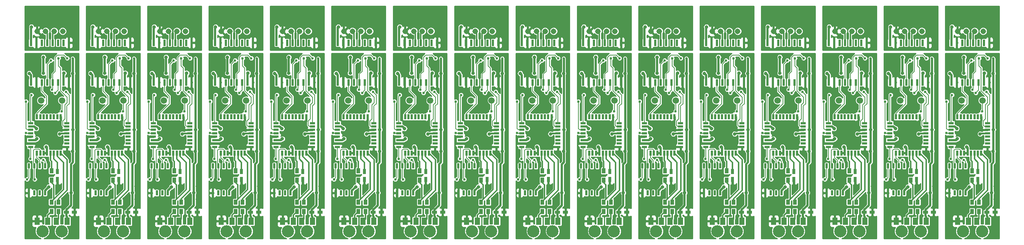
<source format=gbr>
G75*
G71*
%MOMM*%
%OFA0B0*%
%FSLAX53Y53*%
%IPPOS*%
%LPD*%
%ADD11R,0.90000X1.20000*%
%ADD12C,0.40000*%
%ADD13C,0.30000*%
%ADD14R,0.60000X1.20000*%
%ADD16C,1.30800*%
%ADD17R,1.20000X0.60000*%
%ADD18C,0.20000*%
%ADD19C,0.60000*%
%ADD20C,0.25400*%
%ADD21C,0.50000*%
%ADD24R,0.75000X1.20000*%
%ADD27R,1.20000X0.75000*%
%ADD31C,0.10000*%
%ADD32C,0.80000*%
%ADD34C,2.85000*%
%ADD40C,1.50000*%
%ADD50R,0.50800X1.14300*%
%ADD51R,0.60000X1.50000*%
%ADD52R,1.30000X1.70000*%
%LPD*%X0000000Y0000000D02*
%LPD*%
G01*
D31*
D24*
X0008030Y0016183D03*
X0008030Y0014283D03*
D27*
X0010128Y0006597D03*
X0012028Y0006597D03*
D11*
X0006633Y0016333D03*
X0006633Y0014133D03*
X0006633Y0008967D03*
X0006633Y0006767D03*
X0008284Y0008967D03*
X0008284Y0006767D03*
D50*
X0005109Y0011169D03*
X0003839Y0011169D03*
X0002569Y0011169D03*
X0001299Y0011169D03*
X0001299Y0017519D03*
X0002569Y0017519D03*
X0003839Y0017519D03*
X0005109Y0017519D03*
D14*
X0003198Y0020508D03*
X0003998Y0020508D03*
X0004798Y0020508D03*
X0005598Y0020508D03*
X0006398Y0020508D03*
X0007198Y0020508D03*
X0007998Y0020508D03*
X0008798Y0020508D03*
D17*
X0010248Y0021958D03*
X0010248Y0022758D03*
X0010248Y0023558D03*
X0010248Y0024358D03*
X0010248Y0025158D03*
X0010248Y0025958D03*
X0010248Y0026758D03*
X0010248Y0027558D03*
D14*
X0008798Y0029008D03*
X0007998Y0029008D03*
X0007198Y0029008D03*
X0006398Y0029008D03*
X0005598Y0029008D03*
X0004798Y0029008D03*
X0003998Y0029008D03*
X0003198Y0029008D03*
D17*
X0001748Y0027558D03*
X0001748Y0026758D03*
X0001748Y0025958D03*
X0001748Y0025158D03*
X0001748Y0024358D03*
X0001748Y0023558D03*
X0001748Y0022758D03*
X0001748Y0021958D03*
D51*
X0001807Y0037126D03*
X0003077Y0037126D03*
X0004347Y0037126D03*
X0005617Y0037126D03*
X0006887Y0037126D03*
X0008157Y0037126D03*
X0009427Y0037126D03*
X0010697Y0037126D03*
X0010697Y0046426D03*
X0009427Y0046426D03*
X0008157Y0046426D03*
X0006887Y0046426D03*
X0005617Y0046426D03*
X0004347Y0046426D03*
X0003077Y0046426D03*
X0001807Y0046426D03*
D34*
X0009010Y0002152D03*
X0004510Y0002152D03*
D52*
X0007760Y0004502D03*
X0005760Y0004502D03*
X0010260Y0004502D03*
X0003260Y0004502D03*
D16*
X0009252Y0049142D03*
X0007252Y0049142D03*
X0005252Y0049142D03*
X0003252Y0049142D03*
D40*
X0004220Y0032886D03*
X0009100Y0032886D03*
D32*
X0008538Y0025012D03*
X0004728Y0039302D03*
X0004728Y0043046D03*
X0011586Y0039236D03*
X0009554Y0039302D03*
X0001426Y0039236D03*
X0003077Y0026282D03*
X0011648Y0026028D03*
X0005363Y0021964D03*
X0011586Y0020948D03*
X0005998Y0012566D03*
X0011205Y0011169D03*
X0008538Y0027806D03*
X0010570Y0041202D03*
X0001426Y0040506D03*
X0012602Y0041014D03*
X0012602Y0031108D03*
X0012602Y0023234D03*
X0008792Y0022218D03*
X0003077Y0022599D03*
X0012602Y0027806D03*
X0012602Y0019551D03*
X0012094Y0012693D03*
X0008030Y0012820D03*
X0001426Y0009518D03*
X0012094Y0009645D03*
D19*
X0000918Y0014344D03*
X0002696Y0014344D03*
X0001680Y0019170D03*
X0004728Y0018916D03*
X0008284Y0042792D03*
X0010316Y0042792D03*
X0006760Y0035426D03*
X0010062Y0034918D03*
X0007522Y0034664D03*
X0001934Y0034156D03*
X0006506Y0042284D03*
D32*
X0003204Y0023869D03*
D19*
X0000664Y0032632D03*
X0000664Y0025266D03*
X0009046Y0030346D03*
D32*
X0001934Y0050158D03*
X0003712Y0052698D03*
D12*
X0010248Y0025158D02*
X0008684Y0025158D01*
X0008684Y0025158D02*
X0008538Y0025012D01*
D21*
X0004728Y0043046D02*
X0004728Y0039302D01*
X0011586Y0039236D02*
X0011648Y0039236D01*
X0011648Y0039236D02*
X0011586Y0039236D01*
X0011586Y0039236D02*
X0011648Y0039236D01*
X0011648Y0026028D02*
X0011648Y0039236D01*
X0011648Y0039236D02*
X0011648Y0042730D01*
X0011648Y0042730D02*
X0011586Y0042792D01*
X0009427Y0037126D02*
X0009427Y0039175D01*
X0009427Y0039175D02*
X0009554Y0039302D01*
X0001807Y0038855D02*
X0001807Y0037126D01*
X0001426Y0039236D02*
X0001807Y0038855D01*
X0002601Y0026758D02*
X0001748Y0026758D01*
X0003077Y0026282D02*
X0002601Y0026758D01*
X0004798Y0020508D02*
X0005598Y0020508D01*
X0005598Y0020508D02*
X0005598Y0021729D01*
X0005598Y0021729D02*
X0005363Y0021964D01*
X0004857Y0020567D02*
X0004798Y0020508D01*
X0005539Y0020567D02*
X0005598Y0020508D01*
X0011586Y0020948D02*
X0011648Y0020948D01*
X0011648Y0020948D02*
X0011586Y0020948D01*
X0011586Y0020948D02*
X0011648Y0020948D01*
X0005998Y0012566D02*
X0005109Y0011677D01*
X0005109Y0011677D02*
X0005109Y0011169D01*
X0010128Y0006597D02*
X0010128Y0007171D01*
X0011648Y0018343D02*
X0011648Y0020948D01*
X0011648Y0020948D02*
X0011648Y0024631D01*
X0011648Y0024631D02*
X0011648Y0026028D01*
X0011205Y0017900D02*
X0011648Y0018343D01*
X0011205Y0008248D02*
X0011205Y0011169D01*
X0011205Y0011169D02*
X0011205Y0017900D01*
X0010128Y0007171D02*
X0011205Y0008248D01*
X0010128Y0006597D02*
X0010128Y0005642D01*
X0010260Y0005510D02*
X0010260Y0004502D01*
X0010128Y0005642D02*
X0010260Y0005510D01*
X0010260Y0006602D02*
X0010316Y0006658D01*
D12*
X0010248Y0025958D02*
X0008214Y0025958D01*
X0007522Y0023488D02*
X0008792Y0022218D01*
X0007522Y0025266D02*
X0007522Y0023488D01*
X0008214Y0025958D02*
X0007522Y0025266D01*
X0008798Y0029008D02*
X0008798Y0028066D01*
X0008798Y0028066D02*
X0008538Y0027806D01*
D21*
X0010697Y0037126D02*
X0010697Y0041075D01*
X0010697Y0041075D02*
X0010570Y0041202D01*
X0003077Y0038855D02*
X0003077Y0037126D01*
X0001426Y0040506D02*
X0003077Y0038855D01*
X0012602Y0041522D02*
X0012602Y0041014D01*
X0012602Y0041014D02*
X0012602Y0040760D01*
X0012602Y0038220D02*
X0012602Y0031108D01*
X0012602Y0040760D02*
X0012602Y0038220D01*
X0012602Y0031108D02*
X0012602Y0029838D01*
X0012602Y0029838D02*
X0012602Y0027806D01*
X0008792Y0022218D02*
X0009052Y0021958D01*
X0009052Y0021958D02*
X0010248Y0021958D01*
X0001748Y0024358D02*
X0000899Y0024358D01*
X0000886Y0022758D02*
X0001748Y0022758D01*
X0000664Y0022980D02*
X0000886Y0022758D01*
X0000664Y0024123D02*
X0000664Y0022980D01*
X0000899Y0024358D02*
X0000664Y0024123D01*
X0002918Y0022758D02*
X0001748Y0022758D01*
X0003077Y0022599D02*
X0002918Y0022758D01*
X0008030Y0014283D02*
X0008030Y0012820D01*
X0001299Y0009645D02*
X0001299Y0011169D01*
X0001426Y0009518D02*
X0001299Y0009645D01*
X0012602Y0027806D02*
X0012602Y0023234D01*
X0012602Y0023234D02*
X0012602Y0022599D01*
X0012602Y0022599D02*
X0012602Y0019551D01*
X0012602Y0019551D02*
X0012602Y0017519D01*
X0012094Y0017011D02*
X0012094Y0012693D01*
X0012094Y0012693D02*
X0012094Y0009645D01*
X0012094Y0009645D02*
X0012094Y0006663D01*
X0012602Y0017519D02*
X0012094Y0017011D01*
X0012094Y0006663D02*
X0012028Y0006597D01*
D13*
X0007198Y0020508D02*
X0007198Y0019113D01*
X0008030Y0018281D02*
X0008030Y0016183D01*
X0007198Y0019113D02*
X0008030Y0018281D01*
X0005760Y0004502D02*
X0005760Y0005894D01*
X0005760Y0005894D02*
X0006633Y0006767D01*
D12*
X0005744Y0004518D02*
X0005760Y0004502D01*
D13*
X0008284Y0006767D02*
X0008284Y0005026D01*
X0008284Y0005026D02*
X0007760Y0004502D01*
D12*
X0007776Y0004518D02*
X0007760Y0004502D01*
D13*
X0006398Y0020508D02*
X0006398Y0018770D01*
X0006633Y0018535D02*
X0006633Y0016333D01*
X0006398Y0018770D02*
X0006633Y0018535D01*
X0006633Y0014133D02*
X0006633Y0013582D01*
X0006633Y0013582D02*
X0007141Y0013074D01*
X0007141Y0013074D02*
X0007141Y0009645D01*
X0006633Y0008967D02*
X0006633Y0009137D01*
X0006633Y0009137D02*
X0007141Y0009645D01*
X0007141Y0009645D02*
X0009427Y0011931D01*
X0009427Y0011931D02*
X0009427Y0018281D01*
X0009427Y0018281D02*
X0007998Y0019710D01*
X0007998Y0019710D02*
X0007998Y0020508D01*
D18*
X0001299Y0014725D02*
X0001299Y0017519D01*
X0000918Y0014344D02*
X0001299Y0014725D01*
X0003998Y0020508D02*
X0003998Y0021170D01*
X0002442Y0021202D02*
X0002442Y0017646D01*
X0002696Y0021456D02*
X0002442Y0021202D01*
X0003712Y0021456D02*
X0002696Y0021456D01*
X0003998Y0021170D02*
X0003712Y0021456D01*
X0002442Y0017646D02*
X0002569Y0017519D01*
X0002696Y0014344D02*
X0002569Y0014471D01*
X0002569Y0014471D02*
X0002569Y0017519D01*
D13*
X0008284Y0008967D02*
X0008284Y0009772D01*
X0010316Y0018990D02*
X0008798Y0020508D01*
X0010316Y0011804D02*
X0010316Y0018990D01*
X0008284Y0009772D02*
X0010316Y0011804D01*
D18*
X0003198Y0020508D02*
X0003198Y0019430D01*
X0003839Y0018789D02*
X0003839Y0017519D01*
X0003198Y0019430D02*
X0003839Y0018789D01*
X0005109Y0017519D02*
X0005109Y0018535D01*
X0001748Y0019238D02*
X0001748Y0021958D01*
X0001680Y0019170D02*
X0001748Y0019238D01*
X0005109Y0018535D02*
X0004728Y0018916D01*
X0009808Y0029076D02*
X0009808Y0031870D01*
X0009586Y0026758D02*
X0009300Y0027044D01*
X0009300Y0027044D02*
X0009300Y0028060D01*
X0009300Y0028060D02*
X0009808Y0028568D01*
X0009808Y0028568D02*
X0009808Y0029076D01*
X0010248Y0026758D02*
X0009586Y0026758D01*
X0008284Y0041014D02*
X0008284Y0042792D01*
X0008792Y0040506D02*
X0008284Y0041014D01*
X0008792Y0035172D02*
X0008792Y0040506D01*
X0010316Y0033648D02*
X0008792Y0035172D01*
X0010316Y0032378D02*
X0010316Y0033648D01*
X0009808Y0031870D02*
X0010316Y0032378D01*
X0006887Y0039109D02*
X0006887Y0037126D01*
X0007522Y0039744D02*
X0006887Y0039109D01*
X0007522Y0043046D02*
X0007522Y0039744D01*
X0008030Y0043554D02*
X0007522Y0043046D01*
X0009554Y0043554D02*
X0008030Y0043554D01*
X0010316Y0042792D02*
X0009554Y0043554D01*
X0010248Y0027558D02*
X0010248Y0031548D01*
X0006887Y0035553D02*
X0006887Y0037126D01*
X0006760Y0035426D02*
X0006887Y0035553D01*
X0010824Y0034156D02*
X0010062Y0034918D01*
X0010824Y0032124D02*
X0010824Y0034156D01*
X0010248Y0031548D02*
X0010824Y0032124D01*
X0003198Y0029008D02*
X0003204Y0029838D01*
X0004347Y0035045D02*
X0004347Y0037126D01*
X0005490Y0033902D02*
X0004347Y0035045D01*
X0005490Y0032124D02*
X0005490Y0033902D01*
X0003204Y0029838D02*
X0005490Y0032124D01*
X0001748Y0027558D02*
X0001748Y0033970D01*
X0008157Y0035299D02*
X0008157Y0037126D01*
X0007522Y0034664D02*
X0008157Y0035299D01*
X0001748Y0033970D02*
X0001934Y0034156D01*
X0005617Y0041395D02*
X0005617Y0037126D01*
X0006506Y0042284D02*
X0005617Y0041395D01*
D21*
X0002893Y0023558D02*
X0001748Y0023558D01*
X0003204Y0023869D02*
X0002893Y0023558D01*
D18*
X0001748Y0025958D02*
X0000988Y0025958D01*
X0000664Y0026282D02*
X0000664Y0032632D01*
X0000988Y0025958D02*
X0000664Y0026282D01*
X0001748Y0025158D02*
X0000772Y0025158D01*
X0000772Y0025158D02*
X0000664Y0025266D01*
X0009046Y0030346D02*
X0009100Y0030400D01*
X0009100Y0030400D02*
X0009100Y0032886D01*
D21*
X0001807Y0050031D02*
X0001807Y0046426D01*
X0001934Y0050158D02*
X0001807Y0050031D01*
D13*
X0006887Y0046426D02*
X0006887Y0048777D01*
X0006887Y0048777D02*
X0007252Y0049142D01*
D18*
X0006887Y0048777D02*
X0007252Y0049142D01*
D13*
X0005617Y0046426D02*
X0005617Y0048777D01*
X0005617Y0048777D02*
X0005252Y0049142D01*
D18*
X0005617Y0048777D02*
X0005252Y0049142D01*
D21*
X0003252Y0049142D02*
X0003252Y0052238D01*
X0003252Y0052238D02*
X0003712Y0052698D01*
D20*
G36*
X0008815Y0042436D02*
X0008911Y0042667D01*
X0008911Y0042916D01*
X0008824Y0043127D01*
X0009377Y0043127D01*
X0009689Y0042815D01*
X0009689Y0042668D01*
X0009784Y0042437D01*
X0009960Y0042261D01*
X0010191Y0042165D01*
X0010440Y0042165D01*
X0010671Y0042260D01*
X0010847Y0042436D01*
X0010943Y0042667D01*
X0010943Y0042916D01*
X0010848Y0043147D01*
X0010672Y0043323D01*
X0010441Y0043419D01*
X0010293Y0043419D01*
X0009856Y0043856D01*
X0009856Y0043856D01*
X0009738Y0043935D01*
X0012998Y0043935D01*
X0012998Y0007500D01*
X0012988Y0007510D01*
X0012754Y0007607D01*
X0012314Y0007607D01*
X0012155Y0007448D01*
X0012155Y0006724D01*
X0012175Y0006724D01*
X0012175Y0006470D01*
X0012155Y0006470D01*
X0012155Y0005746D01*
X0012314Y0005587D01*
X0012754Y0005587D01*
X0012988Y0005684D01*
X0012998Y0005694D01*
X0012998Y0000402D01*
X0009363Y0000402D01*
X0010001Y0000666D01*
X0010494Y0001158D01*
X0010762Y0001802D01*
X0010762Y0002499D01*
X0010496Y0003143D01*
X0010321Y0003319D01*
X0010910Y0003319D01*
X0011031Y0003341D01*
X0011142Y0003413D01*
X0011217Y0003522D01*
X0011243Y0003652D01*
X0011243Y0005352D01*
X0011221Y0005473D01*
X0011149Y0005584D01*
X0011040Y0005659D01*
X0010910Y0005685D01*
X0010802Y0005685D01*
X0010793Y0005731D01*
X0010705Y0005863D01*
X0010705Y0005889D01*
X0010728Y0005889D01*
X0010849Y0005911D01*
X0010865Y0005922D01*
X0010890Y0005862D01*
X0011068Y0005684D01*
X0011302Y0005587D01*
X0011742Y0005587D01*
X0011901Y0005746D01*
X0011901Y0006470D01*
X0011881Y0006470D01*
X0011881Y0006724D01*
X0011901Y0006724D01*
X0011901Y0007448D01*
X0011742Y0007607D01*
X0011380Y0007607D01*
X0011613Y0007840D01*
X0011738Y0008027D01*
X0011782Y0008248D01*
X0011782Y0008248D01*
X0011782Y0010718D01*
X0011821Y0010757D01*
X0011932Y0011024D01*
X0011932Y0011313D01*
X0011822Y0011580D01*
X0011782Y0011620D01*
X0011782Y0017661D01*
X0012056Y0017935D01*
X0012056Y0017935D01*
X0012155Y0018083D01*
X0012181Y0018122D01*
X0012225Y0018343D01*
X0012225Y0018343D01*
X0012225Y0020591D01*
X0012313Y0020803D01*
X0012313Y0021092D01*
X0012225Y0021305D01*
X0012225Y0025577D01*
X0012264Y0025616D01*
X0012375Y0025883D01*
X0012375Y0026172D01*
X0012265Y0026439D01*
X0012225Y0026479D01*
X0012225Y0038879D01*
X0012313Y0039091D01*
X0012313Y0039380D01*
X0012225Y0039593D01*
X0012225Y0042730D01*
X0012225Y0042730D01*
X0012181Y0042951D01*
X0012056Y0043138D01*
X0011994Y0043200D01*
X0011807Y0043325D01*
X0011586Y0043369D01*
X0011365Y0043325D01*
X0011178Y0043200D01*
X0011053Y0043013D01*
X0011009Y0042792D01*
X0011053Y0042571D01*
X0011071Y0042544D01*
X0011071Y0039749D01*
X0010970Y0039648D01*
X0010859Y0039381D01*
X0010859Y0039092D01*
X0010969Y0038825D01*
X0011071Y0038723D01*
X0011071Y0038511D01*
X0010983Y0038511D01*
X0010824Y0038352D01*
X0010824Y0037253D01*
X0010844Y0037253D01*
X0010844Y0036999D01*
X0010824Y0036999D01*
X0010824Y0035900D01*
X0010983Y0035741D01*
X0011071Y0035741D01*
X0011071Y0034513D01*
X0010689Y0034895D01*
X0010689Y0035042D01*
X0010594Y0035273D01*
X0010418Y0035449D01*
X0010187Y0035545D01*
X0009938Y0035545D01*
X0009707Y0035450D01*
X0009531Y0035274D01*
X0009461Y0035107D01*
X0009219Y0035349D01*
X0009219Y0036043D01*
X0009727Y0036043D01*
X0009839Y0036064D01*
X0009859Y0036016D01*
X0010037Y0035838D01*
X0010271Y0035741D01*
X0010411Y0035741D01*
X0010570Y0035900D01*
X0010570Y0036999D01*
X0010550Y0036999D01*
X0010550Y0037253D01*
X0010570Y0037253D01*
X0010570Y0038352D01*
X0010411Y0038511D01*
X0010271Y0038511D01*
X0010037Y0038414D01*
X0010004Y0038381D01*
X0010004Y0038724D01*
X0010170Y0038890D01*
X0010281Y0039157D01*
X0010281Y0039446D01*
X0010171Y0039713D01*
X0009966Y0039918D01*
X0009699Y0040029D01*
X0009410Y0040029D01*
X0009219Y0039950D01*
X0009219Y0040506D01*
X0009219Y0040506D01*
X0009187Y0040669D01*
X0009094Y0040808D01*
X0008711Y0041191D01*
X0008711Y0042332D01*
X0008815Y0042436D01*
X0008815Y0042436D01*
G37*
X0008815Y0042436D02*
X0008911Y0042667D01*
X0008911Y0042916D01*
X0008824Y0043127D01*
X0009377Y0043127D01*
X0009689Y0042815D01*
X0009689Y0042668D01*
X0009784Y0042437D01*
X0009960Y0042261D01*
X0010191Y0042165D01*
X0010440Y0042165D01*
X0010671Y0042260D01*
X0010847Y0042436D01*
X0010943Y0042667D01*
X0010943Y0042916D01*
X0010848Y0043147D01*
X0010672Y0043323D01*
X0010441Y0043419D01*
X0010293Y0043419D01*
X0009856Y0043856D01*
X0009856Y0043856D01*
X0009738Y0043935D01*
X0012998Y0043935D01*
X0012998Y0007500D01*
X0012988Y0007510D01*
X0012754Y0007607D01*
X0012314Y0007607D01*
X0012155Y0007448D01*
X0012155Y0006724D01*
X0012175Y0006724D01*
X0012175Y0006470D01*
X0012155Y0006470D01*
X0012155Y0005746D01*
X0012314Y0005587D01*
X0012754Y0005587D01*
X0012988Y0005684D01*
X0012998Y0005694D01*
X0012998Y0000402D01*
X0009363Y0000402D01*
X0010001Y0000666D01*
X0010494Y0001158D01*
X0010762Y0001802D01*
X0010762Y0002499D01*
X0010496Y0003143D01*
X0010321Y0003319D01*
X0010910Y0003319D01*
X0011031Y0003341D01*
X0011142Y0003413D01*
X0011217Y0003522D01*
X0011243Y0003652D01*
X0011243Y0005352D01*
X0011221Y0005473D01*
X0011149Y0005584D01*
X0011040Y0005659D01*
X0010910Y0005685D01*
X0010802Y0005685D01*
X0010793Y0005731D01*
X0010705Y0005863D01*
X0010705Y0005889D01*
X0010728Y0005889D01*
X0010849Y0005911D01*
X0010865Y0005922D01*
X0010890Y0005862D01*
X0011068Y0005684D01*
X0011302Y0005587D01*
X0011742Y0005587D01*
X0011901Y0005746D01*
X0011901Y0006470D01*
X0011881Y0006470D01*
X0011881Y0006724D01*
X0011901Y0006724D01*
X0011901Y0007448D01*
X0011742Y0007607D01*
X0011380Y0007607D01*
X0011613Y0007840D01*
X0011738Y0008027D01*
X0011782Y0008248D01*
X0011782Y0008248D01*
X0011782Y0010718D01*
X0011821Y0010757D01*
X0011932Y0011024D01*
X0011932Y0011313D01*
X0011822Y0011580D01*
X0011782Y0011620D01*
X0011782Y0017661D01*
X0012056Y0017935D01*
X0012056Y0017935D01*
X0012155Y0018083D01*
X0012181Y0018122D01*
X0012225Y0018343D01*
X0012225Y0018343D01*
X0012225Y0020591D01*
X0012313Y0020803D01*
X0012313Y0021092D01*
X0012225Y0021305D01*
X0012225Y0025577D01*
X0012264Y0025616D01*
X0012375Y0025883D01*
X0012375Y0026172D01*
X0012265Y0026439D01*
X0012225Y0026479D01*
X0012225Y0038879D01*
X0012313Y0039091D01*
X0012313Y0039380D01*
X0012225Y0039593D01*
X0012225Y0042730D01*
X0012225Y0042730D01*
X0012181Y0042951D01*
X0012056Y0043138D01*
X0011994Y0043200D01*
X0011807Y0043325D01*
X0011586Y0043369D01*
X0011365Y0043325D01*
X0011178Y0043200D01*
X0011053Y0043013D01*
X0011009Y0042792D01*
X0011053Y0042571D01*
X0011071Y0042544D01*
X0011071Y0039749D01*
X0010970Y0039648D01*
X0010859Y0039381D01*
X0010859Y0039092D01*
X0010969Y0038825D01*
X0011071Y0038723D01*
X0011071Y0038511D01*
X0010983Y0038511D01*
X0010824Y0038352D01*
X0010824Y0037253D01*
X0010844Y0037253D01*
X0010844Y0036999D01*
X0010824Y0036999D01*
X0010824Y0035900D01*
X0010983Y0035741D01*
X0011071Y0035741D01*
X0011071Y0034513D01*
X0010689Y0034895D01*
X0010689Y0035042D01*
X0010594Y0035273D01*
X0010418Y0035449D01*
X0010187Y0035545D01*
X0009938Y0035545D01*
X0009707Y0035450D01*
X0009531Y0035274D01*
X0009461Y0035107D01*
X0009219Y0035349D01*
X0009219Y0036043D01*
X0009727Y0036043D01*
X0009839Y0036064D01*
X0009859Y0036016D01*
X0010037Y0035838D01*
X0010271Y0035741D01*
X0010411Y0035741D01*
X0010570Y0035900D01*
X0010570Y0036999D01*
X0010550Y0036999D01*
X0010550Y0037253D01*
X0010570Y0037253D01*
X0010570Y0038352D01*
X0010411Y0038511D01*
X0010271Y0038511D01*
X0010037Y0038414D01*
X0010004Y0038381D01*
X0010004Y0038724D01*
X0010170Y0038890D01*
X0010281Y0039157D01*
X0010281Y0039446D01*
X0010171Y0039713D01*
X0009966Y0039918D01*
X0009699Y0040029D01*
X0009410Y0040029D01*
X0009219Y0039950D01*
X0009219Y0040506D01*
X0009219Y0040506D01*
X0009187Y0040669D01*
X0009094Y0040808D01*
X0008711Y0041191D01*
X0008711Y0042332D01*
X0008815Y0042436D01*
G36*
X0000562Y0013813D02*
X0000793Y0013717D01*
X0001042Y0013717D01*
X0001273Y0013812D01*
X0001449Y0013988D01*
X0001545Y0014219D01*
X0001545Y0014367D01*
X0001601Y0014423D01*
X0001601Y0014423D01*
X0001683Y0014545D01*
X0001694Y0014562D01*
X0001726Y0014725D01*
X0001726Y0016670D01*
X0001785Y0016709D01*
X0001860Y0016818D01*
X0001886Y0016948D01*
X0001886Y0018091D01*
X0001864Y0018212D01*
X0001792Y0018323D01*
X0001683Y0018398D01*
X0001553Y0018424D01*
X0001045Y0018424D01*
X0000924Y0018401D01*
X0000813Y0018329D01*
X0000738Y0018220D01*
X0000712Y0018091D01*
X0000712Y0016948D01*
X0000734Y0016826D01*
X0000806Y0016715D01*
X0000872Y0016670D01*
X0000872Y0014971D01*
X0000794Y0014971D01*
X0000563Y0014876D01*
X0000402Y0014715D01*
X0000402Y0024696D01*
X0000513Y0024650D01*
X0000513Y0024644D01*
X0000672Y0024485D01*
X0001621Y0024485D01*
X0001621Y0024505D01*
X0001875Y0024505D01*
X0001875Y0024485D01*
X0001895Y0024485D01*
X0001895Y0024231D01*
X0001875Y0024231D01*
X0001875Y0024211D01*
X0001621Y0024211D01*
X0001621Y0024231D01*
X0000672Y0024231D01*
X0000513Y0024072D01*
X0000513Y0023932D01*
X0000610Y0023698D01*
X0000750Y0023558D01*
X0000610Y0023418D01*
X0000513Y0023184D01*
X0000513Y0023044D01*
X0000672Y0022885D01*
X0001621Y0022885D01*
X0001621Y0022905D01*
X0001875Y0022905D01*
X0001875Y0022885D01*
X0002824Y0022885D01*
X0002927Y0022988D01*
X0003114Y0023025D01*
X0003289Y0023142D01*
X0003348Y0023142D01*
X0003615Y0023252D01*
X0003820Y0023457D01*
X0003931Y0023724D01*
X0003931Y0024013D01*
X0003821Y0024280D01*
X0003616Y0024485D01*
X0003349Y0024596D01*
X0003060Y0024596D01*
X0002848Y0024508D01*
X0002983Y0024644D01*
X0002983Y0024784D01*
X0002886Y0025018D01*
X0002708Y0025196D01*
X0002681Y0025207D01*
X0002681Y0025458D01*
X0002662Y0025562D01*
X0002681Y0025658D01*
X0002681Y0025659D01*
X0002932Y0025555D01*
X0003221Y0025555D01*
X0003488Y0025665D01*
X0003693Y0025870D01*
X0003804Y0026137D01*
X0003804Y0026426D01*
X0003694Y0026693D01*
X0003489Y0026898D01*
X0003222Y0027009D01*
X0003166Y0027009D01*
X0003009Y0027166D01*
X0003009Y0027166D01*
X0002822Y0027291D01*
X0002792Y0027297D01*
X0002681Y0027319D01*
X0002681Y0027858D01*
X0002659Y0027979D01*
X0002587Y0028090D01*
X0002478Y0028165D01*
X0002348Y0028191D01*
X0002175Y0028191D01*
X0002175Y0033577D01*
X0002289Y0033624D01*
X0002465Y0033800D01*
X0002561Y0034031D01*
X0002561Y0034280D01*
X0002466Y0034511D01*
X0002290Y0034687D01*
X0002059Y0034783D01*
X0001810Y0034783D01*
X0001579Y0034688D01*
X0001403Y0034512D01*
X0001307Y0034281D01*
X0001307Y0034032D01*
X0001325Y0033989D01*
X0001321Y0033970D01*
X0001321Y0033970D01*
X0001321Y0028191D01*
X0001148Y0028191D01*
X0001091Y0028181D01*
X0001091Y0032172D01*
X0001195Y0032276D01*
X0001291Y0032507D01*
X0001291Y0032756D01*
X0001196Y0032987D01*
X0001020Y0033163D01*
X0000789Y0033259D01*
X0000540Y0033259D01*
X0000402Y0033202D01*
X0000402Y0043935D01*
X0007846Y0043935D01*
X0007728Y0043856D01*
X0007728Y0043856D01*
X0007220Y0043348D01*
X0007128Y0043209D01*
X0007095Y0043046D01*
X0007095Y0043046D01*
X0007095Y0042500D01*
X0007038Y0042639D01*
X0006862Y0042815D01*
X0006631Y0042911D01*
X0006382Y0042911D01*
X0006151Y0042816D01*
X0005975Y0042640D01*
X0005879Y0042409D01*
X0005879Y0042261D01*
X0005315Y0041697D01*
X0005305Y0041682D01*
X0005305Y0042595D01*
X0005344Y0042634D01*
X0005455Y0042901D01*
X0005455Y0043190D01*
X0005345Y0043457D01*
X0005140Y0043662D01*
X0004873Y0043773D01*
X0004584Y0043773D01*
X0004317Y0043663D01*
X0004112Y0043458D01*
X0004001Y0043191D01*
X0004001Y0042902D01*
X0004111Y0042635D01*
X0004151Y0042595D01*
X0004151Y0039753D01*
X0004112Y0039714D01*
X0004001Y0039447D01*
X0004001Y0039158D01*
X0004111Y0038891D01*
X0004316Y0038686D01*
X0004583Y0038575D01*
X0004872Y0038575D01*
X0005139Y0038685D01*
X0005190Y0038736D01*
X0005190Y0038183D01*
X0005085Y0038115D01*
X0005010Y0038006D01*
X0004984Y0037876D01*
X0004984Y0036376D01*
X0005006Y0036255D01*
X0005078Y0036144D01*
X0005187Y0036069D01*
X0005317Y0036043D01*
X0005917Y0036043D01*
X0006038Y0036065D01*
X0006149Y0036137D01*
X0006224Y0036246D01*
X0006250Y0036376D01*
X0006250Y0037876D01*
X0006228Y0037997D01*
X0006156Y0038108D01*
X0006047Y0038183D01*
X0006044Y0038184D01*
X0006044Y0041218D01*
X0006483Y0041657D01*
X0006630Y0041657D01*
X0006861Y0041752D01*
X0007037Y0041928D01*
X0007095Y0042067D01*
X0007095Y0039921D01*
X0006585Y0039411D01*
X0006493Y0039272D01*
X0006460Y0039109D01*
X0006460Y0039109D01*
X0006460Y0038183D01*
X0006355Y0038115D01*
X0006280Y0038006D01*
X0006254Y0037876D01*
X0006254Y0036376D01*
X0006276Y0036255D01*
X0006348Y0036144D01*
X0006457Y0036069D01*
X0006460Y0036068D01*
X0006460Y0035980D01*
X0006405Y0035958D01*
X0006229Y0035782D01*
X0006133Y0035551D01*
X0006133Y0035302D01*
X0006228Y0035071D01*
X0006404Y0034895D01*
X0006635Y0034799D01*
X0006884Y0034799D01*
X0006902Y0034806D01*
X0006895Y0034789D01*
X0006895Y0034540D01*
X0006990Y0034309D01*
X0007166Y0034133D01*
X0007397Y0034037D01*
X0007646Y0034037D01*
X0007877Y0034132D01*
X0008053Y0034308D01*
X0008149Y0034539D01*
X0008149Y0034687D01*
X0008427Y0034965D01*
X0008490Y0034870D01*
X0008490Y0034870D01*
X0009456Y0033904D01*
X0009315Y0033963D01*
X0008887Y0033963D01*
X0008491Y0033800D01*
X0008188Y0033497D01*
X0008023Y0033101D01*
X0008023Y0032673D01*
X0008186Y0032277D01*
X0008489Y0031974D01*
X0008673Y0031897D01*
X0008673Y0030860D01*
X0008515Y0030702D01*
X0008419Y0030471D01*
X0008419Y0030243D01*
X0008372Y0030243D01*
X0008138Y0030146D01*
X0007960Y0029968D01*
X0007949Y0029941D01*
X0007698Y0029941D01*
X0007594Y0029922D01*
X0007498Y0029941D01*
X0006898Y0029941D01*
X0006794Y0029922D01*
X0006698Y0029941D01*
X0006098Y0029941D01*
X0005994Y0029922D01*
X0005898Y0029941D01*
X0005298Y0029941D01*
X0005194Y0029922D01*
X0005098Y0029941D01*
X0004498Y0029941D01*
X0004394Y0029922D01*
X0004298Y0029941D01*
X0003911Y0029941D01*
X0005792Y0031822D01*
X0005792Y0031822D01*
X0005885Y0031961D01*
X0005917Y0032124D01*
X0005917Y0033902D01*
X0005917Y0033902D01*
X0005885Y0034065D01*
X0005792Y0034204D01*
X0004774Y0035222D01*
X0004774Y0036069D01*
X0004879Y0036137D01*
X0004954Y0036246D01*
X0004980Y0036376D01*
X0004980Y0037876D01*
X0004958Y0037997D01*
X0004886Y0038108D01*
X0004777Y0038183D01*
X0004647Y0038209D01*
X0004047Y0038209D01*
X0003935Y0038188D01*
X0003915Y0038236D01*
X0003737Y0038414D01*
X0003503Y0038511D01*
X0003363Y0038511D01*
X0003204Y0038352D01*
X0003204Y0037253D01*
X0003224Y0037253D01*
X0003224Y0036999D01*
X0003204Y0036999D01*
X0003204Y0035900D01*
X0003363Y0035741D01*
X0003503Y0035741D01*
X0003737Y0035838D01*
X0003915Y0036016D01*
X0003920Y0036028D01*
X0003920Y0035045D01*
X0003953Y0034882D01*
X0004045Y0034743D01*
X0005063Y0033725D01*
X0005063Y0033566D01*
X0004831Y0033799D01*
X0004435Y0033963D01*
X0004007Y0033963D01*
X0003611Y0033800D01*
X0003308Y0033497D01*
X0003143Y0033101D01*
X0003143Y0032673D01*
X0003306Y0032277D01*
X0003609Y0031974D01*
X0004005Y0031809D01*
X0004433Y0031809D01*
X0004668Y0031906D01*
X0002902Y0030140D01*
X0002857Y0030072D01*
X0002811Y0030004D01*
X0002810Y0030003D01*
X0002810Y0030001D01*
X0002794Y0029922D01*
X0002777Y0029919D01*
X0002666Y0029847D01*
X0002651Y0029825D01*
X0002651Y0035741D01*
X0002791Y0035741D01*
X0002950Y0035900D01*
X0002950Y0036999D01*
X0002930Y0036999D01*
X0002930Y0037253D01*
X0002950Y0037253D01*
X0002950Y0038352D01*
X0002791Y0038511D01*
X0002651Y0038511D01*
X0002417Y0038414D01*
X0002384Y0038381D01*
X0002384Y0038855D01*
X0002384Y0038855D01*
X0002340Y0039076D01*
X0002215Y0039263D01*
X0002153Y0039325D01*
X0002153Y0039380D01*
X0002043Y0039647D01*
X0001838Y0039852D01*
X0001571Y0039963D01*
X0001282Y0039963D01*
X0001015Y0039853D01*
X0000810Y0039648D01*
X0000699Y0039381D01*
X0000699Y0039092D01*
X0000809Y0038825D01*
X0001014Y0038620D01*
X0001230Y0038530D01*
X0001230Y0038050D01*
X0001200Y0038006D01*
X0001174Y0037876D01*
X0001174Y0036376D01*
X0001196Y0036255D01*
X0001268Y0036144D01*
X0001377Y0036069D01*
X0001507Y0036043D01*
X0002107Y0036043D01*
X0002219Y0036064D01*
X0002239Y0036016D01*
X0002417Y0035838D01*
X0002651Y0035741D01*
X0002651Y0029825D01*
X0002591Y0029738D01*
X0002565Y0029608D01*
X0002565Y0028408D01*
X0002587Y0028287D01*
X0002659Y0028176D01*
X0002768Y0028101D01*
X0002898Y0028075D01*
X0003498Y0028075D01*
X0003602Y0028094D01*
X0003698Y0028075D01*
X0004298Y0028075D01*
X0004402Y0028094D01*
X0004498Y0028075D01*
X0005098Y0028075D01*
X0005202Y0028094D01*
X0005298Y0028075D01*
X0005898Y0028075D01*
X0006002Y0028094D01*
X0006098Y0028075D01*
X0006698Y0028075D01*
X0006802Y0028094D01*
X0006898Y0028075D01*
X0007498Y0028075D01*
X0007602Y0028094D01*
X0007698Y0028075D01*
X0007949Y0028075D01*
X0007960Y0028048D01*
X0008138Y0027870D01*
X0008372Y0027773D01*
X0008512Y0027773D01*
X0008671Y0027932D01*
X0008671Y0028881D01*
X0008651Y0028881D01*
X0008651Y0029135D01*
X0008671Y0029135D01*
X0008671Y0029155D01*
X0008925Y0029155D01*
X0008925Y0029135D01*
X0008945Y0029135D01*
X0008945Y0028881D01*
X0008925Y0028881D01*
X0008925Y0028253D01*
X0008906Y0028223D01*
X0008873Y0028060D01*
X0008873Y0028060D01*
X0008873Y0027044D01*
X0008873Y0027044D01*
X0008906Y0026881D01*
X0008998Y0026742D01*
X0009116Y0026624D01*
X0009110Y0026618D01*
X0009013Y0026384D01*
X0009013Y0026244D01*
X0009172Y0026085D01*
X0010121Y0026085D01*
X0010121Y0026105D01*
X0010375Y0026105D01*
X0010375Y0026085D01*
X0010395Y0026085D01*
X0010395Y0025831D01*
X0010375Y0025831D01*
X0010375Y0025811D01*
X0010121Y0025811D01*
X0010121Y0025831D01*
X0009172Y0025831D01*
X0009026Y0025685D01*
X0008813Y0025685D01*
X0008683Y0025739D01*
X0008394Y0025739D01*
X0008127Y0025629D01*
X0007922Y0025424D01*
X0007811Y0025157D01*
X0007811Y0024868D01*
X0007921Y0024601D01*
X0008126Y0024396D01*
X0008393Y0024285D01*
X0008682Y0024285D01*
X0008949Y0024395D01*
X0009154Y0024600D01*
X0009167Y0024631D01*
X0009315Y0024631D01*
X0009315Y0024058D01*
X0009334Y0023954D01*
X0009315Y0023858D01*
X0009315Y0023258D01*
X0009334Y0023154D01*
X0009315Y0023058D01*
X0009315Y0022807D01*
X0009288Y0022796D01*
X0009110Y0022618D01*
X0009013Y0022384D01*
X0009013Y0022244D01*
X0009172Y0022085D01*
X0010121Y0022085D01*
X0010121Y0022105D01*
X0010375Y0022105D01*
X0010375Y0022085D01*
X0010395Y0022085D01*
X0010395Y0021831D01*
X0010375Y0021831D01*
X0010375Y0021182D01*
X0010534Y0021023D01*
X0010859Y0021023D01*
X0010859Y0020804D01*
X0010969Y0020537D01*
X0011071Y0020435D01*
X0011071Y0018582D01*
X0010797Y0018308D01*
X0010793Y0018302D01*
X0010793Y0018990D01*
X0010757Y0019173D01*
X0010653Y0019327D01*
X0009431Y0020549D01*
X0009431Y0021060D01*
X0009522Y0021023D01*
X0009962Y0021023D01*
X0010121Y0021182D01*
X0010121Y0021831D01*
X0009172Y0021831D01*
X0009013Y0021672D01*
X0009013Y0021532D01*
X0009050Y0021441D01*
X0008498Y0021441D01*
X0008394Y0021422D01*
X0008298Y0021441D01*
X0007698Y0021441D01*
X0007594Y0021422D01*
X0007498Y0021441D01*
X0006898Y0021441D01*
X0006794Y0021422D01*
X0006698Y0021441D01*
X0006175Y0021441D01*
X0006175Y0021729D01*
X0006175Y0021729D01*
X0006131Y0021950D01*
X0006090Y0022011D01*
X0006090Y0022108D01*
X0005980Y0022375D01*
X0005775Y0022580D01*
X0005508Y0022691D01*
X0005219Y0022691D01*
X0004952Y0022581D01*
X0004747Y0022376D01*
X0004636Y0022109D01*
X0004636Y0021820D01*
X0004746Y0021553D01*
X0004857Y0021441D01*
X0004498Y0021441D01*
X0004394Y0021422D01*
X0004324Y0021436D01*
X0004300Y0021472D01*
X0004014Y0021758D01*
X0003875Y0021851D01*
X0003712Y0021883D01*
X0003712Y0021883D01*
X0002696Y0021883D01*
X0002681Y0021880D01*
X0002681Y0021909D01*
X0002708Y0021920D01*
X0002886Y0022098D01*
X0002983Y0022332D01*
X0002983Y0022472D01*
X0002824Y0022631D01*
X0001875Y0022631D01*
X0001875Y0022611D01*
X0001621Y0022611D01*
X0001621Y0022631D01*
X0000672Y0022631D01*
X0000513Y0022472D01*
X0000513Y0022332D01*
X0000610Y0022098D01*
X0000788Y0021920D01*
X0000815Y0021909D01*
X0000815Y0021658D01*
X0000837Y0021537D01*
X0000909Y0021426D01*
X0001018Y0021351D01*
X0001148Y0021325D01*
X0001321Y0021325D01*
X0001321Y0019698D01*
X0001149Y0019526D01*
X0001053Y0019295D01*
X0001053Y0019046D01*
X0001148Y0018815D01*
X0001324Y0018639D01*
X0001555Y0018543D01*
X0001804Y0018543D01*
X0002015Y0018630D01*
X0002015Y0018231D01*
X0002008Y0018220D01*
X0001982Y0018091D01*
X0001982Y0016948D01*
X0002004Y0016826D01*
X0002076Y0016715D01*
X0002142Y0016670D01*
X0002142Y0014645D01*
X0002069Y0014469D01*
X0002069Y0014220D01*
X0002164Y0013989D01*
X0002340Y0013813D01*
X0002571Y0013717D01*
X0002820Y0013717D01*
X0003051Y0013812D01*
X0003227Y0013988D01*
X0003323Y0014219D01*
X0003323Y0014468D01*
X0003228Y0014699D01*
X0003052Y0014875D01*
X0002996Y0014898D01*
X0002996Y0016670D01*
X0003055Y0016709D01*
X0003130Y0016818D01*
X0003156Y0016948D01*
X0003156Y0018091D01*
X0003134Y0018212D01*
X0003062Y0018323D01*
X0002953Y0018398D01*
X0002869Y0018415D01*
X0002869Y0019169D01*
X0002896Y0019128D01*
X0003412Y0018612D01*
X0003412Y0018368D01*
X0003353Y0018329D01*
X0003278Y0018220D01*
X0003252Y0018091D01*
X0003252Y0016948D01*
X0003274Y0016826D01*
X0003346Y0016715D01*
X0003455Y0016640D01*
X0003585Y0016614D01*
X0004093Y0016614D01*
X0004214Y0016637D01*
X0004325Y0016709D01*
X0004400Y0016818D01*
X0004426Y0016948D01*
X0004426Y0018091D01*
X0004404Y0018212D01*
X0004332Y0018323D01*
X0004266Y0018368D01*
X0004266Y0018491D01*
X0004372Y0018385D01*
X0004597Y0018292D01*
X0004548Y0018220D01*
X0004522Y0018091D01*
X0004522Y0016948D01*
X0004544Y0016826D01*
X0004616Y0016715D01*
X0004725Y0016640D01*
X0004855Y0016614D01*
X0005363Y0016614D01*
X0005484Y0016637D01*
X0005595Y0016709D01*
X0005670Y0016818D01*
X0005696Y0016948D01*
X0005696Y0018091D01*
X0005674Y0018212D01*
X0005602Y0018323D01*
X0005536Y0018368D01*
X0005536Y0018535D01*
X0005536Y0018535D01*
X0005504Y0018698D01*
X0005411Y0018837D01*
X0005355Y0018893D01*
X0005355Y0019040D01*
X0005260Y0019271D01*
X0005084Y0019447D01*
X0004853Y0019543D01*
X0004604Y0019543D01*
X0004373Y0019448D01*
X0004197Y0019272D01*
X0004127Y0019105D01*
X0003647Y0019585D01*
X0003698Y0019575D01*
X0004298Y0019575D01*
X0004402Y0019594D01*
X0004498Y0019575D01*
X0005098Y0019575D01*
X0005202Y0019594D01*
X0005298Y0019575D01*
X0005898Y0019575D01*
X0005921Y0019579D01*
X0005921Y0018770D01*
X0005957Y0018587D01*
X0006061Y0018433D01*
X0006156Y0018337D01*
X0006156Y0017261D01*
X0006062Y0017244D01*
X0005951Y0017172D01*
X0005876Y0017063D01*
X0005850Y0016933D01*
X0005850Y0015733D01*
X0005872Y0015612D01*
X0005944Y0015501D01*
X0006053Y0015426D01*
X0006183Y0015400D01*
X0007083Y0015400D01*
X0007204Y0015422D01*
X0007315Y0015494D01*
X0007333Y0015520D01*
X0007344Y0015462D01*
X0007355Y0015446D01*
X0007295Y0015421D01*
X0007117Y0015243D01*
X0007044Y0015066D01*
X0006183Y0015066D01*
X0006062Y0015044D01*
X0005951Y0014972D01*
X0005876Y0014863D01*
X0005850Y0014733D01*
X0005850Y0013533D01*
X0005872Y0013412D01*
X0005944Y0013301D01*
X0005955Y0013293D01*
X0005854Y0013293D01*
X0005587Y0013183D01*
X0005382Y0012978D01*
X0005271Y0012711D01*
X0005271Y0012655D01*
X0004701Y0012085D01*
X0004637Y0011988D01*
X0004623Y0011979D01*
X0004548Y0011870D01*
X0004522Y0011741D01*
X0004522Y0010598D01*
X0004544Y0010476D01*
X0004616Y0010365D01*
X0004725Y0010290D01*
X0004855Y0010264D01*
X0005363Y0010264D01*
X0005484Y0010287D01*
X0005595Y0010359D01*
X0005670Y0010468D01*
X0005696Y0010598D01*
X0005696Y0011448D01*
X0006087Y0011839D01*
X0006142Y0011839D01*
X0006409Y0011949D01*
X0006614Y0012154D01*
X0006664Y0012274D01*
X0006664Y0009900D01*
X0006183Y0009900D01*
X0006062Y0009878D01*
X0005951Y0009806D01*
X0005876Y0009697D01*
X0005850Y0009567D01*
X0005850Y0008367D01*
X0005872Y0008246D01*
X0005944Y0008135D01*
X0006053Y0008060D01*
X0006183Y0008034D01*
X0007083Y0008034D01*
X0007204Y0008056D01*
X0007315Y0008128D01*
X0007390Y0008237D01*
X0007416Y0008367D01*
X0007416Y0009246D01*
X0007501Y0009330D01*
X0007501Y0008367D01*
X0007523Y0008246D01*
X0007595Y0008135D01*
X0007704Y0008060D01*
X0007834Y0008034D01*
X0008734Y0008034D01*
X0008855Y0008056D01*
X0008966Y0008128D01*
X0009041Y0008237D01*
X0009067Y0008367D01*
X0009067Y0009567D01*
X0009045Y0009688D01*
X0008978Y0009792D01*
X0010478Y0011292D01*
X0010478Y0011025D01*
X0010588Y0010758D01*
X0010628Y0010718D01*
X0010628Y0008487D01*
X0009720Y0007579D01*
X0009595Y0007392D01*
X0009578Y0007305D01*
X0009528Y0007305D01*
X0009407Y0007283D01*
X0009296Y0007211D01*
X0009221Y0007102D01*
X0009195Y0006972D01*
X0009195Y0006222D01*
X0009217Y0006101D01*
X0009289Y0005990D01*
X0009398Y0005915D01*
X0009528Y0005889D01*
X0009551Y0005889D01*
X0009551Y0005674D01*
X0009489Y0005663D01*
X0009378Y0005591D01*
X0009303Y0005482D01*
X0009277Y0005352D01*
X0009277Y0003904D01*
X0008743Y0003904D01*
X0008743Y0004938D01*
X0008761Y0005026D01*
X0008761Y0005839D01*
X0008855Y0005856D01*
X0008966Y0005928D01*
X0009041Y0006037D01*
X0009067Y0006167D01*
X0009067Y0007367D01*
X0009045Y0007488D01*
X0008973Y0007599D01*
X0008864Y0007674D01*
X0008734Y0007700D01*
X0007834Y0007700D01*
X0007713Y0007678D01*
X0007602Y0007606D01*
X0007527Y0007497D01*
X0007501Y0007367D01*
X0007501Y0006167D01*
X0007523Y0006046D01*
X0007595Y0005935D01*
X0007704Y0005860D01*
X0007807Y0005839D01*
X0007807Y0005685D01*
X0007110Y0005685D01*
X0006989Y0005663D01*
X0006878Y0005591D01*
X0006803Y0005482D01*
X0006777Y0005352D01*
X0006777Y0003652D01*
X0006799Y0003531D01*
X0006871Y0003420D01*
X0006980Y0003345D01*
X0007110Y0003319D01*
X0007699Y0003319D01*
X0007526Y0003146D01*
X0007258Y0002502D01*
X0007258Y0001805D01*
X0007524Y0001161D01*
X0008016Y0000668D01*
X0008656Y0000402D01*
X0004863Y0000402D01*
X0005501Y0000666D01*
X0005994Y0001158D01*
X0006262Y0001802D01*
X0006262Y0002499D01*
X0005996Y0003143D01*
X0005821Y0003319D01*
X0006410Y0003319D01*
X0006531Y0003341D01*
X0006642Y0003413D01*
X0006717Y0003522D01*
X0006743Y0003652D01*
X0006743Y0005352D01*
X0006721Y0005473D01*
X0006649Y0005584D01*
X0006540Y0005659D01*
X0006410Y0005685D01*
X0006237Y0005685D01*
X0006237Y0005696D01*
X0006374Y0005834D01*
X0007083Y0005834D01*
X0007204Y0005856D01*
X0007315Y0005928D01*
X0007390Y0006037D01*
X0007416Y0006167D01*
X0007416Y0007367D01*
X0007394Y0007488D01*
X0007322Y0007599D01*
X0007213Y0007674D01*
X0007083Y0007700D01*
X0006183Y0007700D01*
X0006062Y0007678D01*
X0005951Y0007606D01*
X0005876Y0007497D01*
X0005850Y0007367D01*
X0005850Y0006658D01*
X0005423Y0006231D01*
X0005319Y0006077D01*
X0005283Y0005894D01*
X0005283Y0005685D01*
X0005110Y0005685D01*
X0004989Y0005663D01*
X0004878Y0005591D01*
X0004803Y0005482D01*
X0004777Y0005352D01*
X0004777Y0003904D01*
X0004545Y0003904D01*
X0004545Y0004216D01*
X0004386Y0004375D01*
X0003387Y0004375D01*
X0003387Y0004629D01*
X0004386Y0004629D01*
X0004545Y0004788D01*
X0004545Y0005478D01*
X0004448Y0005712D01*
X0004270Y0005890D01*
X0004036Y0005987D01*
X0003585Y0005987D01*
X0003585Y0010264D01*
X0004093Y0010264D01*
X0004214Y0010287D01*
X0004325Y0010359D01*
X0004400Y0010468D01*
X0004426Y0010598D01*
X0004426Y0011741D01*
X0004404Y0011862D01*
X0004332Y0011973D01*
X0004223Y0012048D01*
X0004093Y0012074D01*
X0003585Y0012074D01*
X0003464Y0012051D01*
X0003353Y0011979D01*
X0003278Y0011870D01*
X0003252Y0011741D01*
X0003252Y0010598D01*
X0003274Y0010476D01*
X0003346Y0010365D01*
X0003455Y0010290D01*
X0003585Y0010264D01*
X0003585Y0005987D01*
X0003546Y0005987D01*
X0003387Y0005828D01*
X0003387Y0004629D01*
X0003387Y0004375D01*
X0003387Y0004355D01*
X0003133Y0004355D01*
X0003133Y0004375D01*
X0002134Y0004375D01*
X0002134Y0004629D01*
X0003133Y0004629D01*
X0003133Y0005828D01*
X0002974Y0005987D01*
X0002484Y0005987D01*
X0002250Y0005890D01*
X0002072Y0005712D01*
X0001975Y0005478D01*
X0001975Y0004788D01*
X0002134Y0004629D01*
X0002134Y0004375D01*
X0001975Y0004216D01*
X0001975Y0003526D01*
X0002072Y0003292D01*
X0002250Y0003114D01*
X0002484Y0003017D01*
X0002972Y0003017D01*
X0002758Y0002502D01*
X0002758Y0001805D01*
X0003024Y0001161D01*
X0003516Y0000668D01*
X0004156Y0000402D01*
X0001585Y0000402D01*
X0001585Y0009963D01*
X0001679Y0009963D01*
X0001913Y0010059D01*
X0002091Y0010238D01*
X0002129Y0010329D01*
X0002185Y0010290D01*
X0002315Y0010264D01*
X0002823Y0010264D01*
X0002944Y0010287D01*
X0003055Y0010359D01*
X0003130Y0010468D01*
X0003156Y0010598D01*
X0003156Y0011741D01*
X0003134Y0011862D01*
X0003062Y0011973D01*
X0002953Y0012048D01*
X0002823Y0012074D01*
X0002315Y0012074D01*
X0002194Y0012051D01*
X0002129Y0012009D01*
X0002091Y0012100D01*
X0001913Y0012279D01*
X0001679Y0012376D01*
X0001585Y0012376D01*
X0001426Y0012217D01*
X0001426Y0011296D01*
X0001446Y0011296D01*
X0001446Y0011042D01*
X0001426Y0011042D01*
X0001426Y0010121D01*
X0001585Y0009963D01*
X0001585Y0000402D01*
X0000919Y0000402D01*
X0000919Y0009963D01*
X0001013Y0009963D01*
X0001172Y0010121D01*
X0001172Y0011042D01*
X0000569Y0011042D01*
X0000569Y0011296D01*
X0001172Y0011296D01*
X0001172Y0012217D01*
X0001013Y0012376D01*
X0000919Y0012376D01*
X0000685Y0012279D01*
X0000507Y0012100D01*
X0000410Y0011867D01*
X0000410Y0011455D01*
X0000569Y0011296D01*
X0000569Y0011042D01*
X0000410Y0010883D01*
X0000410Y0010471D01*
X0000507Y0010238D01*
X0000685Y0010059D01*
X0000919Y0009963D01*
X0000919Y0000402D01*
X0000402Y0000402D01*
X0000402Y0013973D01*
X0000562Y0013813D01*
X0000562Y0013813D01*
G37*
X0000562Y0013813D02*
X0000793Y0013717D01*
X0001042Y0013717D01*
X0001273Y0013812D01*
X0001449Y0013988D01*
X0001545Y0014219D01*
X0001545Y0014367D01*
X0001601Y0014423D01*
X0001601Y0014423D01*
X0001683Y0014545D01*
X0001694Y0014562D01*
X0001726Y0014725D01*
X0001726Y0016670D01*
X0001785Y0016709D01*
X0001860Y0016818D01*
X0001886Y0016948D01*
X0001886Y0018091D01*
X0001864Y0018212D01*
X0001792Y0018323D01*
X0001683Y0018398D01*
X0001553Y0018424D01*
X0001045Y0018424D01*
X0000924Y0018401D01*
X0000813Y0018329D01*
X0000738Y0018220D01*
X0000712Y0018091D01*
X0000712Y0016948D01*
X0000734Y0016826D01*
X0000806Y0016715D01*
X0000872Y0016670D01*
X0000872Y0014971D01*
X0000794Y0014971D01*
X0000563Y0014876D01*
X0000402Y0014715D01*
X0000402Y0024696D01*
X0000513Y0024650D01*
X0000513Y0024644D01*
X0000672Y0024485D01*
X0001621Y0024485D01*
X0001621Y0024505D01*
X0001875Y0024505D01*
X0001875Y0024485D01*
X0001895Y0024485D01*
X0001895Y0024231D01*
X0001875Y0024231D01*
X0001875Y0024211D01*
X0001621Y0024211D01*
X0001621Y0024231D01*
X0000672Y0024231D01*
X0000513Y0024072D01*
X0000513Y0023932D01*
X0000610Y0023698D01*
X0000750Y0023558D01*
X0000610Y0023418D01*
X0000513Y0023184D01*
X0000513Y0023044D01*
X0000672Y0022885D01*
X0001621Y0022885D01*
X0001621Y0022905D01*
X0001875Y0022905D01*
X0001875Y0022885D01*
X0002824Y0022885D01*
X0002927Y0022988D01*
X0003114Y0023025D01*
X0003289Y0023142D01*
X0003348Y0023142D01*
X0003615Y0023252D01*
X0003820Y0023457D01*
X0003931Y0023724D01*
X0003931Y0024013D01*
X0003821Y0024280D01*
X0003616Y0024485D01*
X0003349Y0024596D01*
X0003060Y0024596D01*
X0002848Y0024508D01*
X0002983Y0024644D01*
X0002983Y0024784D01*
X0002886Y0025018D01*
X0002708Y0025196D01*
X0002681Y0025207D01*
X0002681Y0025458D01*
X0002662Y0025562D01*
X0002681Y0025658D01*
X0002681Y0025659D01*
X0002932Y0025555D01*
X0003221Y0025555D01*
X0003488Y0025665D01*
X0003693Y0025870D01*
X0003804Y0026137D01*
X0003804Y0026426D01*
X0003694Y0026693D01*
X0003489Y0026898D01*
X0003222Y0027009D01*
X0003166Y0027009D01*
X0003009Y0027166D01*
X0003009Y0027166D01*
X0002822Y0027291D01*
X0002792Y0027297D01*
X0002681Y0027319D01*
X0002681Y0027858D01*
X0002659Y0027979D01*
X0002587Y0028090D01*
X0002478Y0028165D01*
X0002348Y0028191D01*
X0002175Y0028191D01*
X0002175Y0033577D01*
X0002289Y0033624D01*
X0002465Y0033800D01*
X0002561Y0034031D01*
X0002561Y0034280D01*
X0002466Y0034511D01*
X0002290Y0034687D01*
X0002059Y0034783D01*
X0001810Y0034783D01*
X0001579Y0034688D01*
X0001403Y0034512D01*
X0001307Y0034281D01*
X0001307Y0034032D01*
X0001325Y0033989D01*
X0001321Y0033970D01*
X0001321Y0033970D01*
X0001321Y0028191D01*
X0001148Y0028191D01*
X0001091Y0028181D01*
X0001091Y0032172D01*
X0001195Y0032276D01*
X0001291Y0032507D01*
X0001291Y0032756D01*
X0001196Y0032987D01*
X0001020Y0033163D01*
X0000789Y0033259D01*
X0000540Y0033259D01*
X0000402Y0033202D01*
X0000402Y0043935D01*
X0007846Y0043935D01*
X0007728Y0043856D01*
X0007728Y0043856D01*
X0007220Y0043348D01*
X0007128Y0043209D01*
X0007095Y0043046D01*
X0007095Y0043046D01*
X0007095Y0042500D01*
X0007038Y0042639D01*
X0006862Y0042815D01*
X0006631Y0042911D01*
X0006382Y0042911D01*
X0006151Y0042816D01*
X0005975Y0042640D01*
X0005879Y0042409D01*
X0005879Y0042261D01*
X0005315Y0041697D01*
X0005305Y0041682D01*
X0005305Y0042595D01*
X0005344Y0042634D01*
X0005455Y0042901D01*
X0005455Y0043190D01*
X0005345Y0043457D01*
X0005140Y0043662D01*
X0004873Y0043773D01*
X0004584Y0043773D01*
X0004317Y0043663D01*
X0004112Y0043458D01*
X0004001Y0043191D01*
X0004001Y0042902D01*
X0004111Y0042635D01*
X0004151Y0042595D01*
X0004151Y0039753D01*
X0004112Y0039714D01*
X0004001Y0039447D01*
X0004001Y0039158D01*
X0004111Y0038891D01*
X0004316Y0038686D01*
X0004583Y0038575D01*
X0004872Y0038575D01*
X0005139Y0038685D01*
X0005190Y0038736D01*
X0005190Y0038183D01*
X0005085Y0038115D01*
X0005010Y0038006D01*
X0004984Y0037876D01*
X0004984Y0036376D01*
X0005006Y0036255D01*
X0005078Y0036144D01*
X0005187Y0036069D01*
X0005317Y0036043D01*
X0005917Y0036043D01*
X0006038Y0036065D01*
X0006149Y0036137D01*
X0006224Y0036246D01*
X0006250Y0036376D01*
X0006250Y0037876D01*
X0006228Y0037997D01*
X0006156Y0038108D01*
X0006047Y0038183D01*
X0006044Y0038184D01*
X0006044Y0041218D01*
X0006483Y0041657D01*
X0006630Y0041657D01*
X0006861Y0041752D01*
X0007037Y0041928D01*
X0007095Y0042067D01*
X0007095Y0039921D01*
X0006585Y0039411D01*
X0006493Y0039272D01*
X0006460Y0039109D01*
X0006460Y0039109D01*
X0006460Y0038183D01*
X0006355Y0038115D01*
X0006280Y0038006D01*
X0006254Y0037876D01*
X0006254Y0036376D01*
X0006276Y0036255D01*
X0006348Y0036144D01*
X0006457Y0036069D01*
X0006460Y0036068D01*
X0006460Y0035980D01*
X0006405Y0035958D01*
X0006229Y0035782D01*
X0006133Y0035551D01*
X0006133Y0035302D01*
X0006228Y0035071D01*
X0006404Y0034895D01*
X0006635Y0034799D01*
X0006884Y0034799D01*
X0006902Y0034806D01*
X0006895Y0034789D01*
X0006895Y0034540D01*
X0006990Y0034309D01*
X0007166Y0034133D01*
X0007397Y0034037D01*
X0007646Y0034037D01*
X0007877Y0034132D01*
X0008053Y0034308D01*
X0008149Y0034539D01*
X0008149Y0034687D01*
X0008427Y0034965D01*
X0008490Y0034870D01*
X0008490Y0034870D01*
X0009456Y0033904D01*
X0009315Y0033963D01*
X0008887Y0033963D01*
X0008491Y0033800D01*
X0008188Y0033497D01*
X0008023Y0033101D01*
X0008023Y0032673D01*
X0008186Y0032277D01*
X0008489Y0031974D01*
X0008673Y0031897D01*
X0008673Y0030860D01*
X0008515Y0030702D01*
X0008419Y0030471D01*
X0008419Y0030243D01*
X0008372Y0030243D01*
X0008138Y0030146D01*
X0007960Y0029968D01*
X0007949Y0029941D01*
X0007698Y0029941D01*
X0007594Y0029922D01*
X0007498Y0029941D01*
X0006898Y0029941D01*
X0006794Y0029922D01*
X0006698Y0029941D01*
X0006098Y0029941D01*
X0005994Y0029922D01*
X0005898Y0029941D01*
X0005298Y0029941D01*
X0005194Y0029922D01*
X0005098Y0029941D01*
X0004498Y0029941D01*
X0004394Y0029922D01*
X0004298Y0029941D01*
X0003911Y0029941D01*
X0005792Y0031822D01*
X0005792Y0031822D01*
X0005885Y0031961D01*
X0005917Y0032124D01*
X0005917Y0033902D01*
X0005917Y0033902D01*
X0005885Y0034065D01*
X0005792Y0034204D01*
X0004774Y0035222D01*
X0004774Y0036069D01*
X0004879Y0036137D01*
X0004954Y0036246D01*
X0004980Y0036376D01*
X0004980Y0037876D01*
X0004958Y0037997D01*
X0004886Y0038108D01*
X0004777Y0038183D01*
X0004647Y0038209D01*
X0004047Y0038209D01*
X0003935Y0038188D01*
X0003915Y0038236D01*
X0003737Y0038414D01*
X0003503Y0038511D01*
X0003363Y0038511D01*
X0003204Y0038352D01*
X0003204Y0037253D01*
X0003224Y0037253D01*
X0003224Y0036999D01*
X0003204Y0036999D01*
X0003204Y0035900D01*
X0003363Y0035741D01*
X0003503Y0035741D01*
X0003737Y0035838D01*
X0003915Y0036016D01*
X0003920Y0036028D01*
X0003920Y0035045D01*
X0003953Y0034882D01*
X0004045Y0034743D01*
X0005063Y0033725D01*
X0005063Y0033566D01*
X0004831Y0033799D01*
X0004435Y0033963D01*
X0004007Y0033963D01*
X0003611Y0033800D01*
X0003308Y0033497D01*
X0003143Y0033101D01*
X0003143Y0032673D01*
X0003306Y0032277D01*
X0003609Y0031974D01*
X0004005Y0031809D01*
X0004433Y0031809D01*
X0004668Y0031906D01*
X0002902Y0030140D01*
X0002857Y0030072D01*
X0002811Y0030004D01*
X0002810Y0030003D01*
X0002810Y0030001D01*
X0002794Y0029922D01*
X0002777Y0029919D01*
X0002666Y0029847D01*
X0002651Y0029825D01*
X0002651Y0035741D01*
X0002791Y0035741D01*
X0002950Y0035900D01*
X0002950Y0036999D01*
X0002930Y0036999D01*
X0002930Y0037253D01*
X0002950Y0037253D01*
X0002950Y0038352D01*
X0002791Y0038511D01*
X0002651Y0038511D01*
X0002417Y0038414D01*
X0002384Y0038381D01*
X0002384Y0038855D01*
X0002384Y0038855D01*
X0002340Y0039076D01*
X0002215Y0039263D01*
X0002153Y0039325D01*
X0002153Y0039380D01*
X0002043Y0039647D01*
X0001838Y0039852D01*
X0001571Y0039963D01*
X0001282Y0039963D01*
X0001015Y0039853D01*
X0000810Y0039648D01*
X0000699Y0039381D01*
X0000699Y0039092D01*
X0000809Y0038825D01*
X0001014Y0038620D01*
X0001230Y0038530D01*
X0001230Y0038050D01*
X0001200Y0038006D01*
X0001174Y0037876D01*
X0001174Y0036376D01*
X0001196Y0036255D01*
X0001268Y0036144D01*
X0001377Y0036069D01*
X0001507Y0036043D01*
X0002107Y0036043D01*
X0002219Y0036064D01*
X0002239Y0036016D01*
X0002417Y0035838D01*
X0002651Y0035741D01*
X0002651Y0029825D01*
X0002591Y0029738D01*
X0002565Y0029608D01*
X0002565Y0028408D01*
X0002587Y0028287D01*
X0002659Y0028176D01*
X0002768Y0028101D01*
X0002898Y0028075D01*
X0003498Y0028075D01*
X0003602Y0028094D01*
X0003698Y0028075D01*
X0004298Y0028075D01*
X0004402Y0028094D01*
X0004498Y0028075D01*
X0005098Y0028075D01*
X0005202Y0028094D01*
X0005298Y0028075D01*
X0005898Y0028075D01*
X0006002Y0028094D01*
X0006098Y0028075D01*
X0006698Y0028075D01*
X0006802Y0028094D01*
X0006898Y0028075D01*
X0007498Y0028075D01*
X0007602Y0028094D01*
X0007698Y0028075D01*
X0007949Y0028075D01*
X0007960Y0028048D01*
X0008138Y0027870D01*
X0008372Y0027773D01*
X0008512Y0027773D01*
X0008671Y0027932D01*
X0008671Y0028881D01*
X0008651Y0028881D01*
X0008651Y0029135D01*
X0008671Y0029135D01*
X0008671Y0029155D01*
X0008925Y0029155D01*
X0008925Y0029135D01*
X0008945Y0029135D01*
X0008945Y0028881D01*
X0008925Y0028881D01*
X0008925Y0028253D01*
X0008906Y0028223D01*
X0008873Y0028060D01*
X0008873Y0028060D01*
X0008873Y0027044D01*
X0008873Y0027044D01*
X0008906Y0026881D01*
X0008998Y0026742D01*
X0009116Y0026624D01*
X0009110Y0026618D01*
X0009013Y0026384D01*
X0009013Y0026244D01*
X0009172Y0026085D01*
X0010121Y0026085D01*
X0010121Y0026105D01*
X0010375Y0026105D01*
X0010375Y0026085D01*
X0010395Y0026085D01*
X0010395Y0025831D01*
X0010375Y0025831D01*
X0010375Y0025811D01*
X0010121Y0025811D01*
X0010121Y0025831D01*
X0009172Y0025831D01*
X0009026Y0025685D01*
X0008813Y0025685D01*
X0008683Y0025739D01*
X0008394Y0025739D01*
X0008127Y0025629D01*
X0007922Y0025424D01*
X0007811Y0025157D01*
X0007811Y0024868D01*
X0007921Y0024601D01*
X0008126Y0024396D01*
X0008393Y0024285D01*
X0008682Y0024285D01*
X0008949Y0024395D01*
X0009154Y0024600D01*
X0009167Y0024631D01*
X0009315Y0024631D01*
X0009315Y0024058D01*
X0009334Y0023954D01*
X0009315Y0023858D01*
X0009315Y0023258D01*
X0009334Y0023154D01*
X0009315Y0023058D01*
X0009315Y0022807D01*
X0009288Y0022796D01*
X0009110Y0022618D01*
X0009013Y0022384D01*
X0009013Y0022244D01*
X0009172Y0022085D01*
X0010121Y0022085D01*
X0010121Y0022105D01*
X0010375Y0022105D01*
X0010375Y0022085D01*
X0010395Y0022085D01*
X0010395Y0021831D01*
X0010375Y0021831D01*
X0010375Y0021182D01*
X0010534Y0021023D01*
X0010859Y0021023D01*
X0010859Y0020804D01*
X0010969Y0020537D01*
X0011071Y0020435D01*
X0011071Y0018582D01*
X0010797Y0018308D01*
X0010793Y0018302D01*
X0010793Y0018990D01*
X0010757Y0019173D01*
X0010653Y0019327D01*
X0009431Y0020549D01*
X0009431Y0021060D01*
X0009522Y0021023D01*
X0009962Y0021023D01*
X0010121Y0021182D01*
X0010121Y0021831D01*
X0009172Y0021831D01*
X0009013Y0021672D01*
X0009013Y0021532D01*
X0009050Y0021441D01*
X0008498Y0021441D01*
X0008394Y0021422D01*
X0008298Y0021441D01*
X0007698Y0021441D01*
X0007594Y0021422D01*
X0007498Y0021441D01*
X0006898Y0021441D01*
X0006794Y0021422D01*
X0006698Y0021441D01*
X0006175Y0021441D01*
X0006175Y0021729D01*
X0006175Y0021729D01*
X0006131Y0021950D01*
X0006090Y0022011D01*
X0006090Y0022108D01*
X0005980Y0022375D01*
X0005775Y0022580D01*
X0005508Y0022691D01*
X0005219Y0022691D01*
X0004952Y0022581D01*
X0004747Y0022376D01*
X0004636Y0022109D01*
X0004636Y0021820D01*
X0004746Y0021553D01*
X0004857Y0021441D01*
X0004498Y0021441D01*
X0004394Y0021422D01*
X0004324Y0021436D01*
X0004300Y0021472D01*
X0004014Y0021758D01*
X0003875Y0021851D01*
X0003712Y0021883D01*
X0003712Y0021883D01*
X0002696Y0021883D01*
X0002681Y0021880D01*
X0002681Y0021909D01*
X0002708Y0021920D01*
X0002886Y0022098D01*
X0002983Y0022332D01*
X0002983Y0022472D01*
X0002824Y0022631D01*
X0001875Y0022631D01*
X0001875Y0022611D01*
X0001621Y0022611D01*
X0001621Y0022631D01*
X0000672Y0022631D01*
X0000513Y0022472D01*
X0000513Y0022332D01*
X0000610Y0022098D01*
X0000788Y0021920D01*
X0000815Y0021909D01*
X0000815Y0021658D01*
X0000837Y0021537D01*
X0000909Y0021426D01*
X0001018Y0021351D01*
X0001148Y0021325D01*
X0001321Y0021325D01*
X0001321Y0019698D01*
X0001149Y0019526D01*
X0001053Y0019295D01*
X0001053Y0019046D01*
X0001148Y0018815D01*
X0001324Y0018639D01*
X0001555Y0018543D01*
X0001804Y0018543D01*
X0002015Y0018630D01*
X0002015Y0018231D01*
X0002008Y0018220D01*
X0001982Y0018091D01*
X0001982Y0016948D01*
X0002004Y0016826D01*
X0002076Y0016715D01*
X0002142Y0016670D01*
X0002142Y0014645D01*
X0002069Y0014469D01*
X0002069Y0014220D01*
X0002164Y0013989D01*
X0002340Y0013813D01*
X0002571Y0013717D01*
X0002820Y0013717D01*
X0003051Y0013812D01*
X0003227Y0013988D01*
X0003323Y0014219D01*
X0003323Y0014468D01*
X0003228Y0014699D01*
X0003052Y0014875D01*
X0002996Y0014898D01*
X0002996Y0016670D01*
X0003055Y0016709D01*
X0003130Y0016818D01*
X0003156Y0016948D01*
X0003156Y0018091D01*
X0003134Y0018212D01*
X0003062Y0018323D01*
X0002953Y0018398D01*
X0002869Y0018415D01*
X0002869Y0019169D01*
X0002896Y0019128D01*
X0003412Y0018612D01*
X0003412Y0018368D01*
X0003353Y0018329D01*
X0003278Y0018220D01*
X0003252Y0018091D01*
X0003252Y0016948D01*
X0003274Y0016826D01*
X0003346Y0016715D01*
X0003455Y0016640D01*
X0003585Y0016614D01*
X0004093Y0016614D01*
X0004214Y0016637D01*
X0004325Y0016709D01*
X0004400Y0016818D01*
X0004426Y0016948D01*
X0004426Y0018091D01*
X0004404Y0018212D01*
X0004332Y0018323D01*
X0004266Y0018368D01*
X0004266Y0018491D01*
X0004372Y0018385D01*
X0004597Y0018292D01*
X0004548Y0018220D01*
X0004522Y0018091D01*
X0004522Y0016948D01*
X0004544Y0016826D01*
X0004616Y0016715D01*
X0004725Y0016640D01*
X0004855Y0016614D01*
X0005363Y0016614D01*
X0005484Y0016637D01*
X0005595Y0016709D01*
X0005670Y0016818D01*
X0005696Y0016948D01*
X0005696Y0018091D01*
X0005674Y0018212D01*
X0005602Y0018323D01*
X0005536Y0018368D01*
X0005536Y0018535D01*
X0005536Y0018535D01*
X0005504Y0018698D01*
X0005411Y0018837D01*
X0005355Y0018893D01*
X0005355Y0019040D01*
X0005260Y0019271D01*
X0005084Y0019447D01*
X0004853Y0019543D01*
X0004604Y0019543D01*
X0004373Y0019448D01*
X0004197Y0019272D01*
X0004127Y0019105D01*
X0003647Y0019585D01*
X0003698Y0019575D01*
X0004298Y0019575D01*
X0004402Y0019594D01*
X0004498Y0019575D01*
X0005098Y0019575D01*
X0005202Y0019594D01*
X0005298Y0019575D01*
X0005898Y0019575D01*
X0005921Y0019579D01*
X0005921Y0018770D01*
X0005957Y0018587D01*
X0006061Y0018433D01*
X0006156Y0018337D01*
X0006156Y0017261D01*
X0006062Y0017244D01*
X0005951Y0017172D01*
X0005876Y0017063D01*
X0005850Y0016933D01*
X0005850Y0015733D01*
X0005872Y0015612D01*
X0005944Y0015501D01*
X0006053Y0015426D01*
X0006183Y0015400D01*
X0007083Y0015400D01*
X0007204Y0015422D01*
X0007315Y0015494D01*
X0007333Y0015520D01*
X0007344Y0015462D01*
X0007355Y0015446D01*
X0007295Y0015421D01*
X0007117Y0015243D01*
X0007044Y0015066D01*
X0006183Y0015066D01*
X0006062Y0015044D01*
X0005951Y0014972D01*
X0005876Y0014863D01*
X0005850Y0014733D01*
X0005850Y0013533D01*
X0005872Y0013412D01*
X0005944Y0013301D01*
X0005955Y0013293D01*
X0005854Y0013293D01*
X0005587Y0013183D01*
X0005382Y0012978D01*
X0005271Y0012711D01*
X0005271Y0012655D01*
X0004701Y0012085D01*
X0004637Y0011988D01*
X0004623Y0011979D01*
X0004548Y0011870D01*
X0004522Y0011741D01*
X0004522Y0010598D01*
X0004544Y0010476D01*
X0004616Y0010365D01*
X0004725Y0010290D01*
X0004855Y0010264D01*
X0005363Y0010264D01*
X0005484Y0010287D01*
X0005595Y0010359D01*
X0005670Y0010468D01*
X0005696Y0010598D01*
X0005696Y0011448D01*
X0006087Y0011839D01*
X0006142Y0011839D01*
X0006409Y0011949D01*
X0006614Y0012154D01*
X0006664Y0012274D01*
X0006664Y0009900D01*
X0006183Y0009900D01*
X0006062Y0009878D01*
X0005951Y0009806D01*
X0005876Y0009697D01*
X0005850Y0009567D01*
X0005850Y0008367D01*
X0005872Y0008246D01*
X0005944Y0008135D01*
X0006053Y0008060D01*
X0006183Y0008034D01*
X0007083Y0008034D01*
X0007204Y0008056D01*
X0007315Y0008128D01*
X0007390Y0008237D01*
X0007416Y0008367D01*
X0007416Y0009246D01*
X0007501Y0009330D01*
X0007501Y0008367D01*
X0007523Y0008246D01*
X0007595Y0008135D01*
X0007704Y0008060D01*
X0007834Y0008034D01*
X0008734Y0008034D01*
X0008855Y0008056D01*
X0008966Y0008128D01*
X0009041Y0008237D01*
X0009067Y0008367D01*
X0009067Y0009567D01*
X0009045Y0009688D01*
X0008978Y0009792D01*
X0010478Y0011292D01*
X0010478Y0011025D01*
X0010588Y0010758D01*
X0010628Y0010718D01*
X0010628Y0008487D01*
X0009720Y0007579D01*
X0009595Y0007392D01*
X0009578Y0007305D01*
X0009528Y0007305D01*
X0009407Y0007283D01*
X0009296Y0007211D01*
X0009221Y0007102D01*
X0009195Y0006972D01*
X0009195Y0006222D01*
X0009217Y0006101D01*
X0009289Y0005990D01*
X0009398Y0005915D01*
X0009528Y0005889D01*
X0009551Y0005889D01*
X0009551Y0005674D01*
X0009489Y0005663D01*
X0009378Y0005591D01*
X0009303Y0005482D01*
X0009277Y0005352D01*
X0009277Y0003904D01*
X0008743Y0003904D01*
X0008743Y0004938D01*
X0008761Y0005026D01*
X0008761Y0005839D01*
X0008855Y0005856D01*
X0008966Y0005928D01*
X0009041Y0006037D01*
X0009067Y0006167D01*
X0009067Y0007367D01*
X0009045Y0007488D01*
X0008973Y0007599D01*
X0008864Y0007674D01*
X0008734Y0007700D01*
X0007834Y0007700D01*
X0007713Y0007678D01*
X0007602Y0007606D01*
X0007527Y0007497D01*
X0007501Y0007367D01*
X0007501Y0006167D01*
X0007523Y0006046D01*
X0007595Y0005935D01*
X0007704Y0005860D01*
X0007807Y0005839D01*
X0007807Y0005685D01*
X0007110Y0005685D01*
X0006989Y0005663D01*
X0006878Y0005591D01*
X0006803Y0005482D01*
X0006777Y0005352D01*
X0006777Y0003652D01*
X0006799Y0003531D01*
X0006871Y0003420D01*
X0006980Y0003345D01*
X0007110Y0003319D01*
X0007699Y0003319D01*
X0007526Y0003146D01*
X0007258Y0002502D01*
X0007258Y0001805D01*
X0007524Y0001161D01*
X0008016Y0000668D01*
X0008656Y0000402D01*
X0004863Y0000402D01*
X0005501Y0000666D01*
X0005994Y0001158D01*
X0006262Y0001802D01*
X0006262Y0002499D01*
X0005996Y0003143D01*
X0005821Y0003319D01*
X0006410Y0003319D01*
X0006531Y0003341D01*
X0006642Y0003413D01*
X0006717Y0003522D01*
X0006743Y0003652D01*
X0006743Y0005352D01*
X0006721Y0005473D01*
X0006649Y0005584D01*
X0006540Y0005659D01*
X0006410Y0005685D01*
X0006237Y0005685D01*
X0006237Y0005696D01*
X0006374Y0005834D01*
X0007083Y0005834D01*
X0007204Y0005856D01*
X0007315Y0005928D01*
X0007390Y0006037D01*
X0007416Y0006167D01*
X0007416Y0007367D01*
X0007394Y0007488D01*
X0007322Y0007599D01*
X0007213Y0007674D01*
X0007083Y0007700D01*
X0006183Y0007700D01*
X0006062Y0007678D01*
X0005951Y0007606D01*
X0005876Y0007497D01*
X0005850Y0007367D01*
X0005850Y0006658D01*
X0005423Y0006231D01*
X0005319Y0006077D01*
X0005283Y0005894D01*
X0005283Y0005685D01*
X0005110Y0005685D01*
X0004989Y0005663D01*
X0004878Y0005591D01*
X0004803Y0005482D01*
X0004777Y0005352D01*
X0004777Y0003904D01*
X0004545Y0003904D01*
X0004545Y0004216D01*
X0004386Y0004375D01*
X0003387Y0004375D01*
X0003387Y0004629D01*
X0004386Y0004629D01*
X0004545Y0004788D01*
X0004545Y0005478D01*
X0004448Y0005712D01*
X0004270Y0005890D01*
X0004036Y0005987D01*
X0003585Y0005987D01*
X0003585Y0010264D01*
X0004093Y0010264D01*
X0004214Y0010287D01*
X0004325Y0010359D01*
X0004400Y0010468D01*
X0004426Y0010598D01*
X0004426Y0011741D01*
X0004404Y0011862D01*
X0004332Y0011973D01*
X0004223Y0012048D01*
X0004093Y0012074D01*
X0003585Y0012074D01*
X0003464Y0012051D01*
X0003353Y0011979D01*
X0003278Y0011870D01*
X0003252Y0011741D01*
X0003252Y0010598D01*
X0003274Y0010476D01*
X0003346Y0010365D01*
X0003455Y0010290D01*
X0003585Y0010264D01*
X0003585Y0005987D01*
X0003546Y0005987D01*
X0003387Y0005828D01*
X0003387Y0004629D01*
X0003387Y0004375D01*
X0003387Y0004355D01*
X0003133Y0004355D01*
X0003133Y0004375D01*
X0002134Y0004375D01*
X0002134Y0004629D01*
X0003133Y0004629D01*
X0003133Y0005828D01*
X0002974Y0005987D01*
X0002484Y0005987D01*
X0002250Y0005890D01*
X0002072Y0005712D01*
X0001975Y0005478D01*
X0001975Y0004788D01*
X0002134Y0004629D01*
X0002134Y0004375D01*
X0001975Y0004216D01*
X0001975Y0003526D01*
X0002072Y0003292D01*
X0002250Y0003114D01*
X0002484Y0003017D01*
X0002972Y0003017D01*
X0002758Y0002502D01*
X0002758Y0001805D01*
X0003024Y0001161D01*
X0003516Y0000668D01*
X0004156Y0000402D01*
X0001585Y0000402D01*
X0001585Y0009963D01*
X0001679Y0009963D01*
X0001913Y0010059D01*
X0002091Y0010238D01*
X0002129Y0010329D01*
X0002185Y0010290D01*
X0002315Y0010264D01*
X0002823Y0010264D01*
X0002944Y0010287D01*
X0003055Y0010359D01*
X0003130Y0010468D01*
X0003156Y0010598D01*
X0003156Y0011741D01*
X0003134Y0011862D01*
X0003062Y0011973D01*
X0002953Y0012048D01*
X0002823Y0012074D01*
X0002315Y0012074D01*
X0002194Y0012051D01*
X0002129Y0012009D01*
X0002091Y0012100D01*
X0001913Y0012279D01*
X0001679Y0012376D01*
X0001585Y0012376D01*
X0001426Y0012217D01*
X0001426Y0011296D01*
X0001446Y0011296D01*
X0001446Y0011042D01*
X0001426Y0011042D01*
X0001426Y0010121D01*
X0001585Y0009963D01*
X0001585Y0000402D01*
X0000919Y0000402D01*
X0000919Y0009963D01*
X0001013Y0009963D01*
X0001172Y0010121D01*
X0001172Y0011042D01*
X0000569Y0011042D01*
X0000569Y0011296D01*
X0001172Y0011296D01*
X0001172Y0012217D01*
X0001013Y0012376D01*
X0000919Y0012376D01*
X0000685Y0012279D01*
X0000507Y0012100D01*
X0000410Y0011867D01*
X0000410Y0011455D01*
X0000569Y0011296D01*
X0000569Y0011042D01*
X0000410Y0010883D01*
X0000410Y0010471D01*
X0000507Y0010238D01*
X0000685Y0010059D01*
X0000919Y0009963D01*
X0000919Y0000402D01*
X0000402Y0000402D01*
X0000402Y0013973D01*
X0000562Y0013813D01*
G36*
X0007744Y0013048D02*
X0007903Y0013207D01*
X0007903Y0014156D01*
X0007883Y0014156D01*
X0007883Y0014410D01*
X0007903Y0014410D01*
X0007903Y0014430D01*
X0008157Y0014430D01*
X0008157Y0014410D01*
X0008177Y0014410D01*
X0008177Y0014156D01*
X0008157Y0014156D01*
X0008157Y0013207D01*
X0008316Y0013048D01*
X0008531Y0013048D01*
X0008765Y0013145D01*
X0008943Y0013323D01*
X0008950Y0013339D01*
X0008950Y0012129D01*
X0007618Y0010797D01*
X0007618Y0013048D01*
X0007744Y0013048D01*
X0007744Y0013048D01*
G37*
X0007744Y0013048D02*
X0007903Y0013207D01*
X0007903Y0014156D01*
X0007883Y0014156D01*
X0007883Y0014410D01*
X0007903Y0014410D01*
X0007903Y0014430D01*
X0008157Y0014430D01*
X0008157Y0014410D01*
X0008177Y0014410D01*
X0008177Y0014156D01*
X0008157Y0014156D01*
X0008157Y0013207D01*
X0008316Y0013048D01*
X0008531Y0013048D01*
X0008765Y0013145D01*
X0008943Y0013323D01*
X0008950Y0013339D01*
X0008950Y0012129D01*
X0007618Y0010797D01*
X0007618Y0013048D01*
X0007744Y0013048D01*
G36*
X0012998Y0054998D02*
X0012998Y0044697D01*
X0010983Y0044697D01*
X0010983Y0045041D01*
X0011123Y0045041D01*
X0011357Y0045138D01*
X0011535Y0045316D01*
X0011632Y0045550D01*
X0011632Y0046140D01*
X0011473Y0046299D01*
X0010824Y0046299D01*
X0010824Y0046553D01*
X0011473Y0046553D01*
X0011632Y0046712D01*
X0011632Y0047302D01*
X0011535Y0047536D01*
X0011357Y0047714D01*
X0011123Y0047811D01*
X0010983Y0047811D01*
X0010824Y0047652D01*
X0010824Y0046553D01*
X0010824Y0046299D01*
X0010824Y0045200D01*
X0010983Y0045041D01*
X0010983Y0044697D01*
X0010271Y0044697D01*
X0010271Y0045041D01*
X0010411Y0045041D01*
X0010570Y0045200D01*
X0010570Y0046299D01*
X0010550Y0046299D01*
X0010550Y0046553D01*
X0010570Y0046553D01*
X0010570Y0047652D01*
X0010411Y0047811D01*
X0010271Y0047811D01*
X0010037Y0047714D01*
X0009859Y0047536D01*
X0009838Y0047487D01*
X0009727Y0047509D01*
X0009446Y0047509D01*
X0009446Y0048161D01*
X0009807Y0048310D01*
X0010083Y0048586D01*
X0010233Y0048946D01*
X0010233Y0049336D01*
X0010084Y0049697D01*
X0009808Y0049973D01*
X0009448Y0050123D01*
X0009058Y0050123D01*
X0008697Y0049974D01*
X0008421Y0049698D01*
X0008271Y0049338D01*
X0008271Y0048948D01*
X0008420Y0048587D01*
X0008696Y0048311D01*
X0009056Y0048161D01*
X0009446Y0048161D01*
X0009446Y0047509D01*
X0009127Y0047509D01*
X0009006Y0047487D01*
X0008895Y0047415D01*
X0008820Y0047306D01*
X0008794Y0047176D01*
X0008794Y0045676D01*
X0008816Y0045555D01*
X0008888Y0045444D01*
X0008997Y0045369D01*
X0009127Y0045343D01*
X0009727Y0045343D01*
X0009839Y0045364D01*
X0009859Y0045316D01*
X0010037Y0045138D01*
X0010271Y0045041D01*
X0010271Y0044697D01*
X0007857Y0044697D01*
X0007857Y0045343D01*
X0008457Y0045343D01*
X0008578Y0045365D01*
X0008689Y0045437D01*
X0008764Y0045546D01*
X0008790Y0045676D01*
X0008790Y0047176D01*
X0008768Y0047297D01*
X0008696Y0047408D01*
X0008587Y0047483D01*
X0008457Y0047509D01*
X0007857Y0047509D01*
X0007736Y0047487D01*
X0007625Y0047415D01*
X0007550Y0047306D01*
X0007524Y0047176D01*
X0007524Y0045676D01*
X0007546Y0045555D01*
X0007618Y0045444D01*
X0007727Y0045369D01*
X0007857Y0045343D01*
X0007857Y0044697D01*
X0006587Y0044697D01*
X0006587Y0045343D01*
X0007187Y0045343D01*
X0007308Y0045365D01*
X0007419Y0045437D01*
X0007494Y0045546D01*
X0007520Y0045676D01*
X0007520Y0047176D01*
X0007498Y0047297D01*
X0007426Y0047408D01*
X0007364Y0047451D01*
X0007364Y0048161D01*
X0007446Y0048161D01*
X0007807Y0048310D01*
X0008083Y0048586D01*
X0008233Y0048946D01*
X0008233Y0049336D01*
X0008084Y0049697D01*
X0007808Y0049973D01*
X0007448Y0050123D01*
X0007058Y0050123D01*
X0006697Y0049974D01*
X0006421Y0049698D01*
X0006271Y0049338D01*
X0006271Y0048948D01*
X0006410Y0048611D01*
X0006410Y0047451D01*
X0006355Y0047415D01*
X0006280Y0047306D01*
X0006254Y0047176D01*
X0006254Y0045676D01*
X0006276Y0045555D01*
X0006348Y0045444D01*
X0006457Y0045369D01*
X0006587Y0045343D01*
X0006587Y0044697D01*
X0005317Y0044697D01*
X0005317Y0045343D01*
X0005917Y0045343D01*
X0006038Y0045365D01*
X0006149Y0045437D01*
X0006224Y0045546D01*
X0006250Y0045676D01*
X0006250Y0047176D01*
X0006228Y0047297D01*
X0006156Y0047408D01*
X0006094Y0047451D01*
X0006094Y0048612D01*
X0006233Y0048946D01*
X0006233Y0049336D01*
X0006084Y0049697D01*
X0005808Y0049973D01*
X0005448Y0050123D01*
X0005058Y0050123D01*
X0004697Y0049974D01*
X0004428Y0049705D01*
X0004385Y0049808D01*
X0004154Y0049864D01*
X0003432Y0049142D01*
X0004154Y0048420D01*
X0004385Y0048476D01*
X0004423Y0048584D01*
X0004696Y0048311D01*
X0005056Y0048161D01*
X0005140Y0048161D01*
X0005140Y0047451D01*
X0005085Y0047415D01*
X0005010Y0047306D01*
X0004984Y0047176D01*
X0004984Y0045676D01*
X0005006Y0045555D01*
X0005078Y0045444D01*
X0005187Y0045369D01*
X0005317Y0045343D01*
X0005317Y0044697D01*
X0003363Y0044697D01*
X0003363Y0045041D01*
X0003503Y0045041D01*
X0003737Y0045138D01*
X0003915Y0045316D01*
X0003936Y0045365D01*
X0004047Y0045343D01*
X0004647Y0045343D01*
X0004768Y0045365D01*
X0004879Y0045437D01*
X0004954Y0045546D01*
X0004980Y0045676D01*
X0004980Y0047176D01*
X0004958Y0047297D01*
X0004886Y0047408D01*
X0004777Y0047483D01*
X0004647Y0047509D01*
X0004047Y0047509D01*
X0003935Y0047488D01*
X0003915Y0047536D01*
X0003737Y0047714D01*
X0003503Y0047811D01*
X0003363Y0047811D01*
X0003204Y0047652D01*
X0003204Y0046553D01*
X0003224Y0046553D01*
X0003224Y0046299D01*
X0003204Y0046299D01*
X0003204Y0045200D01*
X0003363Y0045041D01*
X0003363Y0044697D01*
X0002651Y0044697D01*
X0002651Y0045041D01*
X0002791Y0045041D01*
X0002950Y0045200D01*
X0002950Y0046299D01*
X0002930Y0046299D01*
X0002930Y0046553D01*
X0002950Y0046553D01*
X0002950Y0047652D01*
X0002791Y0047811D01*
X0002651Y0047811D01*
X0002417Y0047714D01*
X0002384Y0047681D01*
X0002384Y0048155D01*
X0002414Y0048125D01*
X0002530Y0048240D01*
X0002586Y0048009D01*
X0003070Y0047840D01*
X0003582Y0047870D01*
X0003918Y0048009D01*
X0003974Y0048240D01*
X0003252Y0048962D01*
X0003238Y0048948D01*
X0003058Y0049128D01*
X0003072Y0049142D01*
X0003058Y0049156D01*
X0003238Y0049336D01*
X0003252Y0049322D01*
X0003974Y0050044D01*
X0003918Y0050275D01*
X0003434Y0050444D01*
X0002922Y0050414D01*
X0002660Y0050306D01*
X0002551Y0050569D01*
X0002346Y0050774D01*
X0002079Y0050885D01*
X0001790Y0050885D01*
X0001523Y0050775D01*
X0001318Y0050570D01*
X0001207Y0050303D01*
X0001207Y0050014D01*
X0001230Y0049958D01*
X0001230Y0047350D01*
X0001200Y0047306D01*
X0001174Y0047176D01*
X0001174Y0045676D01*
X0001196Y0045555D01*
X0001268Y0045444D01*
X0001377Y0045369D01*
X0001507Y0045343D01*
X0002107Y0045343D01*
X0002219Y0045364D01*
X0002239Y0045316D01*
X0002417Y0045138D01*
X0002651Y0045041D01*
X0002651Y0044697D01*
X0000402Y0044697D01*
X0000402Y0054998D01*
X0012998Y0054998D01*
X0012998Y0054998D01*
G37*
X0012998Y0054998D02*
X0012998Y0044697D01*
X0010983Y0044697D01*
X0010983Y0045041D01*
X0011123Y0045041D01*
X0011357Y0045138D01*
X0011535Y0045316D01*
X0011632Y0045550D01*
X0011632Y0046140D01*
X0011473Y0046299D01*
X0010824Y0046299D01*
X0010824Y0046553D01*
X0011473Y0046553D01*
X0011632Y0046712D01*
X0011632Y0047302D01*
X0011535Y0047536D01*
X0011357Y0047714D01*
X0011123Y0047811D01*
X0010983Y0047811D01*
X0010824Y0047652D01*
X0010824Y0046553D01*
X0010824Y0046299D01*
X0010824Y0045200D01*
X0010983Y0045041D01*
X0010983Y0044697D01*
X0010271Y0044697D01*
X0010271Y0045041D01*
X0010411Y0045041D01*
X0010570Y0045200D01*
X0010570Y0046299D01*
X0010550Y0046299D01*
X0010550Y0046553D01*
X0010570Y0046553D01*
X0010570Y0047652D01*
X0010411Y0047811D01*
X0010271Y0047811D01*
X0010037Y0047714D01*
X0009859Y0047536D01*
X0009838Y0047487D01*
X0009727Y0047509D01*
X0009446Y0047509D01*
X0009446Y0048161D01*
X0009807Y0048310D01*
X0010083Y0048586D01*
X0010233Y0048946D01*
X0010233Y0049336D01*
X0010084Y0049697D01*
X0009808Y0049973D01*
X0009448Y0050123D01*
X0009058Y0050123D01*
X0008697Y0049974D01*
X0008421Y0049698D01*
X0008271Y0049338D01*
X0008271Y0048948D01*
X0008420Y0048587D01*
X0008696Y0048311D01*
X0009056Y0048161D01*
X0009446Y0048161D01*
X0009446Y0047509D01*
X0009127Y0047509D01*
X0009006Y0047487D01*
X0008895Y0047415D01*
X0008820Y0047306D01*
X0008794Y0047176D01*
X0008794Y0045676D01*
X0008816Y0045555D01*
X0008888Y0045444D01*
X0008997Y0045369D01*
X0009127Y0045343D01*
X0009727Y0045343D01*
X0009839Y0045364D01*
X0009859Y0045316D01*
X0010037Y0045138D01*
X0010271Y0045041D01*
X0010271Y0044697D01*
X0007857Y0044697D01*
X0007857Y0045343D01*
X0008457Y0045343D01*
X0008578Y0045365D01*
X0008689Y0045437D01*
X0008764Y0045546D01*
X0008790Y0045676D01*
X0008790Y0047176D01*
X0008768Y0047297D01*
X0008696Y0047408D01*
X0008587Y0047483D01*
X0008457Y0047509D01*
X0007857Y0047509D01*
X0007736Y0047487D01*
X0007625Y0047415D01*
X0007550Y0047306D01*
X0007524Y0047176D01*
X0007524Y0045676D01*
X0007546Y0045555D01*
X0007618Y0045444D01*
X0007727Y0045369D01*
X0007857Y0045343D01*
X0007857Y0044697D01*
X0006587Y0044697D01*
X0006587Y0045343D01*
X0007187Y0045343D01*
X0007308Y0045365D01*
X0007419Y0045437D01*
X0007494Y0045546D01*
X0007520Y0045676D01*
X0007520Y0047176D01*
X0007498Y0047297D01*
X0007426Y0047408D01*
X0007364Y0047451D01*
X0007364Y0048161D01*
X0007446Y0048161D01*
X0007807Y0048310D01*
X0008083Y0048586D01*
X0008233Y0048946D01*
X0008233Y0049336D01*
X0008084Y0049697D01*
X0007808Y0049973D01*
X0007448Y0050123D01*
X0007058Y0050123D01*
X0006697Y0049974D01*
X0006421Y0049698D01*
X0006271Y0049338D01*
X0006271Y0048948D01*
X0006410Y0048611D01*
X0006410Y0047451D01*
X0006355Y0047415D01*
X0006280Y0047306D01*
X0006254Y0047176D01*
X0006254Y0045676D01*
X0006276Y0045555D01*
X0006348Y0045444D01*
X0006457Y0045369D01*
X0006587Y0045343D01*
X0006587Y0044697D01*
X0005317Y0044697D01*
X0005317Y0045343D01*
X0005917Y0045343D01*
X0006038Y0045365D01*
X0006149Y0045437D01*
X0006224Y0045546D01*
X0006250Y0045676D01*
X0006250Y0047176D01*
X0006228Y0047297D01*
X0006156Y0047408D01*
X0006094Y0047451D01*
X0006094Y0048612D01*
X0006233Y0048946D01*
X0006233Y0049336D01*
X0006084Y0049697D01*
X0005808Y0049973D01*
X0005448Y0050123D01*
X0005058Y0050123D01*
X0004697Y0049974D01*
X0004428Y0049705D01*
X0004385Y0049808D01*
X0004154Y0049864D01*
X0003432Y0049142D01*
X0004154Y0048420D01*
X0004385Y0048476D01*
X0004423Y0048584D01*
X0004696Y0048311D01*
X0005056Y0048161D01*
X0005140Y0048161D01*
X0005140Y0047451D01*
X0005085Y0047415D01*
X0005010Y0047306D01*
X0004984Y0047176D01*
X0004984Y0045676D01*
X0005006Y0045555D01*
X0005078Y0045444D01*
X0005187Y0045369D01*
X0005317Y0045343D01*
X0005317Y0044697D01*
X0003363Y0044697D01*
X0003363Y0045041D01*
X0003503Y0045041D01*
X0003737Y0045138D01*
X0003915Y0045316D01*
X0003936Y0045365D01*
X0004047Y0045343D01*
X0004647Y0045343D01*
X0004768Y0045365D01*
X0004879Y0045437D01*
X0004954Y0045546D01*
X0004980Y0045676D01*
X0004980Y0047176D01*
X0004958Y0047297D01*
X0004886Y0047408D01*
X0004777Y0047483D01*
X0004647Y0047509D01*
X0004047Y0047509D01*
X0003935Y0047488D01*
X0003915Y0047536D01*
X0003737Y0047714D01*
X0003503Y0047811D01*
X0003363Y0047811D01*
X0003204Y0047652D01*
X0003204Y0046553D01*
X0003224Y0046553D01*
X0003224Y0046299D01*
X0003204Y0046299D01*
X0003204Y0045200D01*
X0003363Y0045041D01*
X0003363Y0044697D01*
X0002651Y0044697D01*
X0002651Y0045041D01*
X0002791Y0045041D01*
X0002950Y0045200D01*
X0002950Y0046299D01*
X0002930Y0046299D01*
X0002930Y0046553D01*
X0002950Y0046553D01*
X0002950Y0047652D01*
X0002791Y0047811D01*
X0002651Y0047811D01*
X0002417Y0047714D01*
X0002384Y0047681D01*
X0002384Y0048155D01*
X0002414Y0048125D01*
X0002530Y0048240D01*
X0002586Y0048009D01*
X0003070Y0047840D01*
X0003582Y0047870D01*
X0003918Y0048009D01*
X0003974Y0048240D01*
X0003252Y0048962D01*
X0003238Y0048948D01*
X0003058Y0049128D01*
X0003072Y0049142D01*
X0003058Y0049156D01*
X0003238Y0049336D01*
X0003252Y0049322D01*
X0003974Y0050044D01*
X0003918Y0050275D01*
X0003434Y0050444D01*
X0002922Y0050414D01*
X0002660Y0050306D01*
X0002551Y0050569D01*
X0002346Y0050774D01*
X0002079Y0050885D01*
X0001790Y0050885D01*
X0001523Y0050775D01*
X0001318Y0050570D01*
X0001207Y0050303D01*
X0001207Y0050014D01*
X0001230Y0049958D01*
X0001230Y0047350D01*
X0001200Y0047306D01*
X0001174Y0047176D01*
X0001174Y0045676D01*
X0001196Y0045555D01*
X0001268Y0045444D01*
X0001377Y0045369D01*
X0001507Y0045343D01*
X0002107Y0045343D01*
X0002219Y0045364D01*
X0002239Y0045316D01*
X0002417Y0045138D01*
X0002651Y0045041D01*
X0002651Y0044697D01*
X0000402Y0044697D01*
X0000402Y0054998D01*
X0012998Y0054998D01*
%LPD*%X0014400Y0000000D02*
%LPD*%
G01*
D31*
D24*
X0022430Y0016183D03*
X0022430Y0014283D03*
D27*
X0024528Y0006597D03*
X0026428Y0006597D03*
D11*
X0021033Y0016333D03*
X0021033Y0014133D03*
X0021033Y0008967D03*
X0021033Y0006767D03*
X0022684Y0008967D03*
X0022684Y0006767D03*
D50*
X0019509Y0011169D03*
X0018239Y0011169D03*
X0016969Y0011169D03*
X0015699Y0011169D03*
X0015699Y0017519D03*
X0016969Y0017519D03*
X0018239Y0017519D03*
X0019509Y0017519D03*
D14*
X0017598Y0020508D03*
X0018398Y0020508D03*
X0019198Y0020508D03*
X0019998Y0020508D03*
X0020798Y0020508D03*
X0021598Y0020508D03*
X0022398Y0020508D03*
X0023198Y0020508D03*
D17*
X0024648Y0021958D03*
X0024648Y0022758D03*
X0024648Y0023558D03*
X0024648Y0024358D03*
X0024648Y0025158D03*
X0024648Y0025958D03*
X0024648Y0026758D03*
X0024648Y0027558D03*
D14*
X0023198Y0029008D03*
X0022398Y0029008D03*
X0021598Y0029008D03*
X0020798Y0029008D03*
X0019998Y0029008D03*
X0019198Y0029008D03*
X0018398Y0029008D03*
X0017598Y0029008D03*
D17*
X0016148Y0027558D03*
X0016148Y0026758D03*
X0016148Y0025958D03*
X0016148Y0025158D03*
X0016148Y0024358D03*
X0016148Y0023558D03*
X0016148Y0022758D03*
X0016148Y0021958D03*
D51*
X0016207Y0037126D03*
X0017477Y0037126D03*
X0018747Y0037126D03*
X0020017Y0037126D03*
X0021287Y0037126D03*
X0022557Y0037126D03*
X0023827Y0037126D03*
X0025097Y0037126D03*
X0025097Y0046426D03*
X0023827Y0046426D03*
X0022557Y0046426D03*
X0021287Y0046426D03*
X0020017Y0046426D03*
X0018747Y0046426D03*
X0017477Y0046426D03*
X0016207Y0046426D03*
D34*
X0023410Y0002152D03*
X0018910Y0002152D03*
D52*
X0022160Y0004502D03*
X0020160Y0004502D03*
X0024660Y0004502D03*
X0017660Y0004502D03*
D16*
X0023652Y0049142D03*
X0021652Y0049142D03*
X0019652Y0049142D03*
X0017652Y0049142D03*
D40*
X0018620Y0032886D03*
X0023500Y0032886D03*
D32*
X0022938Y0025012D03*
X0019128Y0039302D03*
X0019128Y0043046D03*
X0025986Y0039236D03*
X0023954Y0039302D03*
X0015826Y0039236D03*
X0017477Y0026282D03*
X0026048Y0026028D03*
X0019763Y0021964D03*
X0025986Y0020948D03*
X0020398Y0012566D03*
X0025605Y0011169D03*
X0022938Y0027806D03*
X0024970Y0041202D03*
X0015826Y0040506D03*
X0027002Y0041014D03*
X0027002Y0031108D03*
X0027002Y0023234D03*
X0023192Y0022218D03*
X0017477Y0022599D03*
X0027002Y0027806D03*
X0027002Y0019551D03*
X0026494Y0012693D03*
X0022430Y0012820D03*
X0015826Y0009518D03*
X0026494Y0009645D03*
D19*
X0015318Y0014344D03*
X0017096Y0014344D03*
X0016080Y0019170D03*
X0019128Y0018916D03*
X0022684Y0042792D03*
X0024716Y0042792D03*
X0021160Y0035426D03*
X0024462Y0034918D03*
X0021922Y0034664D03*
X0016334Y0034156D03*
X0020906Y0042284D03*
D32*
X0017604Y0023869D03*
D19*
X0015064Y0032632D03*
X0015064Y0025266D03*
X0023446Y0030346D03*
D32*
X0016334Y0050158D03*
X0018112Y0052698D03*
D12*
X0024648Y0025158D02*
X0023084Y0025158D01*
X0023084Y0025158D02*
X0022938Y0025012D01*
D21*
X0019128Y0043046D02*
X0019128Y0039302D01*
X0025986Y0039236D02*
X0026048Y0039236D01*
X0026048Y0039236D02*
X0025986Y0039236D01*
X0025986Y0039236D02*
X0026048Y0039236D01*
X0026048Y0026028D02*
X0026048Y0039236D01*
X0026048Y0039236D02*
X0026048Y0042730D01*
X0026048Y0042730D02*
X0025986Y0042792D01*
X0023827Y0037126D02*
X0023827Y0039175D01*
X0023827Y0039175D02*
X0023954Y0039302D01*
X0016207Y0038855D02*
X0016207Y0037126D01*
X0015826Y0039236D02*
X0016207Y0038855D01*
X0017001Y0026758D02*
X0016148Y0026758D01*
X0017477Y0026282D02*
X0017001Y0026758D01*
X0019198Y0020508D02*
X0019998Y0020508D01*
X0019998Y0020508D02*
X0019998Y0021729D01*
X0019998Y0021729D02*
X0019763Y0021964D01*
X0019257Y0020567D02*
X0019198Y0020508D01*
X0019939Y0020567D02*
X0019998Y0020508D01*
X0025986Y0020948D02*
X0026048Y0020948D01*
X0026048Y0020948D02*
X0025986Y0020948D01*
X0025986Y0020948D02*
X0026048Y0020948D01*
X0020398Y0012566D02*
X0019509Y0011677D01*
X0019509Y0011677D02*
X0019509Y0011169D01*
X0024528Y0006597D02*
X0024528Y0007171D01*
X0026048Y0018343D02*
X0026048Y0020948D01*
X0026048Y0020948D02*
X0026048Y0024631D01*
X0026048Y0024631D02*
X0026048Y0026028D01*
X0025605Y0017900D02*
X0026048Y0018343D01*
X0025605Y0008248D02*
X0025605Y0011169D01*
X0025605Y0011169D02*
X0025605Y0017900D01*
X0024528Y0007171D02*
X0025605Y0008248D01*
X0024528Y0006597D02*
X0024528Y0005642D01*
X0024660Y0005510D02*
X0024660Y0004502D01*
X0024528Y0005642D02*
X0024660Y0005510D01*
X0024660Y0006602D02*
X0024716Y0006658D01*
D12*
X0024648Y0025958D02*
X0022614Y0025958D01*
X0021922Y0023488D02*
X0023192Y0022218D01*
X0021922Y0025266D02*
X0021922Y0023488D01*
X0022614Y0025958D02*
X0021922Y0025266D01*
X0023198Y0029008D02*
X0023198Y0028066D01*
X0023198Y0028066D02*
X0022938Y0027806D01*
D21*
X0025097Y0037126D02*
X0025097Y0041075D01*
X0025097Y0041075D02*
X0024970Y0041202D01*
X0017477Y0038855D02*
X0017477Y0037126D01*
X0015826Y0040506D02*
X0017477Y0038855D01*
X0027002Y0041522D02*
X0027002Y0041014D01*
X0027002Y0041014D02*
X0027002Y0040760D01*
X0027002Y0038220D02*
X0027002Y0031108D01*
X0027002Y0040760D02*
X0027002Y0038220D01*
X0027002Y0031108D02*
X0027002Y0029838D01*
X0027002Y0029838D02*
X0027002Y0027806D01*
X0023192Y0022218D02*
X0023452Y0021958D01*
X0023452Y0021958D02*
X0024648Y0021958D01*
X0016148Y0024358D02*
X0015299Y0024358D01*
X0015286Y0022758D02*
X0016148Y0022758D01*
X0015064Y0022980D02*
X0015286Y0022758D01*
X0015064Y0024123D02*
X0015064Y0022980D01*
X0015299Y0024358D02*
X0015064Y0024123D01*
X0017318Y0022758D02*
X0016148Y0022758D01*
X0017477Y0022599D02*
X0017318Y0022758D01*
X0022430Y0014283D02*
X0022430Y0012820D01*
X0015699Y0009645D02*
X0015699Y0011169D01*
X0015826Y0009518D02*
X0015699Y0009645D01*
X0027002Y0027806D02*
X0027002Y0023234D01*
X0027002Y0023234D02*
X0027002Y0022599D01*
X0027002Y0022599D02*
X0027002Y0019551D01*
X0027002Y0019551D02*
X0027002Y0017519D01*
X0026494Y0017011D02*
X0026494Y0012693D01*
X0026494Y0012693D02*
X0026494Y0009645D01*
X0026494Y0009645D02*
X0026494Y0006663D01*
X0027002Y0017519D02*
X0026494Y0017011D01*
X0026494Y0006663D02*
X0026428Y0006597D01*
D13*
X0021598Y0020508D02*
X0021598Y0019113D01*
X0022430Y0018281D02*
X0022430Y0016183D01*
X0021598Y0019113D02*
X0022430Y0018281D01*
X0020160Y0004502D02*
X0020160Y0005894D01*
X0020160Y0005894D02*
X0021033Y0006767D01*
D12*
X0020144Y0004518D02*
X0020160Y0004502D01*
D13*
X0022684Y0006767D02*
X0022684Y0005026D01*
X0022684Y0005026D02*
X0022160Y0004502D01*
D12*
X0022176Y0004518D02*
X0022160Y0004502D01*
D13*
X0020798Y0020508D02*
X0020798Y0018770D01*
X0021033Y0018535D02*
X0021033Y0016333D01*
X0020798Y0018770D02*
X0021033Y0018535D01*
X0021033Y0014133D02*
X0021033Y0013582D01*
X0021033Y0013582D02*
X0021541Y0013074D01*
X0021541Y0013074D02*
X0021541Y0009645D01*
X0021033Y0008967D02*
X0021033Y0009137D01*
X0021033Y0009137D02*
X0021541Y0009645D01*
X0021541Y0009645D02*
X0023827Y0011931D01*
X0023827Y0011931D02*
X0023827Y0018281D01*
X0023827Y0018281D02*
X0022398Y0019710D01*
X0022398Y0019710D02*
X0022398Y0020508D01*
D18*
X0015699Y0014725D02*
X0015699Y0017519D01*
X0015318Y0014344D02*
X0015699Y0014725D01*
X0018398Y0020508D02*
X0018398Y0021170D01*
X0016842Y0021202D02*
X0016842Y0017646D01*
X0017096Y0021456D02*
X0016842Y0021202D01*
X0018112Y0021456D02*
X0017096Y0021456D01*
X0018398Y0021170D02*
X0018112Y0021456D01*
X0016842Y0017646D02*
X0016969Y0017519D01*
X0017096Y0014344D02*
X0016969Y0014471D01*
X0016969Y0014471D02*
X0016969Y0017519D01*
D13*
X0022684Y0008967D02*
X0022684Y0009772D01*
X0024716Y0018990D02*
X0023198Y0020508D01*
X0024716Y0011804D02*
X0024716Y0018990D01*
X0022684Y0009772D02*
X0024716Y0011804D01*
D18*
X0017598Y0020508D02*
X0017598Y0019430D01*
X0018239Y0018789D02*
X0018239Y0017519D01*
X0017598Y0019430D02*
X0018239Y0018789D01*
X0019509Y0017519D02*
X0019509Y0018535D01*
X0016148Y0019238D02*
X0016148Y0021958D01*
X0016080Y0019170D02*
X0016148Y0019238D01*
X0019509Y0018535D02*
X0019128Y0018916D01*
X0024208Y0029076D02*
X0024208Y0031870D01*
X0023986Y0026758D02*
X0023700Y0027044D01*
X0023700Y0027044D02*
X0023700Y0028060D01*
X0023700Y0028060D02*
X0024208Y0028568D01*
X0024208Y0028568D02*
X0024208Y0029076D01*
X0024648Y0026758D02*
X0023986Y0026758D01*
X0022684Y0041014D02*
X0022684Y0042792D01*
X0023192Y0040506D02*
X0022684Y0041014D01*
X0023192Y0035172D02*
X0023192Y0040506D01*
X0024716Y0033648D02*
X0023192Y0035172D01*
X0024716Y0032378D02*
X0024716Y0033648D01*
X0024208Y0031870D02*
X0024716Y0032378D01*
X0021287Y0039109D02*
X0021287Y0037126D01*
X0021922Y0039744D02*
X0021287Y0039109D01*
X0021922Y0043046D02*
X0021922Y0039744D01*
X0022430Y0043554D02*
X0021922Y0043046D01*
X0023954Y0043554D02*
X0022430Y0043554D01*
X0024716Y0042792D02*
X0023954Y0043554D01*
X0024648Y0027558D02*
X0024648Y0031548D01*
X0021287Y0035553D02*
X0021287Y0037126D01*
X0021160Y0035426D02*
X0021287Y0035553D01*
X0025224Y0034156D02*
X0024462Y0034918D01*
X0025224Y0032124D02*
X0025224Y0034156D01*
X0024648Y0031548D02*
X0025224Y0032124D01*
X0017598Y0029008D02*
X0017604Y0029838D01*
X0018747Y0035045D02*
X0018747Y0037126D01*
X0019890Y0033902D02*
X0018747Y0035045D01*
X0019890Y0032124D02*
X0019890Y0033902D01*
X0017604Y0029838D02*
X0019890Y0032124D01*
X0016148Y0027558D02*
X0016148Y0033970D01*
X0022557Y0035299D02*
X0022557Y0037126D01*
X0021922Y0034664D02*
X0022557Y0035299D01*
X0016148Y0033970D02*
X0016334Y0034156D01*
X0020017Y0041395D02*
X0020017Y0037126D01*
X0020906Y0042284D02*
X0020017Y0041395D01*
D21*
X0017293Y0023558D02*
X0016148Y0023558D01*
X0017604Y0023869D02*
X0017293Y0023558D01*
D18*
X0016148Y0025958D02*
X0015388Y0025958D01*
X0015064Y0026282D02*
X0015064Y0032632D01*
X0015388Y0025958D02*
X0015064Y0026282D01*
X0016148Y0025158D02*
X0015172Y0025158D01*
X0015172Y0025158D02*
X0015064Y0025266D01*
X0023446Y0030346D02*
X0023500Y0030400D01*
X0023500Y0030400D02*
X0023500Y0032886D01*
D21*
X0016207Y0050031D02*
X0016207Y0046426D01*
X0016334Y0050158D02*
X0016207Y0050031D01*
D13*
X0021287Y0046426D02*
X0021287Y0048777D01*
X0021287Y0048777D02*
X0021652Y0049142D01*
D18*
X0021287Y0048777D02*
X0021652Y0049142D01*
D13*
X0020017Y0046426D02*
X0020017Y0048777D01*
X0020017Y0048777D02*
X0019652Y0049142D01*
D18*
X0020017Y0048777D02*
X0019652Y0049142D01*
D21*
X0017652Y0049142D02*
X0017652Y0052238D01*
X0017652Y0052238D02*
X0018112Y0052698D01*
D20*
G36*
X0023215Y0042436D02*
X0023311Y0042667D01*
X0023311Y0042916D01*
X0023224Y0043127D01*
X0023777Y0043127D01*
X0024089Y0042815D01*
X0024089Y0042668D01*
X0024184Y0042437D01*
X0024360Y0042261D01*
X0024591Y0042165D01*
X0024840Y0042165D01*
X0025071Y0042260D01*
X0025247Y0042436D01*
X0025343Y0042667D01*
X0025343Y0042916D01*
X0025248Y0043147D01*
X0025072Y0043323D01*
X0024841Y0043419D01*
X0024693Y0043419D01*
X0024256Y0043856D01*
X0024256Y0043856D01*
X0024138Y0043935D01*
X0027398Y0043935D01*
X0027398Y0007500D01*
X0027388Y0007510D01*
X0027154Y0007607D01*
X0026714Y0007607D01*
X0026555Y0007448D01*
X0026555Y0006724D01*
X0026575Y0006724D01*
X0026575Y0006470D01*
X0026555Y0006470D01*
X0026555Y0005746D01*
X0026714Y0005587D01*
X0027154Y0005587D01*
X0027388Y0005684D01*
X0027398Y0005694D01*
X0027398Y0000402D01*
X0023763Y0000402D01*
X0024401Y0000666D01*
X0024894Y0001158D01*
X0025162Y0001802D01*
X0025162Y0002499D01*
X0024896Y0003143D01*
X0024721Y0003319D01*
X0025310Y0003319D01*
X0025431Y0003341D01*
X0025542Y0003413D01*
X0025617Y0003522D01*
X0025643Y0003652D01*
X0025643Y0005352D01*
X0025621Y0005473D01*
X0025549Y0005584D01*
X0025440Y0005659D01*
X0025310Y0005685D01*
X0025202Y0005685D01*
X0025193Y0005731D01*
X0025105Y0005863D01*
X0025105Y0005889D01*
X0025128Y0005889D01*
X0025249Y0005911D01*
X0025265Y0005922D01*
X0025290Y0005862D01*
X0025468Y0005684D01*
X0025702Y0005587D01*
X0026142Y0005587D01*
X0026301Y0005746D01*
X0026301Y0006470D01*
X0026281Y0006470D01*
X0026281Y0006724D01*
X0026301Y0006724D01*
X0026301Y0007448D01*
X0026142Y0007607D01*
X0025780Y0007607D01*
X0026013Y0007840D01*
X0026138Y0008027D01*
X0026182Y0008248D01*
X0026182Y0008248D01*
X0026182Y0010718D01*
X0026221Y0010757D01*
X0026332Y0011024D01*
X0026332Y0011313D01*
X0026222Y0011580D01*
X0026182Y0011620D01*
X0026182Y0017661D01*
X0026456Y0017935D01*
X0026456Y0017935D01*
X0026555Y0018083D01*
X0026581Y0018122D01*
X0026625Y0018343D01*
X0026625Y0018343D01*
X0026625Y0020591D01*
X0026713Y0020803D01*
X0026713Y0021092D01*
X0026625Y0021305D01*
X0026625Y0025577D01*
X0026664Y0025616D01*
X0026775Y0025883D01*
X0026775Y0026172D01*
X0026665Y0026439D01*
X0026625Y0026479D01*
X0026625Y0038879D01*
X0026713Y0039091D01*
X0026713Y0039380D01*
X0026625Y0039593D01*
X0026625Y0042730D01*
X0026625Y0042730D01*
X0026581Y0042951D01*
X0026456Y0043138D01*
X0026394Y0043200D01*
X0026207Y0043325D01*
X0025986Y0043369D01*
X0025765Y0043325D01*
X0025578Y0043200D01*
X0025453Y0043013D01*
X0025409Y0042792D01*
X0025453Y0042571D01*
X0025471Y0042544D01*
X0025471Y0039749D01*
X0025370Y0039648D01*
X0025259Y0039381D01*
X0025259Y0039092D01*
X0025369Y0038825D01*
X0025471Y0038723D01*
X0025471Y0038511D01*
X0025383Y0038511D01*
X0025224Y0038352D01*
X0025224Y0037253D01*
X0025244Y0037253D01*
X0025244Y0036999D01*
X0025224Y0036999D01*
X0025224Y0035900D01*
X0025383Y0035741D01*
X0025471Y0035741D01*
X0025471Y0034513D01*
X0025089Y0034895D01*
X0025089Y0035042D01*
X0024994Y0035273D01*
X0024818Y0035449D01*
X0024587Y0035545D01*
X0024338Y0035545D01*
X0024107Y0035450D01*
X0023931Y0035274D01*
X0023861Y0035107D01*
X0023619Y0035349D01*
X0023619Y0036043D01*
X0024127Y0036043D01*
X0024239Y0036064D01*
X0024259Y0036016D01*
X0024437Y0035838D01*
X0024671Y0035741D01*
X0024811Y0035741D01*
X0024970Y0035900D01*
X0024970Y0036999D01*
X0024950Y0036999D01*
X0024950Y0037253D01*
X0024970Y0037253D01*
X0024970Y0038352D01*
X0024811Y0038511D01*
X0024671Y0038511D01*
X0024437Y0038414D01*
X0024404Y0038381D01*
X0024404Y0038724D01*
X0024570Y0038890D01*
X0024681Y0039157D01*
X0024681Y0039446D01*
X0024571Y0039713D01*
X0024366Y0039918D01*
X0024099Y0040029D01*
X0023810Y0040029D01*
X0023619Y0039950D01*
X0023619Y0040506D01*
X0023619Y0040506D01*
X0023586Y0040669D01*
X0023494Y0040808D01*
X0023111Y0041191D01*
X0023111Y0042332D01*
X0023215Y0042436D01*
X0023215Y0042436D01*
G37*
X0023215Y0042436D02*
X0023311Y0042667D01*
X0023311Y0042916D01*
X0023224Y0043127D01*
X0023777Y0043127D01*
X0024089Y0042815D01*
X0024089Y0042668D01*
X0024184Y0042437D01*
X0024360Y0042261D01*
X0024591Y0042165D01*
X0024840Y0042165D01*
X0025071Y0042260D01*
X0025247Y0042436D01*
X0025343Y0042667D01*
X0025343Y0042916D01*
X0025248Y0043147D01*
X0025072Y0043323D01*
X0024841Y0043419D01*
X0024693Y0043419D01*
X0024256Y0043856D01*
X0024256Y0043856D01*
X0024138Y0043935D01*
X0027398Y0043935D01*
X0027398Y0007500D01*
X0027388Y0007510D01*
X0027154Y0007607D01*
X0026714Y0007607D01*
X0026555Y0007448D01*
X0026555Y0006724D01*
X0026575Y0006724D01*
X0026575Y0006470D01*
X0026555Y0006470D01*
X0026555Y0005746D01*
X0026714Y0005587D01*
X0027154Y0005587D01*
X0027388Y0005684D01*
X0027398Y0005694D01*
X0027398Y0000402D01*
X0023763Y0000402D01*
X0024401Y0000666D01*
X0024894Y0001158D01*
X0025162Y0001802D01*
X0025162Y0002499D01*
X0024896Y0003143D01*
X0024721Y0003319D01*
X0025310Y0003319D01*
X0025431Y0003341D01*
X0025542Y0003413D01*
X0025617Y0003522D01*
X0025643Y0003652D01*
X0025643Y0005352D01*
X0025621Y0005473D01*
X0025549Y0005584D01*
X0025440Y0005659D01*
X0025310Y0005685D01*
X0025202Y0005685D01*
X0025193Y0005731D01*
X0025105Y0005863D01*
X0025105Y0005889D01*
X0025128Y0005889D01*
X0025249Y0005911D01*
X0025265Y0005922D01*
X0025290Y0005862D01*
X0025468Y0005684D01*
X0025702Y0005587D01*
X0026142Y0005587D01*
X0026301Y0005746D01*
X0026301Y0006470D01*
X0026281Y0006470D01*
X0026281Y0006724D01*
X0026301Y0006724D01*
X0026301Y0007448D01*
X0026142Y0007607D01*
X0025780Y0007607D01*
X0026013Y0007840D01*
X0026138Y0008027D01*
X0026182Y0008248D01*
X0026182Y0008248D01*
X0026182Y0010718D01*
X0026221Y0010757D01*
X0026332Y0011024D01*
X0026332Y0011313D01*
X0026222Y0011580D01*
X0026182Y0011620D01*
X0026182Y0017661D01*
X0026456Y0017935D01*
X0026456Y0017935D01*
X0026555Y0018083D01*
X0026581Y0018122D01*
X0026625Y0018343D01*
X0026625Y0018343D01*
X0026625Y0020591D01*
X0026713Y0020803D01*
X0026713Y0021092D01*
X0026625Y0021305D01*
X0026625Y0025577D01*
X0026664Y0025616D01*
X0026775Y0025883D01*
X0026775Y0026172D01*
X0026665Y0026439D01*
X0026625Y0026479D01*
X0026625Y0038879D01*
X0026713Y0039091D01*
X0026713Y0039380D01*
X0026625Y0039593D01*
X0026625Y0042730D01*
X0026625Y0042730D01*
X0026581Y0042951D01*
X0026456Y0043138D01*
X0026394Y0043200D01*
X0026207Y0043325D01*
X0025986Y0043369D01*
X0025765Y0043325D01*
X0025578Y0043200D01*
X0025453Y0043013D01*
X0025409Y0042792D01*
X0025453Y0042571D01*
X0025471Y0042544D01*
X0025471Y0039749D01*
X0025370Y0039648D01*
X0025259Y0039381D01*
X0025259Y0039092D01*
X0025369Y0038825D01*
X0025471Y0038723D01*
X0025471Y0038511D01*
X0025383Y0038511D01*
X0025224Y0038352D01*
X0025224Y0037253D01*
X0025244Y0037253D01*
X0025244Y0036999D01*
X0025224Y0036999D01*
X0025224Y0035900D01*
X0025383Y0035741D01*
X0025471Y0035741D01*
X0025471Y0034513D01*
X0025089Y0034895D01*
X0025089Y0035042D01*
X0024994Y0035273D01*
X0024818Y0035449D01*
X0024587Y0035545D01*
X0024338Y0035545D01*
X0024107Y0035450D01*
X0023931Y0035274D01*
X0023861Y0035107D01*
X0023619Y0035349D01*
X0023619Y0036043D01*
X0024127Y0036043D01*
X0024239Y0036064D01*
X0024259Y0036016D01*
X0024437Y0035838D01*
X0024671Y0035741D01*
X0024811Y0035741D01*
X0024970Y0035900D01*
X0024970Y0036999D01*
X0024950Y0036999D01*
X0024950Y0037253D01*
X0024970Y0037253D01*
X0024970Y0038352D01*
X0024811Y0038511D01*
X0024671Y0038511D01*
X0024437Y0038414D01*
X0024404Y0038381D01*
X0024404Y0038724D01*
X0024570Y0038890D01*
X0024681Y0039157D01*
X0024681Y0039446D01*
X0024571Y0039713D01*
X0024366Y0039918D01*
X0024099Y0040029D01*
X0023810Y0040029D01*
X0023619Y0039950D01*
X0023619Y0040506D01*
X0023619Y0040506D01*
X0023586Y0040669D01*
X0023494Y0040808D01*
X0023111Y0041191D01*
X0023111Y0042332D01*
X0023215Y0042436D01*
G36*
X0014962Y0013813D02*
X0015193Y0013717D01*
X0015442Y0013717D01*
X0015673Y0013812D01*
X0015849Y0013988D01*
X0015945Y0014219D01*
X0015945Y0014367D01*
X0016001Y0014423D01*
X0016001Y0014423D01*
X0016083Y0014545D01*
X0016093Y0014562D01*
X0016126Y0014725D01*
X0016126Y0016670D01*
X0016185Y0016709D01*
X0016260Y0016818D01*
X0016286Y0016948D01*
X0016286Y0018091D01*
X0016264Y0018212D01*
X0016192Y0018323D01*
X0016083Y0018398D01*
X0015953Y0018424D01*
X0015445Y0018424D01*
X0015324Y0018401D01*
X0015213Y0018329D01*
X0015138Y0018220D01*
X0015112Y0018091D01*
X0015112Y0016948D01*
X0015134Y0016826D01*
X0015206Y0016715D01*
X0015272Y0016670D01*
X0015272Y0014971D01*
X0015194Y0014971D01*
X0014963Y0014876D01*
X0014802Y0014715D01*
X0014802Y0024696D01*
X0014913Y0024650D01*
X0014913Y0024644D01*
X0015072Y0024485D01*
X0016021Y0024485D01*
X0016021Y0024505D01*
X0016275Y0024505D01*
X0016275Y0024485D01*
X0016295Y0024485D01*
X0016295Y0024231D01*
X0016275Y0024231D01*
X0016275Y0024211D01*
X0016021Y0024211D01*
X0016021Y0024231D01*
X0015072Y0024231D01*
X0014913Y0024072D01*
X0014913Y0023932D01*
X0015010Y0023698D01*
X0015150Y0023558D01*
X0015010Y0023418D01*
X0014913Y0023184D01*
X0014913Y0023044D01*
X0015072Y0022885D01*
X0016021Y0022885D01*
X0016021Y0022905D01*
X0016275Y0022905D01*
X0016275Y0022885D01*
X0017224Y0022885D01*
X0017327Y0022988D01*
X0017514Y0023025D01*
X0017689Y0023142D01*
X0017748Y0023142D01*
X0018015Y0023252D01*
X0018220Y0023457D01*
X0018331Y0023724D01*
X0018331Y0024013D01*
X0018221Y0024280D01*
X0018016Y0024485D01*
X0017749Y0024596D01*
X0017460Y0024596D01*
X0017248Y0024508D01*
X0017383Y0024644D01*
X0017383Y0024784D01*
X0017286Y0025018D01*
X0017108Y0025196D01*
X0017081Y0025207D01*
X0017081Y0025458D01*
X0017062Y0025562D01*
X0017081Y0025658D01*
X0017081Y0025659D01*
X0017332Y0025555D01*
X0017621Y0025555D01*
X0017888Y0025665D01*
X0018093Y0025870D01*
X0018204Y0026137D01*
X0018204Y0026426D01*
X0018094Y0026693D01*
X0017889Y0026898D01*
X0017622Y0027009D01*
X0017566Y0027009D01*
X0017409Y0027166D01*
X0017409Y0027166D01*
X0017222Y0027291D01*
X0017192Y0027297D01*
X0017081Y0027319D01*
X0017081Y0027858D01*
X0017059Y0027979D01*
X0016987Y0028090D01*
X0016878Y0028165D01*
X0016748Y0028191D01*
X0016575Y0028191D01*
X0016575Y0033577D01*
X0016689Y0033624D01*
X0016865Y0033800D01*
X0016961Y0034031D01*
X0016961Y0034280D01*
X0016866Y0034511D01*
X0016690Y0034687D01*
X0016459Y0034783D01*
X0016210Y0034783D01*
X0015979Y0034688D01*
X0015803Y0034512D01*
X0015707Y0034281D01*
X0015707Y0034032D01*
X0015725Y0033989D01*
X0015721Y0033970D01*
X0015721Y0033970D01*
X0015721Y0028191D01*
X0015548Y0028191D01*
X0015491Y0028181D01*
X0015491Y0032172D01*
X0015595Y0032276D01*
X0015691Y0032507D01*
X0015691Y0032756D01*
X0015596Y0032987D01*
X0015420Y0033163D01*
X0015189Y0033259D01*
X0014940Y0033259D01*
X0014802Y0033202D01*
X0014802Y0043935D01*
X0022246Y0043935D01*
X0022128Y0043856D01*
X0022128Y0043856D01*
X0021620Y0043348D01*
X0021528Y0043209D01*
X0021495Y0043046D01*
X0021495Y0043046D01*
X0021495Y0042500D01*
X0021438Y0042639D01*
X0021262Y0042815D01*
X0021031Y0042911D01*
X0020782Y0042911D01*
X0020551Y0042816D01*
X0020375Y0042640D01*
X0020279Y0042409D01*
X0020279Y0042261D01*
X0019715Y0041697D01*
X0019705Y0041682D01*
X0019705Y0042595D01*
X0019744Y0042634D01*
X0019855Y0042901D01*
X0019855Y0043190D01*
X0019745Y0043457D01*
X0019540Y0043662D01*
X0019273Y0043773D01*
X0018984Y0043773D01*
X0018717Y0043663D01*
X0018512Y0043458D01*
X0018401Y0043191D01*
X0018401Y0042902D01*
X0018511Y0042635D01*
X0018551Y0042595D01*
X0018551Y0039753D01*
X0018512Y0039714D01*
X0018401Y0039447D01*
X0018401Y0039158D01*
X0018511Y0038891D01*
X0018716Y0038686D01*
X0018983Y0038575D01*
X0019272Y0038575D01*
X0019539Y0038685D01*
X0019590Y0038736D01*
X0019590Y0038183D01*
X0019485Y0038115D01*
X0019410Y0038006D01*
X0019384Y0037876D01*
X0019384Y0036376D01*
X0019406Y0036255D01*
X0019478Y0036144D01*
X0019587Y0036069D01*
X0019717Y0036043D01*
X0020317Y0036043D01*
X0020438Y0036065D01*
X0020549Y0036137D01*
X0020624Y0036246D01*
X0020650Y0036376D01*
X0020650Y0037876D01*
X0020628Y0037997D01*
X0020556Y0038108D01*
X0020447Y0038183D01*
X0020444Y0038184D01*
X0020444Y0041218D01*
X0020883Y0041657D01*
X0021030Y0041657D01*
X0021261Y0041752D01*
X0021437Y0041928D01*
X0021495Y0042067D01*
X0021495Y0039921D01*
X0020985Y0039411D01*
X0020893Y0039272D01*
X0020860Y0039109D01*
X0020860Y0039109D01*
X0020860Y0038183D01*
X0020755Y0038115D01*
X0020680Y0038006D01*
X0020654Y0037876D01*
X0020654Y0036376D01*
X0020676Y0036255D01*
X0020748Y0036144D01*
X0020857Y0036069D01*
X0020860Y0036068D01*
X0020860Y0035980D01*
X0020805Y0035958D01*
X0020629Y0035782D01*
X0020533Y0035551D01*
X0020533Y0035302D01*
X0020628Y0035071D01*
X0020804Y0034895D01*
X0021035Y0034799D01*
X0021284Y0034799D01*
X0021302Y0034806D01*
X0021295Y0034789D01*
X0021295Y0034540D01*
X0021390Y0034309D01*
X0021566Y0034133D01*
X0021797Y0034037D01*
X0022046Y0034037D01*
X0022277Y0034132D01*
X0022453Y0034308D01*
X0022549Y0034539D01*
X0022549Y0034687D01*
X0022827Y0034965D01*
X0022890Y0034870D01*
X0022890Y0034870D01*
X0023856Y0033904D01*
X0023715Y0033963D01*
X0023287Y0033963D01*
X0022891Y0033800D01*
X0022587Y0033497D01*
X0022423Y0033101D01*
X0022423Y0032673D01*
X0022586Y0032277D01*
X0022889Y0031973D01*
X0023073Y0031897D01*
X0023073Y0030860D01*
X0022915Y0030702D01*
X0022819Y0030471D01*
X0022819Y0030243D01*
X0022772Y0030243D01*
X0022538Y0030146D01*
X0022360Y0029968D01*
X0022349Y0029941D01*
X0022098Y0029941D01*
X0021994Y0029922D01*
X0021898Y0029941D01*
X0021298Y0029941D01*
X0021194Y0029922D01*
X0021098Y0029941D01*
X0020498Y0029941D01*
X0020394Y0029922D01*
X0020298Y0029941D01*
X0019698Y0029941D01*
X0019594Y0029922D01*
X0019498Y0029941D01*
X0018898Y0029941D01*
X0018794Y0029922D01*
X0018698Y0029941D01*
X0018311Y0029941D01*
X0020192Y0031822D01*
X0020192Y0031822D01*
X0020284Y0031961D01*
X0020317Y0032124D01*
X0020317Y0033902D01*
X0020317Y0033902D01*
X0020284Y0034065D01*
X0020192Y0034204D01*
X0019174Y0035222D01*
X0019174Y0036069D01*
X0019279Y0036137D01*
X0019354Y0036246D01*
X0019380Y0036376D01*
X0019380Y0037876D01*
X0019358Y0037997D01*
X0019286Y0038108D01*
X0019177Y0038183D01*
X0019047Y0038209D01*
X0018447Y0038209D01*
X0018335Y0038188D01*
X0018315Y0038236D01*
X0018137Y0038414D01*
X0017903Y0038511D01*
X0017763Y0038511D01*
X0017604Y0038352D01*
X0017604Y0037253D01*
X0017624Y0037253D01*
X0017624Y0036999D01*
X0017604Y0036999D01*
X0017604Y0035900D01*
X0017763Y0035741D01*
X0017903Y0035741D01*
X0018137Y0035838D01*
X0018315Y0036016D01*
X0018320Y0036028D01*
X0018320Y0035045D01*
X0018353Y0034882D01*
X0018445Y0034743D01*
X0019463Y0033725D01*
X0019463Y0033566D01*
X0019231Y0033799D01*
X0018835Y0033963D01*
X0018407Y0033963D01*
X0018011Y0033800D01*
X0017707Y0033497D01*
X0017543Y0033101D01*
X0017543Y0032673D01*
X0017706Y0032277D01*
X0018009Y0031973D01*
X0018405Y0031809D01*
X0018833Y0031809D01*
X0019068Y0031906D01*
X0017302Y0030140D01*
X0017257Y0030072D01*
X0017211Y0030004D01*
X0017210Y0030003D01*
X0017210Y0030001D01*
X0017194Y0029922D01*
X0017177Y0029919D01*
X0017066Y0029847D01*
X0017051Y0029825D01*
X0017051Y0035741D01*
X0017191Y0035741D01*
X0017350Y0035900D01*
X0017350Y0036999D01*
X0017330Y0036999D01*
X0017330Y0037253D01*
X0017350Y0037253D01*
X0017350Y0038352D01*
X0017191Y0038511D01*
X0017051Y0038511D01*
X0016817Y0038414D01*
X0016784Y0038381D01*
X0016784Y0038855D01*
X0016784Y0038855D01*
X0016740Y0039076D01*
X0016615Y0039263D01*
X0016553Y0039325D01*
X0016553Y0039380D01*
X0016443Y0039647D01*
X0016238Y0039852D01*
X0015971Y0039963D01*
X0015682Y0039963D01*
X0015415Y0039853D01*
X0015210Y0039648D01*
X0015099Y0039381D01*
X0015099Y0039092D01*
X0015209Y0038825D01*
X0015414Y0038620D01*
X0015630Y0038530D01*
X0015630Y0038050D01*
X0015600Y0038006D01*
X0015574Y0037876D01*
X0015574Y0036376D01*
X0015596Y0036255D01*
X0015668Y0036144D01*
X0015777Y0036069D01*
X0015907Y0036043D01*
X0016507Y0036043D01*
X0016619Y0036064D01*
X0016639Y0036016D01*
X0016817Y0035838D01*
X0017051Y0035741D01*
X0017051Y0029825D01*
X0016991Y0029738D01*
X0016965Y0029608D01*
X0016965Y0028408D01*
X0016987Y0028287D01*
X0017059Y0028176D01*
X0017168Y0028101D01*
X0017298Y0028075D01*
X0017898Y0028075D01*
X0018002Y0028094D01*
X0018098Y0028075D01*
X0018698Y0028075D01*
X0018802Y0028094D01*
X0018898Y0028075D01*
X0019498Y0028075D01*
X0019602Y0028094D01*
X0019698Y0028075D01*
X0020298Y0028075D01*
X0020402Y0028094D01*
X0020498Y0028075D01*
X0021098Y0028075D01*
X0021202Y0028094D01*
X0021298Y0028075D01*
X0021898Y0028075D01*
X0022002Y0028094D01*
X0022098Y0028075D01*
X0022349Y0028075D01*
X0022360Y0028048D01*
X0022538Y0027870D01*
X0022772Y0027773D01*
X0022912Y0027773D01*
X0023071Y0027932D01*
X0023071Y0028881D01*
X0023051Y0028881D01*
X0023051Y0029135D01*
X0023071Y0029135D01*
X0023071Y0029155D01*
X0023325Y0029155D01*
X0023325Y0029135D01*
X0023345Y0029135D01*
X0023345Y0028881D01*
X0023325Y0028881D01*
X0023325Y0028253D01*
X0023306Y0028223D01*
X0023273Y0028060D01*
X0023273Y0028060D01*
X0023273Y0027044D01*
X0023273Y0027044D01*
X0023306Y0026881D01*
X0023398Y0026742D01*
X0023516Y0026624D01*
X0023510Y0026618D01*
X0023413Y0026384D01*
X0023413Y0026244D01*
X0023572Y0026085D01*
X0024521Y0026085D01*
X0024521Y0026105D01*
X0024775Y0026105D01*
X0024775Y0026085D01*
X0024795Y0026085D01*
X0024795Y0025831D01*
X0024775Y0025831D01*
X0024775Y0025811D01*
X0024521Y0025811D01*
X0024521Y0025831D01*
X0023572Y0025831D01*
X0023426Y0025685D01*
X0023213Y0025685D01*
X0023083Y0025739D01*
X0022794Y0025739D01*
X0022527Y0025629D01*
X0022322Y0025424D01*
X0022211Y0025157D01*
X0022211Y0024868D01*
X0022321Y0024601D01*
X0022526Y0024396D01*
X0022793Y0024285D01*
X0023082Y0024285D01*
X0023349Y0024395D01*
X0023554Y0024600D01*
X0023567Y0024631D01*
X0023715Y0024631D01*
X0023715Y0024058D01*
X0023734Y0023954D01*
X0023715Y0023858D01*
X0023715Y0023258D01*
X0023734Y0023154D01*
X0023715Y0023058D01*
X0023715Y0022807D01*
X0023688Y0022796D01*
X0023510Y0022618D01*
X0023413Y0022384D01*
X0023413Y0022244D01*
X0023572Y0022085D01*
X0024521Y0022085D01*
X0024521Y0022105D01*
X0024775Y0022105D01*
X0024775Y0022085D01*
X0024795Y0022085D01*
X0024795Y0021831D01*
X0024775Y0021831D01*
X0024775Y0021182D01*
X0024934Y0021023D01*
X0025259Y0021023D01*
X0025259Y0020804D01*
X0025369Y0020537D01*
X0025471Y0020435D01*
X0025471Y0018582D01*
X0025197Y0018308D01*
X0025193Y0018302D01*
X0025193Y0018990D01*
X0025157Y0019173D01*
X0025053Y0019327D01*
X0023831Y0020549D01*
X0023831Y0021060D01*
X0023922Y0021023D01*
X0024362Y0021023D01*
X0024521Y0021182D01*
X0024521Y0021831D01*
X0023572Y0021831D01*
X0023413Y0021672D01*
X0023413Y0021532D01*
X0023450Y0021441D01*
X0022898Y0021441D01*
X0022794Y0021422D01*
X0022698Y0021441D01*
X0022098Y0021441D01*
X0021994Y0021422D01*
X0021898Y0021441D01*
X0021298Y0021441D01*
X0021194Y0021422D01*
X0021098Y0021441D01*
X0020575Y0021441D01*
X0020575Y0021729D01*
X0020575Y0021729D01*
X0020531Y0021950D01*
X0020490Y0022011D01*
X0020490Y0022108D01*
X0020380Y0022375D01*
X0020175Y0022580D01*
X0019908Y0022691D01*
X0019619Y0022691D01*
X0019352Y0022581D01*
X0019147Y0022376D01*
X0019036Y0022109D01*
X0019036Y0021820D01*
X0019146Y0021553D01*
X0019257Y0021441D01*
X0018898Y0021441D01*
X0018794Y0021422D01*
X0018724Y0021436D01*
X0018700Y0021472D01*
X0018414Y0021758D01*
X0018275Y0021850D01*
X0018112Y0021883D01*
X0018112Y0021883D01*
X0017096Y0021883D01*
X0017081Y0021880D01*
X0017081Y0021909D01*
X0017108Y0021920D01*
X0017286Y0022098D01*
X0017383Y0022332D01*
X0017383Y0022472D01*
X0017224Y0022631D01*
X0016275Y0022631D01*
X0016275Y0022611D01*
X0016021Y0022611D01*
X0016021Y0022631D01*
X0015072Y0022631D01*
X0014913Y0022472D01*
X0014913Y0022332D01*
X0015010Y0022098D01*
X0015188Y0021920D01*
X0015215Y0021909D01*
X0015215Y0021658D01*
X0015237Y0021537D01*
X0015309Y0021426D01*
X0015418Y0021351D01*
X0015548Y0021325D01*
X0015721Y0021325D01*
X0015721Y0019698D01*
X0015549Y0019526D01*
X0015453Y0019295D01*
X0015453Y0019046D01*
X0015548Y0018815D01*
X0015724Y0018639D01*
X0015955Y0018543D01*
X0016204Y0018543D01*
X0016415Y0018630D01*
X0016415Y0018231D01*
X0016408Y0018220D01*
X0016382Y0018091D01*
X0016382Y0016948D01*
X0016404Y0016826D01*
X0016476Y0016715D01*
X0016542Y0016670D01*
X0016542Y0014645D01*
X0016469Y0014469D01*
X0016469Y0014220D01*
X0016564Y0013989D01*
X0016740Y0013813D01*
X0016971Y0013717D01*
X0017220Y0013717D01*
X0017451Y0013812D01*
X0017627Y0013988D01*
X0017723Y0014219D01*
X0017723Y0014468D01*
X0017628Y0014699D01*
X0017452Y0014875D01*
X0017396Y0014898D01*
X0017396Y0016670D01*
X0017455Y0016709D01*
X0017530Y0016818D01*
X0017556Y0016948D01*
X0017556Y0018091D01*
X0017534Y0018212D01*
X0017462Y0018323D01*
X0017353Y0018398D01*
X0017269Y0018415D01*
X0017269Y0019169D01*
X0017296Y0019128D01*
X0017812Y0018612D01*
X0017812Y0018368D01*
X0017753Y0018329D01*
X0017678Y0018220D01*
X0017652Y0018091D01*
X0017652Y0016948D01*
X0017674Y0016826D01*
X0017746Y0016715D01*
X0017855Y0016640D01*
X0017985Y0016614D01*
X0018493Y0016614D01*
X0018614Y0016637D01*
X0018725Y0016709D01*
X0018800Y0016818D01*
X0018826Y0016948D01*
X0018826Y0018091D01*
X0018804Y0018212D01*
X0018732Y0018323D01*
X0018666Y0018368D01*
X0018666Y0018491D01*
X0018772Y0018385D01*
X0018997Y0018292D01*
X0018948Y0018220D01*
X0018922Y0018091D01*
X0018922Y0016948D01*
X0018944Y0016826D01*
X0019016Y0016715D01*
X0019125Y0016640D01*
X0019255Y0016614D01*
X0019763Y0016614D01*
X0019884Y0016637D01*
X0019995Y0016709D01*
X0020070Y0016818D01*
X0020096Y0016948D01*
X0020096Y0018091D01*
X0020074Y0018212D01*
X0020002Y0018323D01*
X0019936Y0018368D01*
X0019936Y0018535D01*
X0019936Y0018535D01*
X0019903Y0018698D01*
X0019811Y0018837D01*
X0019755Y0018893D01*
X0019755Y0019040D01*
X0019660Y0019271D01*
X0019484Y0019447D01*
X0019253Y0019543D01*
X0019004Y0019543D01*
X0018773Y0019448D01*
X0018597Y0019272D01*
X0018527Y0019105D01*
X0018047Y0019585D01*
X0018098Y0019575D01*
X0018698Y0019575D01*
X0018802Y0019594D01*
X0018898Y0019575D01*
X0019498Y0019575D01*
X0019602Y0019594D01*
X0019698Y0019575D01*
X0020298Y0019575D01*
X0020321Y0019579D01*
X0020321Y0018770D01*
X0020357Y0018587D01*
X0020461Y0018433D01*
X0020556Y0018337D01*
X0020556Y0017261D01*
X0020462Y0017244D01*
X0020351Y0017172D01*
X0020276Y0017063D01*
X0020250Y0016933D01*
X0020250Y0015733D01*
X0020272Y0015612D01*
X0020344Y0015501D01*
X0020453Y0015426D01*
X0020583Y0015400D01*
X0021483Y0015400D01*
X0021604Y0015422D01*
X0021715Y0015494D01*
X0021733Y0015520D01*
X0021744Y0015462D01*
X0021755Y0015446D01*
X0021695Y0015421D01*
X0021517Y0015243D01*
X0021444Y0015066D01*
X0020583Y0015066D01*
X0020462Y0015044D01*
X0020351Y0014972D01*
X0020276Y0014863D01*
X0020250Y0014733D01*
X0020250Y0013533D01*
X0020272Y0013412D01*
X0020344Y0013301D01*
X0020355Y0013293D01*
X0020254Y0013293D01*
X0019987Y0013183D01*
X0019782Y0012978D01*
X0019671Y0012711D01*
X0019671Y0012655D01*
X0019101Y0012085D01*
X0019037Y0011988D01*
X0019023Y0011979D01*
X0018948Y0011870D01*
X0018922Y0011741D01*
X0018922Y0010598D01*
X0018944Y0010476D01*
X0019016Y0010365D01*
X0019125Y0010290D01*
X0019255Y0010264D01*
X0019763Y0010264D01*
X0019884Y0010287D01*
X0019995Y0010359D01*
X0020070Y0010468D01*
X0020096Y0010598D01*
X0020096Y0011448D01*
X0020487Y0011839D01*
X0020542Y0011839D01*
X0020809Y0011949D01*
X0021014Y0012154D01*
X0021064Y0012274D01*
X0021064Y0009900D01*
X0020583Y0009900D01*
X0020462Y0009878D01*
X0020351Y0009806D01*
X0020276Y0009697D01*
X0020250Y0009567D01*
X0020250Y0008367D01*
X0020272Y0008246D01*
X0020344Y0008135D01*
X0020453Y0008060D01*
X0020583Y0008034D01*
X0021483Y0008034D01*
X0021604Y0008056D01*
X0021715Y0008128D01*
X0021790Y0008237D01*
X0021816Y0008367D01*
X0021816Y0009246D01*
X0021901Y0009330D01*
X0021901Y0008367D01*
X0021923Y0008246D01*
X0021995Y0008135D01*
X0022104Y0008060D01*
X0022234Y0008034D01*
X0023134Y0008034D01*
X0023255Y0008056D01*
X0023366Y0008128D01*
X0023441Y0008237D01*
X0023467Y0008367D01*
X0023467Y0009567D01*
X0023445Y0009688D01*
X0023378Y0009792D01*
X0024878Y0011292D01*
X0024878Y0011025D01*
X0024988Y0010758D01*
X0025028Y0010718D01*
X0025028Y0008487D01*
X0024120Y0007579D01*
X0023995Y0007392D01*
X0023978Y0007305D01*
X0023928Y0007305D01*
X0023807Y0007283D01*
X0023696Y0007211D01*
X0023621Y0007102D01*
X0023595Y0006972D01*
X0023595Y0006222D01*
X0023617Y0006101D01*
X0023689Y0005990D01*
X0023798Y0005915D01*
X0023928Y0005889D01*
X0023951Y0005889D01*
X0023951Y0005674D01*
X0023889Y0005663D01*
X0023778Y0005591D01*
X0023703Y0005482D01*
X0023677Y0005352D01*
X0023677Y0003904D01*
X0023143Y0003904D01*
X0023143Y0004938D01*
X0023161Y0005026D01*
X0023161Y0005839D01*
X0023255Y0005856D01*
X0023366Y0005928D01*
X0023441Y0006037D01*
X0023467Y0006167D01*
X0023467Y0007367D01*
X0023445Y0007488D01*
X0023373Y0007599D01*
X0023264Y0007674D01*
X0023134Y0007700D01*
X0022234Y0007700D01*
X0022113Y0007678D01*
X0022002Y0007606D01*
X0021927Y0007497D01*
X0021901Y0007367D01*
X0021901Y0006167D01*
X0021923Y0006046D01*
X0021995Y0005935D01*
X0022104Y0005860D01*
X0022207Y0005839D01*
X0022207Y0005685D01*
X0021510Y0005685D01*
X0021389Y0005663D01*
X0021278Y0005591D01*
X0021203Y0005482D01*
X0021177Y0005352D01*
X0021177Y0003652D01*
X0021199Y0003531D01*
X0021271Y0003420D01*
X0021380Y0003345D01*
X0021510Y0003319D01*
X0022099Y0003319D01*
X0021926Y0003146D01*
X0021658Y0002502D01*
X0021658Y0001805D01*
X0021924Y0001161D01*
X0022416Y0000668D01*
X0023056Y0000402D01*
X0019263Y0000402D01*
X0019901Y0000666D01*
X0020394Y0001158D01*
X0020662Y0001802D01*
X0020662Y0002499D01*
X0020396Y0003143D01*
X0020221Y0003319D01*
X0020810Y0003319D01*
X0020931Y0003341D01*
X0021042Y0003413D01*
X0021117Y0003522D01*
X0021143Y0003652D01*
X0021143Y0005352D01*
X0021121Y0005473D01*
X0021049Y0005584D01*
X0020940Y0005659D01*
X0020810Y0005685D01*
X0020637Y0005685D01*
X0020637Y0005696D01*
X0020774Y0005834D01*
X0021483Y0005834D01*
X0021604Y0005856D01*
X0021715Y0005928D01*
X0021790Y0006037D01*
X0021816Y0006167D01*
X0021816Y0007367D01*
X0021794Y0007488D01*
X0021722Y0007599D01*
X0021613Y0007674D01*
X0021483Y0007700D01*
X0020583Y0007700D01*
X0020462Y0007678D01*
X0020351Y0007606D01*
X0020276Y0007497D01*
X0020250Y0007367D01*
X0020250Y0006658D01*
X0019823Y0006231D01*
X0019719Y0006077D01*
X0019683Y0005894D01*
X0019683Y0005685D01*
X0019510Y0005685D01*
X0019389Y0005663D01*
X0019278Y0005591D01*
X0019203Y0005482D01*
X0019177Y0005352D01*
X0019177Y0003904D01*
X0018945Y0003904D01*
X0018945Y0004216D01*
X0018786Y0004375D01*
X0017787Y0004375D01*
X0017787Y0004629D01*
X0018786Y0004629D01*
X0018945Y0004788D01*
X0018945Y0005478D01*
X0018848Y0005712D01*
X0018670Y0005890D01*
X0018436Y0005987D01*
X0017985Y0005987D01*
X0017985Y0010264D01*
X0018493Y0010264D01*
X0018614Y0010287D01*
X0018725Y0010359D01*
X0018800Y0010468D01*
X0018826Y0010598D01*
X0018826Y0011741D01*
X0018804Y0011862D01*
X0018732Y0011973D01*
X0018623Y0012048D01*
X0018493Y0012074D01*
X0017985Y0012074D01*
X0017864Y0012051D01*
X0017753Y0011979D01*
X0017678Y0011870D01*
X0017652Y0011741D01*
X0017652Y0010598D01*
X0017674Y0010476D01*
X0017746Y0010365D01*
X0017855Y0010290D01*
X0017985Y0010264D01*
X0017985Y0005987D01*
X0017946Y0005987D01*
X0017787Y0005828D01*
X0017787Y0004629D01*
X0017787Y0004375D01*
X0017787Y0004355D01*
X0017533Y0004355D01*
X0017533Y0004375D01*
X0016534Y0004375D01*
X0016534Y0004629D01*
X0017533Y0004629D01*
X0017533Y0005828D01*
X0017374Y0005987D01*
X0016884Y0005987D01*
X0016650Y0005890D01*
X0016472Y0005712D01*
X0016375Y0005478D01*
X0016375Y0004788D01*
X0016534Y0004629D01*
X0016534Y0004375D01*
X0016375Y0004216D01*
X0016375Y0003526D01*
X0016472Y0003292D01*
X0016650Y0003114D01*
X0016884Y0003017D01*
X0017372Y0003017D01*
X0017158Y0002502D01*
X0017158Y0001805D01*
X0017424Y0001161D01*
X0017916Y0000668D01*
X0018556Y0000402D01*
X0015985Y0000402D01*
X0015985Y0009963D01*
X0016079Y0009963D01*
X0016313Y0010059D01*
X0016491Y0010238D01*
X0016529Y0010329D01*
X0016585Y0010290D01*
X0016715Y0010264D01*
X0017223Y0010264D01*
X0017344Y0010287D01*
X0017455Y0010359D01*
X0017530Y0010468D01*
X0017556Y0010598D01*
X0017556Y0011741D01*
X0017534Y0011862D01*
X0017462Y0011973D01*
X0017353Y0012048D01*
X0017223Y0012074D01*
X0016715Y0012074D01*
X0016594Y0012051D01*
X0016529Y0012009D01*
X0016491Y0012100D01*
X0016313Y0012279D01*
X0016079Y0012376D01*
X0015985Y0012376D01*
X0015826Y0012217D01*
X0015826Y0011296D01*
X0015846Y0011296D01*
X0015846Y0011042D01*
X0015826Y0011042D01*
X0015826Y0010121D01*
X0015985Y0009963D01*
X0015985Y0000402D01*
X0015319Y0000402D01*
X0015319Y0009963D01*
X0015413Y0009963D01*
X0015572Y0010121D01*
X0015572Y0011042D01*
X0014969Y0011042D01*
X0014969Y0011296D01*
X0015572Y0011296D01*
X0015572Y0012217D01*
X0015413Y0012376D01*
X0015319Y0012376D01*
X0015085Y0012279D01*
X0014907Y0012100D01*
X0014810Y0011867D01*
X0014810Y0011455D01*
X0014969Y0011296D01*
X0014969Y0011042D01*
X0014810Y0010883D01*
X0014810Y0010471D01*
X0014907Y0010238D01*
X0015085Y0010059D01*
X0015319Y0009963D01*
X0015319Y0000402D01*
X0014802Y0000402D01*
X0014802Y0013973D01*
X0014962Y0013813D01*
X0014962Y0013813D01*
G37*
X0014962Y0013813D02*
X0015193Y0013717D01*
X0015442Y0013717D01*
X0015673Y0013812D01*
X0015849Y0013988D01*
X0015945Y0014219D01*
X0015945Y0014367D01*
X0016001Y0014423D01*
X0016001Y0014423D01*
X0016083Y0014545D01*
X0016093Y0014562D01*
X0016126Y0014725D01*
X0016126Y0016670D01*
X0016185Y0016709D01*
X0016260Y0016818D01*
X0016286Y0016948D01*
X0016286Y0018091D01*
X0016264Y0018212D01*
X0016192Y0018323D01*
X0016083Y0018398D01*
X0015953Y0018424D01*
X0015445Y0018424D01*
X0015324Y0018401D01*
X0015213Y0018329D01*
X0015138Y0018220D01*
X0015112Y0018091D01*
X0015112Y0016948D01*
X0015134Y0016826D01*
X0015206Y0016715D01*
X0015272Y0016670D01*
X0015272Y0014971D01*
X0015194Y0014971D01*
X0014963Y0014876D01*
X0014802Y0014715D01*
X0014802Y0024696D01*
X0014913Y0024650D01*
X0014913Y0024644D01*
X0015072Y0024485D01*
X0016021Y0024485D01*
X0016021Y0024505D01*
X0016275Y0024505D01*
X0016275Y0024485D01*
X0016295Y0024485D01*
X0016295Y0024231D01*
X0016275Y0024231D01*
X0016275Y0024211D01*
X0016021Y0024211D01*
X0016021Y0024231D01*
X0015072Y0024231D01*
X0014913Y0024072D01*
X0014913Y0023932D01*
X0015010Y0023698D01*
X0015150Y0023558D01*
X0015010Y0023418D01*
X0014913Y0023184D01*
X0014913Y0023044D01*
X0015072Y0022885D01*
X0016021Y0022885D01*
X0016021Y0022905D01*
X0016275Y0022905D01*
X0016275Y0022885D01*
X0017224Y0022885D01*
X0017327Y0022988D01*
X0017514Y0023025D01*
X0017689Y0023142D01*
X0017748Y0023142D01*
X0018015Y0023252D01*
X0018220Y0023457D01*
X0018331Y0023724D01*
X0018331Y0024013D01*
X0018221Y0024280D01*
X0018016Y0024485D01*
X0017749Y0024596D01*
X0017460Y0024596D01*
X0017248Y0024508D01*
X0017383Y0024644D01*
X0017383Y0024784D01*
X0017286Y0025018D01*
X0017108Y0025196D01*
X0017081Y0025207D01*
X0017081Y0025458D01*
X0017062Y0025562D01*
X0017081Y0025658D01*
X0017081Y0025659D01*
X0017332Y0025555D01*
X0017621Y0025555D01*
X0017888Y0025665D01*
X0018093Y0025870D01*
X0018204Y0026137D01*
X0018204Y0026426D01*
X0018094Y0026693D01*
X0017889Y0026898D01*
X0017622Y0027009D01*
X0017566Y0027009D01*
X0017409Y0027166D01*
X0017409Y0027166D01*
X0017222Y0027291D01*
X0017192Y0027297D01*
X0017081Y0027319D01*
X0017081Y0027858D01*
X0017059Y0027979D01*
X0016987Y0028090D01*
X0016878Y0028165D01*
X0016748Y0028191D01*
X0016575Y0028191D01*
X0016575Y0033577D01*
X0016689Y0033624D01*
X0016865Y0033800D01*
X0016961Y0034031D01*
X0016961Y0034280D01*
X0016866Y0034511D01*
X0016690Y0034687D01*
X0016459Y0034783D01*
X0016210Y0034783D01*
X0015979Y0034688D01*
X0015803Y0034512D01*
X0015707Y0034281D01*
X0015707Y0034032D01*
X0015725Y0033989D01*
X0015721Y0033970D01*
X0015721Y0033970D01*
X0015721Y0028191D01*
X0015548Y0028191D01*
X0015491Y0028181D01*
X0015491Y0032172D01*
X0015595Y0032276D01*
X0015691Y0032507D01*
X0015691Y0032756D01*
X0015596Y0032987D01*
X0015420Y0033163D01*
X0015189Y0033259D01*
X0014940Y0033259D01*
X0014802Y0033202D01*
X0014802Y0043935D01*
X0022246Y0043935D01*
X0022128Y0043856D01*
X0022128Y0043856D01*
X0021620Y0043348D01*
X0021528Y0043209D01*
X0021495Y0043046D01*
X0021495Y0043046D01*
X0021495Y0042500D01*
X0021438Y0042639D01*
X0021262Y0042815D01*
X0021031Y0042911D01*
X0020782Y0042911D01*
X0020551Y0042816D01*
X0020375Y0042640D01*
X0020279Y0042409D01*
X0020279Y0042261D01*
X0019715Y0041697D01*
X0019705Y0041682D01*
X0019705Y0042595D01*
X0019744Y0042634D01*
X0019855Y0042901D01*
X0019855Y0043190D01*
X0019745Y0043457D01*
X0019540Y0043662D01*
X0019273Y0043773D01*
X0018984Y0043773D01*
X0018717Y0043663D01*
X0018512Y0043458D01*
X0018401Y0043191D01*
X0018401Y0042902D01*
X0018511Y0042635D01*
X0018551Y0042595D01*
X0018551Y0039753D01*
X0018512Y0039714D01*
X0018401Y0039447D01*
X0018401Y0039158D01*
X0018511Y0038891D01*
X0018716Y0038686D01*
X0018983Y0038575D01*
X0019272Y0038575D01*
X0019539Y0038685D01*
X0019590Y0038736D01*
X0019590Y0038183D01*
X0019485Y0038115D01*
X0019410Y0038006D01*
X0019384Y0037876D01*
X0019384Y0036376D01*
X0019406Y0036255D01*
X0019478Y0036144D01*
X0019587Y0036069D01*
X0019717Y0036043D01*
X0020317Y0036043D01*
X0020438Y0036065D01*
X0020549Y0036137D01*
X0020624Y0036246D01*
X0020650Y0036376D01*
X0020650Y0037876D01*
X0020628Y0037997D01*
X0020556Y0038108D01*
X0020447Y0038183D01*
X0020444Y0038184D01*
X0020444Y0041218D01*
X0020883Y0041657D01*
X0021030Y0041657D01*
X0021261Y0041752D01*
X0021437Y0041928D01*
X0021495Y0042067D01*
X0021495Y0039921D01*
X0020985Y0039411D01*
X0020893Y0039272D01*
X0020860Y0039109D01*
X0020860Y0039109D01*
X0020860Y0038183D01*
X0020755Y0038115D01*
X0020680Y0038006D01*
X0020654Y0037876D01*
X0020654Y0036376D01*
X0020676Y0036255D01*
X0020748Y0036144D01*
X0020857Y0036069D01*
X0020860Y0036068D01*
X0020860Y0035980D01*
X0020805Y0035958D01*
X0020629Y0035782D01*
X0020533Y0035551D01*
X0020533Y0035302D01*
X0020628Y0035071D01*
X0020804Y0034895D01*
X0021035Y0034799D01*
X0021284Y0034799D01*
X0021302Y0034806D01*
X0021295Y0034789D01*
X0021295Y0034540D01*
X0021390Y0034309D01*
X0021566Y0034133D01*
X0021797Y0034037D01*
X0022046Y0034037D01*
X0022277Y0034132D01*
X0022453Y0034308D01*
X0022549Y0034539D01*
X0022549Y0034687D01*
X0022827Y0034965D01*
X0022890Y0034870D01*
X0022890Y0034870D01*
X0023856Y0033904D01*
X0023715Y0033963D01*
X0023287Y0033963D01*
X0022891Y0033800D01*
X0022587Y0033497D01*
X0022423Y0033101D01*
X0022423Y0032673D01*
X0022586Y0032277D01*
X0022889Y0031973D01*
X0023073Y0031897D01*
X0023073Y0030860D01*
X0022915Y0030702D01*
X0022819Y0030471D01*
X0022819Y0030243D01*
X0022772Y0030243D01*
X0022538Y0030146D01*
X0022360Y0029968D01*
X0022349Y0029941D01*
X0022098Y0029941D01*
X0021994Y0029922D01*
X0021898Y0029941D01*
X0021298Y0029941D01*
X0021194Y0029922D01*
X0021098Y0029941D01*
X0020498Y0029941D01*
X0020394Y0029922D01*
X0020298Y0029941D01*
X0019698Y0029941D01*
X0019594Y0029922D01*
X0019498Y0029941D01*
X0018898Y0029941D01*
X0018794Y0029922D01*
X0018698Y0029941D01*
X0018311Y0029941D01*
X0020192Y0031822D01*
X0020192Y0031822D01*
X0020284Y0031961D01*
X0020317Y0032124D01*
X0020317Y0033902D01*
X0020317Y0033902D01*
X0020284Y0034065D01*
X0020192Y0034204D01*
X0019174Y0035222D01*
X0019174Y0036069D01*
X0019279Y0036137D01*
X0019354Y0036246D01*
X0019380Y0036376D01*
X0019380Y0037876D01*
X0019358Y0037997D01*
X0019286Y0038108D01*
X0019177Y0038183D01*
X0019047Y0038209D01*
X0018447Y0038209D01*
X0018335Y0038188D01*
X0018315Y0038236D01*
X0018137Y0038414D01*
X0017903Y0038511D01*
X0017763Y0038511D01*
X0017604Y0038352D01*
X0017604Y0037253D01*
X0017624Y0037253D01*
X0017624Y0036999D01*
X0017604Y0036999D01*
X0017604Y0035900D01*
X0017763Y0035741D01*
X0017903Y0035741D01*
X0018137Y0035838D01*
X0018315Y0036016D01*
X0018320Y0036028D01*
X0018320Y0035045D01*
X0018353Y0034882D01*
X0018445Y0034743D01*
X0019463Y0033725D01*
X0019463Y0033566D01*
X0019231Y0033799D01*
X0018835Y0033963D01*
X0018407Y0033963D01*
X0018011Y0033800D01*
X0017707Y0033497D01*
X0017543Y0033101D01*
X0017543Y0032673D01*
X0017706Y0032277D01*
X0018009Y0031973D01*
X0018405Y0031809D01*
X0018833Y0031809D01*
X0019068Y0031906D01*
X0017302Y0030140D01*
X0017257Y0030072D01*
X0017211Y0030004D01*
X0017210Y0030003D01*
X0017210Y0030001D01*
X0017194Y0029922D01*
X0017177Y0029919D01*
X0017066Y0029847D01*
X0017051Y0029825D01*
X0017051Y0035741D01*
X0017191Y0035741D01*
X0017350Y0035900D01*
X0017350Y0036999D01*
X0017330Y0036999D01*
X0017330Y0037253D01*
X0017350Y0037253D01*
X0017350Y0038352D01*
X0017191Y0038511D01*
X0017051Y0038511D01*
X0016817Y0038414D01*
X0016784Y0038381D01*
X0016784Y0038855D01*
X0016784Y0038855D01*
X0016740Y0039076D01*
X0016615Y0039263D01*
X0016553Y0039325D01*
X0016553Y0039380D01*
X0016443Y0039647D01*
X0016238Y0039852D01*
X0015971Y0039963D01*
X0015682Y0039963D01*
X0015415Y0039853D01*
X0015210Y0039648D01*
X0015099Y0039381D01*
X0015099Y0039092D01*
X0015209Y0038825D01*
X0015414Y0038620D01*
X0015630Y0038530D01*
X0015630Y0038050D01*
X0015600Y0038006D01*
X0015574Y0037876D01*
X0015574Y0036376D01*
X0015596Y0036255D01*
X0015668Y0036144D01*
X0015777Y0036069D01*
X0015907Y0036043D01*
X0016507Y0036043D01*
X0016619Y0036064D01*
X0016639Y0036016D01*
X0016817Y0035838D01*
X0017051Y0035741D01*
X0017051Y0029825D01*
X0016991Y0029738D01*
X0016965Y0029608D01*
X0016965Y0028408D01*
X0016987Y0028287D01*
X0017059Y0028176D01*
X0017168Y0028101D01*
X0017298Y0028075D01*
X0017898Y0028075D01*
X0018002Y0028094D01*
X0018098Y0028075D01*
X0018698Y0028075D01*
X0018802Y0028094D01*
X0018898Y0028075D01*
X0019498Y0028075D01*
X0019602Y0028094D01*
X0019698Y0028075D01*
X0020298Y0028075D01*
X0020402Y0028094D01*
X0020498Y0028075D01*
X0021098Y0028075D01*
X0021202Y0028094D01*
X0021298Y0028075D01*
X0021898Y0028075D01*
X0022002Y0028094D01*
X0022098Y0028075D01*
X0022349Y0028075D01*
X0022360Y0028048D01*
X0022538Y0027870D01*
X0022772Y0027773D01*
X0022912Y0027773D01*
X0023071Y0027932D01*
X0023071Y0028881D01*
X0023051Y0028881D01*
X0023051Y0029135D01*
X0023071Y0029135D01*
X0023071Y0029155D01*
X0023325Y0029155D01*
X0023325Y0029135D01*
X0023345Y0029135D01*
X0023345Y0028881D01*
X0023325Y0028881D01*
X0023325Y0028253D01*
X0023306Y0028223D01*
X0023273Y0028060D01*
X0023273Y0028060D01*
X0023273Y0027044D01*
X0023273Y0027044D01*
X0023306Y0026881D01*
X0023398Y0026742D01*
X0023516Y0026624D01*
X0023510Y0026618D01*
X0023413Y0026384D01*
X0023413Y0026244D01*
X0023572Y0026085D01*
X0024521Y0026085D01*
X0024521Y0026105D01*
X0024775Y0026105D01*
X0024775Y0026085D01*
X0024795Y0026085D01*
X0024795Y0025831D01*
X0024775Y0025831D01*
X0024775Y0025811D01*
X0024521Y0025811D01*
X0024521Y0025831D01*
X0023572Y0025831D01*
X0023426Y0025685D01*
X0023213Y0025685D01*
X0023083Y0025739D01*
X0022794Y0025739D01*
X0022527Y0025629D01*
X0022322Y0025424D01*
X0022211Y0025157D01*
X0022211Y0024868D01*
X0022321Y0024601D01*
X0022526Y0024396D01*
X0022793Y0024285D01*
X0023082Y0024285D01*
X0023349Y0024395D01*
X0023554Y0024600D01*
X0023567Y0024631D01*
X0023715Y0024631D01*
X0023715Y0024058D01*
X0023734Y0023954D01*
X0023715Y0023858D01*
X0023715Y0023258D01*
X0023734Y0023154D01*
X0023715Y0023058D01*
X0023715Y0022807D01*
X0023688Y0022796D01*
X0023510Y0022618D01*
X0023413Y0022384D01*
X0023413Y0022244D01*
X0023572Y0022085D01*
X0024521Y0022085D01*
X0024521Y0022105D01*
X0024775Y0022105D01*
X0024775Y0022085D01*
X0024795Y0022085D01*
X0024795Y0021831D01*
X0024775Y0021831D01*
X0024775Y0021182D01*
X0024934Y0021023D01*
X0025259Y0021023D01*
X0025259Y0020804D01*
X0025369Y0020537D01*
X0025471Y0020435D01*
X0025471Y0018582D01*
X0025197Y0018308D01*
X0025193Y0018302D01*
X0025193Y0018990D01*
X0025157Y0019173D01*
X0025053Y0019327D01*
X0023831Y0020549D01*
X0023831Y0021060D01*
X0023922Y0021023D01*
X0024362Y0021023D01*
X0024521Y0021182D01*
X0024521Y0021831D01*
X0023572Y0021831D01*
X0023413Y0021672D01*
X0023413Y0021532D01*
X0023450Y0021441D01*
X0022898Y0021441D01*
X0022794Y0021422D01*
X0022698Y0021441D01*
X0022098Y0021441D01*
X0021994Y0021422D01*
X0021898Y0021441D01*
X0021298Y0021441D01*
X0021194Y0021422D01*
X0021098Y0021441D01*
X0020575Y0021441D01*
X0020575Y0021729D01*
X0020575Y0021729D01*
X0020531Y0021950D01*
X0020490Y0022011D01*
X0020490Y0022108D01*
X0020380Y0022375D01*
X0020175Y0022580D01*
X0019908Y0022691D01*
X0019619Y0022691D01*
X0019352Y0022581D01*
X0019147Y0022376D01*
X0019036Y0022109D01*
X0019036Y0021820D01*
X0019146Y0021553D01*
X0019257Y0021441D01*
X0018898Y0021441D01*
X0018794Y0021422D01*
X0018724Y0021436D01*
X0018700Y0021472D01*
X0018414Y0021758D01*
X0018275Y0021850D01*
X0018112Y0021883D01*
X0018112Y0021883D01*
X0017096Y0021883D01*
X0017081Y0021880D01*
X0017081Y0021909D01*
X0017108Y0021920D01*
X0017286Y0022098D01*
X0017383Y0022332D01*
X0017383Y0022472D01*
X0017224Y0022631D01*
X0016275Y0022631D01*
X0016275Y0022611D01*
X0016021Y0022611D01*
X0016021Y0022631D01*
X0015072Y0022631D01*
X0014913Y0022472D01*
X0014913Y0022332D01*
X0015010Y0022098D01*
X0015188Y0021920D01*
X0015215Y0021909D01*
X0015215Y0021658D01*
X0015237Y0021537D01*
X0015309Y0021426D01*
X0015418Y0021351D01*
X0015548Y0021325D01*
X0015721Y0021325D01*
X0015721Y0019698D01*
X0015549Y0019526D01*
X0015453Y0019295D01*
X0015453Y0019046D01*
X0015548Y0018815D01*
X0015724Y0018639D01*
X0015955Y0018543D01*
X0016204Y0018543D01*
X0016415Y0018630D01*
X0016415Y0018231D01*
X0016408Y0018220D01*
X0016382Y0018091D01*
X0016382Y0016948D01*
X0016404Y0016826D01*
X0016476Y0016715D01*
X0016542Y0016670D01*
X0016542Y0014645D01*
X0016469Y0014469D01*
X0016469Y0014220D01*
X0016564Y0013989D01*
X0016740Y0013813D01*
X0016971Y0013717D01*
X0017220Y0013717D01*
X0017451Y0013812D01*
X0017627Y0013988D01*
X0017723Y0014219D01*
X0017723Y0014468D01*
X0017628Y0014699D01*
X0017452Y0014875D01*
X0017396Y0014898D01*
X0017396Y0016670D01*
X0017455Y0016709D01*
X0017530Y0016818D01*
X0017556Y0016948D01*
X0017556Y0018091D01*
X0017534Y0018212D01*
X0017462Y0018323D01*
X0017353Y0018398D01*
X0017269Y0018415D01*
X0017269Y0019169D01*
X0017296Y0019128D01*
X0017812Y0018612D01*
X0017812Y0018368D01*
X0017753Y0018329D01*
X0017678Y0018220D01*
X0017652Y0018091D01*
X0017652Y0016948D01*
X0017674Y0016826D01*
X0017746Y0016715D01*
X0017855Y0016640D01*
X0017985Y0016614D01*
X0018493Y0016614D01*
X0018614Y0016637D01*
X0018725Y0016709D01*
X0018800Y0016818D01*
X0018826Y0016948D01*
X0018826Y0018091D01*
X0018804Y0018212D01*
X0018732Y0018323D01*
X0018666Y0018368D01*
X0018666Y0018491D01*
X0018772Y0018385D01*
X0018997Y0018292D01*
X0018948Y0018220D01*
X0018922Y0018091D01*
X0018922Y0016948D01*
X0018944Y0016826D01*
X0019016Y0016715D01*
X0019125Y0016640D01*
X0019255Y0016614D01*
X0019763Y0016614D01*
X0019884Y0016637D01*
X0019995Y0016709D01*
X0020070Y0016818D01*
X0020096Y0016948D01*
X0020096Y0018091D01*
X0020074Y0018212D01*
X0020002Y0018323D01*
X0019936Y0018368D01*
X0019936Y0018535D01*
X0019936Y0018535D01*
X0019903Y0018698D01*
X0019811Y0018837D01*
X0019755Y0018893D01*
X0019755Y0019040D01*
X0019660Y0019271D01*
X0019484Y0019447D01*
X0019253Y0019543D01*
X0019004Y0019543D01*
X0018773Y0019448D01*
X0018597Y0019272D01*
X0018527Y0019105D01*
X0018047Y0019585D01*
X0018098Y0019575D01*
X0018698Y0019575D01*
X0018802Y0019594D01*
X0018898Y0019575D01*
X0019498Y0019575D01*
X0019602Y0019594D01*
X0019698Y0019575D01*
X0020298Y0019575D01*
X0020321Y0019579D01*
X0020321Y0018770D01*
X0020357Y0018587D01*
X0020461Y0018433D01*
X0020556Y0018337D01*
X0020556Y0017261D01*
X0020462Y0017244D01*
X0020351Y0017172D01*
X0020276Y0017063D01*
X0020250Y0016933D01*
X0020250Y0015733D01*
X0020272Y0015612D01*
X0020344Y0015501D01*
X0020453Y0015426D01*
X0020583Y0015400D01*
X0021483Y0015400D01*
X0021604Y0015422D01*
X0021715Y0015494D01*
X0021733Y0015520D01*
X0021744Y0015462D01*
X0021755Y0015446D01*
X0021695Y0015421D01*
X0021517Y0015243D01*
X0021444Y0015066D01*
X0020583Y0015066D01*
X0020462Y0015044D01*
X0020351Y0014972D01*
X0020276Y0014863D01*
X0020250Y0014733D01*
X0020250Y0013533D01*
X0020272Y0013412D01*
X0020344Y0013301D01*
X0020355Y0013293D01*
X0020254Y0013293D01*
X0019987Y0013183D01*
X0019782Y0012978D01*
X0019671Y0012711D01*
X0019671Y0012655D01*
X0019101Y0012085D01*
X0019037Y0011988D01*
X0019023Y0011979D01*
X0018948Y0011870D01*
X0018922Y0011741D01*
X0018922Y0010598D01*
X0018944Y0010476D01*
X0019016Y0010365D01*
X0019125Y0010290D01*
X0019255Y0010264D01*
X0019763Y0010264D01*
X0019884Y0010287D01*
X0019995Y0010359D01*
X0020070Y0010468D01*
X0020096Y0010598D01*
X0020096Y0011448D01*
X0020487Y0011839D01*
X0020542Y0011839D01*
X0020809Y0011949D01*
X0021014Y0012154D01*
X0021064Y0012274D01*
X0021064Y0009900D01*
X0020583Y0009900D01*
X0020462Y0009878D01*
X0020351Y0009806D01*
X0020276Y0009697D01*
X0020250Y0009567D01*
X0020250Y0008367D01*
X0020272Y0008246D01*
X0020344Y0008135D01*
X0020453Y0008060D01*
X0020583Y0008034D01*
X0021483Y0008034D01*
X0021604Y0008056D01*
X0021715Y0008128D01*
X0021790Y0008237D01*
X0021816Y0008367D01*
X0021816Y0009246D01*
X0021901Y0009330D01*
X0021901Y0008367D01*
X0021923Y0008246D01*
X0021995Y0008135D01*
X0022104Y0008060D01*
X0022234Y0008034D01*
X0023134Y0008034D01*
X0023255Y0008056D01*
X0023366Y0008128D01*
X0023441Y0008237D01*
X0023467Y0008367D01*
X0023467Y0009567D01*
X0023445Y0009688D01*
X0023378Y0009792D01*
X0024878Y0011292D01*
X0024878Y0011025D01*
X0024988Y0010758D01*
X0025028Y0010718D01*
X0025028Y0008487D01*
X0024120Y0007579D01*
X0023995Y0007392D01*
X0023978Y0007305D01*
X0023928Y0007305D01*
X0023807Y0007283D01*
X0023696Y0007211D01*
X0023621Y0007102D01*
X0023595Y0006972D01*
X0023595Y0006222D01*
X0023617Y0006101D01*
X0023689Y0005990D01*
X0023798Y0005915D01*
X0023928Y0005889D01*
X0023951Y0005889D01*
X0023951Y0005674D01*
X0023889Y0005663D01*
X0023778Y0005591D01*
X0023703Y0005482D01*
X0023677Y0005352D01*
X0023677Y0003904D01*
X0023143Y0003904D01*
X0023143Y0004938D01*
X0023161Y0005026D01*
X0023161Y0005839D01*
X0023255Y0005856D01*
X0023366Y0005928D01*
X0023441Y0006037D01*
X0023467Y0006167D01*
X0023467Y0007367D01*
X0023445Y0007488D01*
X0023373Y0007599D01*
X0023264Y0007674D01*
X0023134Y0007700D01*
X0022234Y0007700D01*
X0022113Y0007678D01*
X0022002Y0007606D01*
X0021927Y0007497D01*
X0021901Y0007367D01*
X0021901Y0006167D01*
X0021923Y0006046D01*
X0021995Y0005935D01*
X0022104Y0005860D01*
X0022207Y0005839D01*
X0022207Y0005685D01*
X0021510Y0005685D01*
X0021389Y0005663D01*
X0021278Y0005591D01*
X0021203Y0005482D01*
X0021177Y0005352D01*
X0021177Y0003652D01*
X0021199Y0003531D01*
X0021271Y0003420D01*
X0021380Y0003345D01*
X0021510Y0003319D01*
X0022099Y0003319D01*
X0021926Y0003146D01*
X0021658Y0002502D01*
X0021658Y0001805D01*
X0021924Y0001161D01*
X0022416Y0000668D01*
X0023056Y0000402D01*
X0019263Y0000402D01*
X0019901Y0000666D01*
X0020394Y0001158D01*
X0020662Y0001802D01*
X0020662Y0002499D01*
X0020396Y0003143D01*
X0020221Y0003319D01*
X0020810Y0003319D01*
X0020931Y0003341D01*
X0021042Y0003413D01*
X0021117Y0003522D01*
X0021143Y0003652D01*
X0021143Y0005352D01*
X0021121Y0005473D01*
X0021049Y0005584D01*
X0020940Y0005659D01*
X0020810Y0005685D01*
X0020637Y0005685D01*
X0020637Y0005696D01*
X0020774Y0005834D01*
X0021483Y0005834D01*
X0021604Y0005856D01*
X0021715Y0005928D01*
X0021790Y0006037D01*
X0021816Y0006167D01*
X0021816Y0007367D01*
X0021794Y0007488D01*
X0021722Y0007599D01*
X0021613Y0007674D01*
X0021483Y0007700D01*
X0020583Y0007700D01*
X0020462Y0007678D01*
X0020351Y0007606D01*
X0020276Y0007497D01*
X0020250Y0007367D01*
X0020250Y0006658D01*
X0019823Y0006231D01*
X0019719Y0006077D01*
X0019683Y0005894D01*
X0019683Y0005685D01*
X0019510Y0005685D01*
X0019389Y0005663D01*
X0019278Y0005591D01*
X0019203Y0005482D01*
X0019177Y0005352D01*
X0019177Y0003904D01*
X0018945Y0003904D01*
X0018945Y0004216D01*
X0018786Y0004375D01*
X0017787Y0004375D01*
X0017787Y0004629D01*
X0018786Y0004629D01*
X0018945Y0004788D01*
X0018945Y0005478D01*
X0018848Y0005712D01*
X0018670Y0005890D01*
X0018436Y0005987D01*
X0017985Y0005987D01*
X0017985Y0010264D01*
X0018493Y0010264D01*
X0018614Y0010287D01*
X0018725Y0010359D01*
X0018800Y0010468D01*
X0018826Y0010598D01*
X0018826Y0011741D01*
X0018804Y0011862D01*
X0018732Y0011973D01*
X0018623Y0012048D01*
X0018493Y0012074D01*
X0017985Y0012074D01*
X0017864Y0012051D01*
X0017753Y0011979D01*
X0017678Y0011870D01*
X0017652Y0011741D01*
X0017652Y0010598D01*
X0017674Y0010476D01*
X0017746Y0010365D01*
X0017855Y0010290D01*
X0017985Y0010264D01*
X0017985Y0005987D01*
X0017946Y0005987D01*
X0017787Y0005828D01*
X0017787Y0004629D01*
X0017787Y0004375D01*
X0017787Y0004355D01*
X0017533Y0004355D01*
X0017533Y0004375D01*
X0016534Y0004375D01*
X0016534Y0004629D01*
X0017533Y0004629D01*
X0017533Y0005828D01*
X0017374Y0005987D01*
X0016884Y0005987D01*
X0016650Y0005890D01*
X0016472Y0005712D01*
X0016375Y0005478D01*
X0016375Y0004788D01*
X0016534Y0004629D01*
X0016534Y0004375D01*
X0016375Y0004216D01*
X0016375Y0003526D01*
X0016472Y0003292D01*
X0016650Y0003114D01*
X0016884Y0003017D01*
X0017372Y0003017D01*
X0017158Y0002502D01*
X0017158Y0001805D01*
X0017424Y0001161D01*
X0017916Y0000668D01*
X0018556Y0000402D01*
X0015985Y0000402D01*
X0015985Y0009963D01*
X0016079Y0009963D01*
X0016313Y0010059D01*
X0016491Y0010238D01*
X0016529Y0010329D01*
X0016585Y0010290D01*
X0016715Y0010264D01*
X0017223Y0010264D01*
X0017344Y0010287D01*
X0017455Y0010359D01*
X0017530Y0010468D01*
X0017556Y0010598D01*
X0017556Y0011741D01*
X0017534Y0011862D01*
X0017462Y0011973D01*
X0017353Y0012048D01*
X0017223Y0012074D01*
X0016715Y0012074D01*
X0016594Y0012051D01*
X0016529Y0012009D01*
X0016491Y0012100D01*
X0016313Y0012279D01*
X0016079Y0012376D01*
X0015985Y0012376D01*
X0015826Y0012217D01*
X0015826Y0011296D01*
X0015846Y0011296D01*
X0015846Y0011042D01*
X0015826Y0011042D01*
X0015826Y0010121D01*
X0015985Y0009963D01*
X0015985Y0000402D01*
X0015319Y0000402D01*
X0015319Y0009963D01*
X0015413Y0009963D01*
X0015572Y0010121D01*
X0015572Y0011042D01*
X0014969Y0011042D01*
X0014969Y0011296D01*
X0015572Y0011296D01*
X0015572Y0012217D01*
X0015413Y0012376D01*
X0015319Y0012376D01*
X0015085Y0012279D01*
X0014907Y0012100D01*
X0014810Y0011867D01*
X0014810Y0011455D01*
X0014969Y0011296D01*
X0014969Y0011042D01*
X0014810Y0010883D01*
X0014810Y0010471D01*
X0014907Y0010238D01*
X0015085Y0010059D01*
X0015319Y0009963D01*
X0015319Y0000402D01*
X0014802Y0000402D01*
X0014802Y0013973D01*
X0014962Y0013813D01*
G36*
X0022144Y0013048D02*
X0022303Y0013207D01*
X0022303Y0014156D01*
X0022283Y0014156D01*
X0022283Y0014410D01*
X0022303Y0014410D01*
X0022303Y0014430D01*
X0022557Y0014430D01*
X0022557Y0014410D01*
X0022577Y0014410D01*
X0022577Y0014156D01*
X0022557Y0014156D01*
X0022557Y0013207D01*
X0022716Y0013048D01*
X0022931Y0013048D01*
X0023165Y0013145D01*
X0023343Y0013323D01*
X0023350Y0013339D01*
X0023350Y0012129D01*
X0022018Y0010797D01*
X0022018Y0013048D01*
X0022144Y0013048D01*
X0022144Y0013048D01*
G37*
X0022144Y0013048D02*
X0022303Y0013207D01*
X0022303Y0014156D01*
X0022283Y0014156D01*
X0022283Y0014410D01*
X0022303Y0014410D01*
X0022303Y0014430D01*
X0022557Y0014430D01*
X0022557Y0014410D01*
X0022577Y0014410D01*
X0022577Y0014156D01*
X0022557Y0014156D01*
X0022557Y0013207D01*
X0022716Y0013048D01*
X0022931Y0013048D01*
X0023165Y0013145D01*
X0023343Y0013323D01*
X0023350Y0013339D01*
X0023350Y0012129D01*
X0022018Y0010797D01*
X0022018Y0013048D01*
X0022144Y0013048D01*
G36*
X0027398Y0054998D02*
X0027398Y0044697D01*
X0025383Y0044697D01*
X0025383Y0045041D01*
X0025523Y0045041D01*
X0025757Y0045138D01*
X0025935Y0045316D01*
X0026032Y0045550D01*
X0026032Y0046140D01*
X0025873Y0046299D01*
X0025224Y0046299D01*
X0025224Y0046553D01*
X0025873Y0046553D01*
X0026032Y0046712D01*
X0026032Y0047302D01*
X0025935Y0047536D01*
X0025757Y0047714D01*
X0025523Y0047811D01*
X0025383Y0047811D01*
X0025224Y0047652D01*
X0025224Y0046553D01*
X0025224Y0046299D01*
X0025224Y0045200D01*
X0025383Y0045041D01*
X0025383Y0044697D01*
X0024671Y0044697D01*
X0024671Y0045041D01*
X0024811Y0045041D01*
X0024970Y0045200D01*
X0024970Y0046299D01*
X0024950Y0046299D01*
X0024950Y0046553D01*
X0024970Y0046553D01*
X0024970Y0047652D01*
X0024811Y0047811D01*
X0024671Y0047811D01*
X0024437Y0047714D01*
X0024259Y0047536D01*
X0024238Y0047487D01*
X0024127Y0047509D01*
X0023846Y0047509D01*
X0023846Y0048161D01*
X0024207Y0048310D01*
X0024483Y0048586D01*
X0024633Y0048946D01*
X0024633Y0049336D01*
X0024484Y0049697D01*
X0024208Y0049973D01*
X0023848Y0050123D01*
X0023458Y0050123D01*
X0023097Y0049974D01*
X0022821Y0049698D01*
X0022671Y0049338D01*
X0022671Y0048948D01*
X0022820Y0048587D01*
X0023096Y0048311D01*
X0023456Y0048161D01*
X0023846Y0048161D01*
X0023846Y0047509D01*
X0023527Y0047509D01*
X0023406Y0047487D01*
X0023295Y0047415D01*
X0023220Y0047306D01*
X0023194Y0047176D01*
X0023194Y0045676D01*
X0023216Y0045555D01*
X0023288Y0045444D01*
X0023397Y0045369D01*
X0023527Y0045343D01*
X0024127Y0045343D01*
X0024239Y0045364D01*
X0024259Y0045316D01*
X0024437Y0045138D01*
X0024671Y0045041D01*
X0024671Y0044697D01*
X0022257Y0044697D01*
X0022257Y0045343D01*
X0022857Y0045343D01*
X0022978Y0045365D01*
X0023089Y0045437D01*
X0023164Y0045546D01*
X0023190Y0045676D01*
X0023190Y0047176D01*
X0023168Y0047297D01*
X0023096Y0047408D01*
X0022987Y0047483D01*
X0022857Y0047509D01*
X0022257Y0047509D01*
X0022136Y0047487D01*
X0022025Y0047415D01*
X0021950Y0047306D01*
X0021924Y0047176D01*
X0021924Y0045676D01*
X0021946Y0045555D01*
X0022018Y0045444D01*
X0022127Y0045369D01*
X0022257Y0045343D01*
X0022257Y0044697D01*
X0020987Y0044697D01*
X0020987Y0045343D01*
X0021587Y0045343D01*
X0021708Y0045365D01*
X0021819Y0045437D01*
X0021894Y0045546D01*
X0021920Y0045676D01*
X0021920Y0047176D01*
X0021898Y0047297D01*
X0021826Y0047408D01*
X0021764Y0047451D01*
X0021764Y0048161D01*
X0021846Y0048161D01*
X0022207Y0048310D01*
X0022483Y0048586D01*
X0022633Y0048946D01*
X0022633Y0049336D01*
X0022484Y0049697D01*
X0022208Y0049973D01*
X0021848Y0050123D01*
X0021458Y0050123D01*
X0021097Y0049974D01*
X0020821Y0049698D01*
X0020671Y0049338D01*
X0020671Y0048948D01*
X0020810Y0048611D01*
X0020810Y0047451D01*
X0020755Y0047415D01*
X0020680Y0047306D01*
X0020654Y0047176D01*
X0020654Y0045676D01*
X0020676Y0045555D01*
X0020748Y0045444D01*
X0020857Y0045369D01*
X0020987Y0045343D01*
X0020987Y0044697D01*
X0019717Y0044697D01*
X0019717Y0045343D01*
X0020317Y0045343D01*
X0020438Y0045365D01*
X0020549Y0045437D01*
X0020624Y0045546D01*
X0020650Y0045676D01*
X0020650Y0047176D01*
X0020628Y0047297D01*
X0020556Y0047408D01*
X0020494Y0047451D01*
X0020494Y0048612D01*
X0020633Y0048946D01*
X0020633Y0049336D01*
X0020484Y0049697D01*
X0020208Y0049973D01*
X0019848Y0050123D01*
X0019458Y0050123D01*
X0019097Y0049974D01*
X0018828Y0049705D01*
X0018785Y0049808D01*
X0018554Y0049864D01*
X0017832Y0049142D01*
X0018554Y0048420D01*
X0018785Y0048476D01*
X0018823Y0048584D01*
X0019096Y0048311D01*
X0019456Y0048161D01*
X0019540Y0048161D01*
X0019540Y0047451D01*
X0019485Y0047415D01*
X0019410Y0047306D01*
X0019384Y0047176D01*
X0019384Y0045676D01*
X0019406Y0045555D01*
X0019478Y0045444D01*
X0019587Y0045369D01*
X0019717Y0045343D01*
X0019717Y0044697D01*
X0017763Y0044697D01*
X0017763Y0045041D01*
X0017903Y0045041D01*
X0018137Y0045138D01*
X0018315Y0045316D01*
X0018336Y0045365D01*
X0018447Y0045343D01*
X0019047Y0045343D01*
X0019168Y0045365D01*
X0019279Y0045437D01*
X0019354Y0045546D01*
X0019380Y0045676D01*
X0019380Y0047176D01*
X0019358Y0047297D01*
X0019286Y0047408D01*
X0019177Y0047483D01*
X0019047Y0047509D01*
X0018447Y0047509D01*
X0018335Y0047488D01*
X0018315Y0047536D01*
X0018137Y0047714D01*
X0017903Y0047811D01*
X0017763Y0047811D01*
X0017604Y0047652D01*
X0017604Y0046553D01*
X0017624Y0046553D01*
X0017624Y0046299D01*
X0017604Y0046299D01*
X0017604Y0045200D01*
X0017763Y0045041D01*
X0017763Y0044697D01*
X0017051Y0044697D01*
X0017051Y0045041D01*
X0017191Y0045041D01*
X0017350Y0045200D01*
X0017350Y0046299D01*
X0017330Y0046299D01*
X0017330Y0046553D01*
X0017350Y0046553D01*
X0017350Y0047652D01*
X0017191Y0047811D01*
X0017051Y0047811D01*
X0016817Y0047714D01*
X0016784Y0047681D01*
X0016784Y0048155D01*
X0016814Y0048125D01*
X0016930Y0048240D01*
X0016986Y0048009D01*
X0017470Y0047840D01*
X0017982Y0047870D01*
X0018318Y0048009D01*
X0018374Y0048240D01*
X0017652Y0048962D01*
X0017638Y0048948D01*
X0017458Y0049128D01*
X0017472Y0049142D01*
X0017458Y0049156D01*
X0017638Y0049336D01*
X0017652Y0049322D01*
X0018374Y0050044D01*
X0018318Y0050275D01*
X0017834Y0050444D01*
X0017322Y0050414D01*
X0017060Y0050305D01*
X0016951Y0050569D01*
X0016746Y0050774D01*
X0016479Y0050885D01*
X0016190Y0050885D01*
X0015923Y0050775D01*
X0015718Y0050570D01*
X0015607Y0050303D01*
X0015607Y0050014D01*
X0015630Y0049958D01*
X0015630Y0047350D01*
X0015600Y0047306D01*
X0015574Y0047176D01*
X0015574Y0045676D01*
X0015596Y0045555D01*
X0015668Y0045444D01*
X0015777Y0045369D01*
X0015907Y0045343D01*
X0016507Y0045343D01*
X0016619Y0045364D01*
X0016639Y0045316D01*
X0016817Y0045138D01*
X0017051Y0045041D01*
X0017051Y0044697D01*
X0014802Y0044697D01*
X0014802Y0054998D01*
X0027398Y0054998D01*
X0027398Y0054998D01*
G37*
X0027398Y0054998D02*
X0027398Y0044697D01*
X0025383Y0044697D01*
X0025383Y0045041D01*
X0025523Y0045041D01*
X0025757Y0045138D01*
X0025935Y0045316D01*
X0026032Y0045550D01*
X0026032Y0046140D01*
X0025873Y0046299D01*
X0025224Y0046299D01*
X0025224Y0046553D01*
X0025873Y0046553D01*
X0026032Y0046712D01*
X0026032Y0047302D01*
X0025935Y0047536D01*
X0025757Y0047714D01*
X0025523Y0047811D01*
X0025383Y0047811D01*
X0025224Y0047652D01*
X0025224Y0046553D01*
X0025224Y0046299D01*
X0025224Y0045200D01*
X0025383Y0045041D01*
X0025383Y0044697D01*
X0024671Y0044697D01*
X0024671Y0045041D01*
X0024811Y0045041D01*
X0024970Y0045200D01*
X0024970Y0046299D01*
X0024950Y0046299D01*
X0024950Y0046553D01*
X0024970Y0046553D01*
X0024970Y0047652D01*
X0024811Y0047811D01*
X0024671Y0047811D01*
X0024437Y0047714D01*
X0024259Y0047536D01*
X0024238Y0047487D01*
X0024127Y0047509D01*
X0023846Y0047509D01*
X0023846Y0048161D01*
X0024207Y0048310D01*
X0024483Y0048586D01*
X0024633Y0048946D01*
X0024633Y0049336D01*
X0024484Y0049697D01*
X0024208Y0049973D01*
X0023848Y0050123D01*
X0023458Y0050123D01*
X0023097Y0049974D01*
X0022821Y0049698D01*
X0022671Y0049338D01*
X0022671Y0048948D01*
X0022820Y0048587D01*
X0023096Y0048311D01*
X0023456Y0048161D01*
X0023846Y0048161D01*
X0023846Y0047509D01*
X0023527Y0047509D01*
X0023406Y0047487D01*
X0023295Y0047415D01*
X0023220Y0047306D01*
X0023194Y0047176D01*
X0023194Y0045676D01*
X0023216Y0045555D01*
X0023288Y0045444D01*
X0023397Y0045369D01*
X0023527Y0045343D01*
X0024127Y0045343D01*
X0024239Y0045364D01*
X0024259Y0045316D01*
X0024437Y0045138D01*
X0024671Y0045041D01*
X0024671Y0044697D01*
X0022257Y0044697D01*
X0022257Y0045343D01*
X0022857Y0045343D01*
X0022978Y0045365D01*
X0023089Y0045437D01*
X0023164Y0045546D01*
X0023190Y0045676D01*
X0023190Y0047176D01*
X0023168Y0047297D01*
X0023096Y0047408D01*
X0022987Y0047483D01*
X0022857Y0047509D01*
X0022257Y0047509D01*
X0022136Y0047487D01*
X0022025Y0047415D01*
X0021950Y0047306D01*
X0021924Y0047176D01*
X0021924Y0045676D01*
X0021946Y0045555D01*
X0022018Y0045444D01*
X0022127Y0045369D01*
X0022257Y0045343D01*
X0022257Y0044697D01*
X0020987Y0044697D01*
X0020987Y0045343D01*
X0021587Y0045343D01*
X0021708Y0045365D01*
X0021819Y0045437D01*
X0021894Y0045546D01*
X0021920Y0045676D01*
X0021920Y0047176D01*
X0021898Y0047297D01*
X0021826Y0047408D01*
X0021764Y0047451D01*
X0021764Y0048161D01*
X0021846Y0048161D01*
X0022207Y0048310D01*
X0022483Y0048586D01*
X0022633Y0048946D01*
X0022633Y0049336D01*
X0022484Y0049697D01*
X0022208Y0049973D01*
X0021848Y0050123D01*
X0021458Y0050123D01*
X0021097Y0049974D01*
X0020821Y0049698D01*
X0020671Y0049338D01*
X0020671Y0048948D01*
X0020810Y0048611D01*
X0020810Y0047451D01*
X0020755Y0047415D01*
X0020680Y0047306D01*
X0020654Y0047176D01*
X0020654Y0045676D01*
X0020676Y0045555D01*
X0020748Y0045444D01*
X0020857Y0045369D01*
X0020987Y0045343D01*
X0020987Y0044697D01*
X0019717Y0044697D01*
X0019717Y0045343D01*
X0020317Y0045343D01*
X0020438Y0045365D01*
X0020549Y0045437D01*
X0020624Y0045546D01*
X0020650Y0045676D01*
X0020650Y0047176D01*
X0020628Y0047297D01*
X0020556Y0047408D01*
X0020494Y0047451D01*
X0020494Y0048612D01*
X0020633Y0048946D01*
X0020633Y0049336D01*
X0020484Y0049697D01*
X0020208Y0049973D01*
X0019848Y0050123D01*
X0019458Y0050123D01*
X0019097Y0049974D01*
X0018828Y0049705D01*
X0018785Y0049808D01*
X0018554Y0049864D01*
X0017832Y0049142D01*
X0018554Y0048420D01*
X0018785Y0048476D01*
X0018823Y0048584D01*
X0019096Y0048311D01*
X0019456Y0048161D01*
X0019540Y0048161D01*
X0019540Y0047451D01*
X0019485Y0047415D01*
X0019410Y0047306D01*
X0019384Y0047176D01*
X0019384Y0045676D01*
X0019406Y0045555D01*
X0019478Y0045444D01*
X0019587Y0045369D01*
X0019717Y0045343D01*
X0019717Y0044697D01*
X0017763Y0044697D01*
X0017763Y0045041D01*
X0017903Y0045041D01*
X0018137Y0045138D01*
X0018315Y0045316D01*
X0018336Y0045365D01*
X0018447Y0045343D01*
X0019047Y0045343D01*
X0019168Y0045365D01*
X0019279Y0045437D01*
X0019354Y0045546D01*
X0019380Y0045676D01*
X0019380Y0047176D01*
X0019358Y0047297D01*
X0019286Y0047408D01*
X0019177Y0047483D01*
X0019047Y0047509D01*
X0018447Y0047509D01*
X0018335Y0047488D01*
X0018315Y0047536D01*
X0018137Y0047714D01*
X0017903Y0047811D01*
X0017763Y0047811D01*
X0017604Y0047652D01*
X0017604Y0046553D01*
X0017624Y0046553D01*
X0017624Y0046299D01*
X0017604Y0046299D01*
X0017604Y0045200D01*
X0017763Y0045041D01*
X0017763Y0044697D01*
X0017051Y0044697D01*
X0017051Y0045041D01*
X0017191Y0045041D01*
X0017350Y0045200D01*
X0017350Y0046299D01*
X0017330Y0046299D01*
X0017330Y0046553D01*
X0017350Y0046553D01*
X0017350Y0047652D01*
X0017191Y0047811D01*
X0017051Y0047811D01*
X0016817Y0047714D01*
X0016784Y0047681D01*
X0016784Y0048155D01*
X0016814Y0048125D01*
X0016930Y0048240D01*
X0016986Y0048009D01*
X0017470Y0047840D01*
X0017982Y0047870D01*
X0018318Y0048009D01*
X0018374Y0048240D01*
X0017652Y0048962D01*
X0017638Y0048948D01*
X0017458Y0049128D01*
X0017472Y0049142D01*
X0017458Y0049156D01*
X0017638Y0049336D01*
X0017652Y0049322D01*
X0018374Y0050044D01*
X0018318Y0050275D01*
X0017834Y0050444D01*
X0017322Y0050414D01*
X0017060Y0050305D01*
X0016951Y0050569D01*
X0016746Y0050774D01*
X0016479Y0050885D01*
X0016190Y0050885D01*
X0015923Y0050775D01*
X0015718Y0050570D01*
X0015607Y0050303D01*
X0015607Y0050014D01*
X0015630Y0049958D01*
X0015630Y0047350D01*
X0015600Y0047306D01*
X0015574Y0047176D01*
X0015574Y0045676D01*
X0015596Y0045555D01*
X0015668Y0045444D01*
X0015777Y0045369D01*
X0015907Y0045343D01*
X0016507Y0045343D01*
X0016619Y0045364D01*
X0016639Y0045316D01*
X0016817Y0045138D01*
X0017051Y0045041D01*
X0017051Y0044697D01*
X0014802Y0044697D01*
X0014802Y0054998D01*
X0027398Y0054998D01*
%LPD*%X0028800Y0000000D02*
%LPD*%
G01*
D31*
D24*
X0036830Y0016183D03*
X0036830Y0014283D03*
D27*
X0038928Y0006597D03*
X0040828Y0006597D03*
D11*
X0035433Y0016333D03*
X0035433Y0014133D03*
X0035433Y0008967D03*
X0035433Y0006767D03*
X0037084Y0008967D03*
X0037084Y0006767D03*
D50*
X0033909Y0011169D03*
X0032639Y0011169D03*
X0031369Y0011169D03*
X0030099Y0011169D03*
X0030099Y0017519D03*
X0031369Y0017519D03*
X0032639Y0017519D03*
X0033909Y0017519D03*
D14*
X0031998Y0020508D03*
X0032798Y0020508D03*
X0033598Y0020508D03*
X0034398Y0020508D03*
X0035198Y0020508D03*
X0035998Y0020508D03*
X0036798Y0020508D03*
X0037598Y0020508D03*
D17*
X0039048Y0021958D03*
X0039048Y0022758D03*
X0039048Y0023558D03*
X0039048Y0024358D03*
X0039048Y0025158D03*
X0039048Y0025958D03*
X0039048Y0026758D03*
X0039048Y0027558D03*
D14*
X0037598Y0029008D03*
X0036798Y0029008D03*
X0035998Y0029008D03*
X0035198Y0029008D03*
X0034398Y0029008D03*
X0033598Y0029008D03*
X0032798Y0029008D03*
X0031998Y0029008D03*
D17*
X0030548Y0027558D03*
X0030548Y0026758D03*
X0030548Y0025958D03*
X0030548Y0025158D03*
X0030548Y0024358D03*
X0030548Y0023558D03*
X0030548Y0022758D03*
X0030548Y0021958D03*
D51*
X0030607Y0037126D03*
X0031877Y0037126D03*
X0033147Y0037126D03*
X0034417Y0037126D03*
X0035687Y0037126D03*
X0036957Y0037126D03*
X0038227Y0037126D03*
X0039497Y0037126D03*
X0039497Y0046426D03*
X0038227Y0046426D03*
X0036957Y0046426D03*
X0035687Y0046426D03*
X0034417Y0046426D03*
X0033147Y0046426D03*
X0031877Y0046426D03*
X0030607Y0046426D03*
D34*
X0037810Y0002152D03*
X0033310Y0002152D03*
D52*
X0036560Y0004502D03*
X0034560Y0004502D03*
X0039060Y0004502D03*
X0032060Y0004502D03*
D16*
X0038052Y0049142D03*
X0036052Y0049142D03*
X0034052Y0049142D03*
X0032052Y0049142D03*
D40*
X0033020Y0032886D03*
X0037900Y0032886D03*
D32*
X0037338Y0025012D03*
X0033528Y0039302D03*
X0033528Y0043046D03*
X0040386Y0039236D03*
X0038354Y0039302D03*
X0030226Y0039236D03*
X0031877Y0026282D03*
X0040448Y0026028D03*
X0034163Y0021964D03*
X0040386Y0020948D03*
X0034798Y0012566D03*
X0040005Y0011169D03*
X0037338Y0027806D03*
X0039370Y0041202D03*
X0030226Y0040506D03*
X0041402Y0041014D03*
X0041402Y0031108D03*
X0041402Y0023234D03*
X0037592Y0022218D03*
X0031877Y0022599D03*
X0041402Y0027806D03*
X0041402Y0019551D03*
X0040894Y0012693D03*
X0036830Y0012820D03*
X0030226Y0009518D03*
X0040894Y0009645D03*
D19*
X0029718Y0014344D03*
X0031496Y0014344D03*
X0030480Y0019170D03*
X0033528Y0018916D03*
X0037084Y0042792D03*
X0039116Y0042792D03*
X0035560Y0035426D03*
X0038862Y0034918D03*
X0036322Y0034664D03*
X0030734Y0034156D03*
X0035306Y0042284D03*
D32*
X0032004Y0023869D03*
D19*
X0029464Y0032632D03*
X0029464Y0025266D03*
X0037846Y0030346D03*
D32*
X0030734Y0050158D03*
X0032512Y0052698D03*
D12*
X0039048Y0025158D02*
X0037484Y0025158D01*
X0037484Y0025158D02*
X0037338Y0025012D01*
D21*
X0033528Y0043046D02*
X0033528Y0039302D01*
X0040386Y0039236D02*
X0040448Y0039236D01*
X0040448Y0039236D02*
X0040386Y0039236D01*
X0040386Y0039236D02*
X0040448Y0039236D01*
X0040448Y0026028D02*
X0040448Y0039236D01*
X0040448Y0039236D02*
X0040448Y0042730D01*
X0040448Y0042730D02*
X0040386Y0042792D01*
X0038227Y0037126D02*
X0038227Y0039175D01*
X0038227Y0039175D02*
X0038354Y0039302D01*
X0030607Y0038855D02*
X0030607Y0037126D01*
X0030226Y0039236D02*
X0030607Y0038855D01*
X0031401Y0026758D02*
X0030548Y0026758D01*
X0031877Y0026282D02*
X0031401Y0026758D01*
X0033598Y0020508D02*
X0034398Y0020508D01*
X0034398Y0020508D02*
X0034398Y0021729D01*
X0034398Y0021729D02*
X0034163Y0021964D01*
X0033657Y0020567D02*
X0033598Y0020508D01*
X0034339Y0020567D02*
X0034398Y0020508D01*
X0040386Y0020948D02*
X0040448Y0020948D01*
X0040448Y0020948D02*
X0040386Y0020948D01*
X0040386Y0020948D02*
X0040448Y0020948D01*
X0034798Y0012566D02*
X0033909Y0011677D01*
X0033909Y0011677D02*
X0033909Y0011169D01*
X0038928Y0006597D02*
X0038928Y0007171D01*
X0040448Y0018343D02*
X0040448Y0020948D01*
X0040448Y0020948D02*
X0040448Y0024631D01*
X0040448Y0024631D02*
X0040448Y0026028D01*
X0040005Y0017900D02*
X0040448Y0018343D01*
X0040005Y0008248D02*
X0040005Y0011169D01*
X0040005Y0011169D02*
X0040005Y0017900D01*
X0038928Y0007171D02*
X0040005Y0008248D01*
X0038928Y0006597D02*
X0038928Y0005642D01*
X0039060Y0005510D02*
X0039060Y0004502D01*
X0038928Y0005642D02*
X0039060Y0005510D01*
X0039060Y0006602D02*
X0039116Y0006658D01*
D12*
X0039048Y0025958D02*
X0037014Y0025958D01*
X0036322Y0023488D02*
X0037592Y0022218D01*
X0036322Y0025266D02*
X0036322Y0023488D01*
X0037014Y0025958D02*
X0036322Y0025266D01*
X0037598Y0029008D02*
X0037598Y0028066D01*
X0037598Y0028066D02*
X0037338Y0027806D01*
D21*
X0039497Y0037126D02*
X0039497Y0041075D01*
X0039497Y0041075D02*
X0039370Y0041202D01*
X0031877Y0038855D02*
X0031877Y0037126D01*
X0030226Y0040506D02*
X0031877Y0038855D01*
X0041402Y0041522D02*
X0041402Y0041014D01*
X0041402Y0041014D02*
X0041402Y0040760D01*
X0041402Y0038220D02*
X0041402Y0031108D01*
X0041402Y0040760D02*
X0041402Y0038220D01*
X0041402Y0031108D02*
X0041402Y0029838D01*
X0041402Y0029838D02*
X0041402Y0027806D01*
X0037592Y0022218D02*
X0037852Y0021958D01*
X0037852Y0021958D02*
X0039048Y0021958D01*
X0030548Y0024358D02*
X0029699Y0024358D01*
X0029686Y0022758D02*
X0030548Y0022758D01*
X0029464Y0022980D02*
X0029686Y0022758D01*
X0029464Y0024123D02*
X0029464Y0022980D01*
X0029699Y0024358D02*
X0029464Y0024123D01*
X0031718Y0022758D02*
X0030548Y0022758D01*
X0031877Y0022599D02*
X0031718Y0022758D01*
X0036830Y0014283D02*
X0036830Y0012820D01*
X0030099Y0009645D02*
X0030099Y0011169D01*
X0030226Y0009518D02*
X0030099Y0009645D01*
X0041402Y0027806D02*
X0041402Y0023234D01*
X0041402Y0023234D02*
X0041402Y0022599D01*
X0041402Y0022599D02*
X0041402Y0019551D01*
X0041402Y0019551D02*
X0041402Y0017519D01*
X0040894Y0017011D02*
X0040894Y0012693D01*
X0040894Y0012693D02*
X0040894Y0009645D01*
X0040894Y0009645D02*
X0040894Y0006663D01*
X0041402Y0017519D02*
X0040894Y0017011D01*
X0040894Y0006663D02*
X0040828Y0006597D01*
D13*
X0035998Y0020508D02*
X0035998Y0019113D01*
X0036830Y0018281D02*
X0036830Y0016183D01*
X0035998Y0019113D02*
X0036830Y0018281D01*
X0034560Y0004502D02*
X0034560Y0005894D01*
X0034560Y0005894D02*
X0035433Y0006767D01*
D12*
X0034544Y0004518D02*
X0034560Y0004502D01*
D13*
X0037084Y0006767D02*
X0037084Y0005026D01*
X0037084Y0005026D02*
X0036560Y0004502D01*
D12*
X0036576Y0004518D02*
X0036560Y0004502D01*
D13*
X0035198Y0020508D02*
X0035198Y0018770D01*
X0035433Y0018535D02*
X0035433Y0016333D01*
X0035198Y0018770D02*
X0035433Y0018535D01*
X0035433Y0014133D02*
X0035433Y0013582D01*
X0035433Y0013582D02*
X0035941Y0013074D01*
X0035941Y0013074D02*
X0035941Y0009645D01*
X0035433Y0008967D02*
X0035433Y0009137D01*
X0035433Y0009137D02*
X0035941Y0009645D01*
X0035941Y0009645D02*
X0038227Y0011931D01*
X0038227Y0011931D02*
X0038227Y0018281D01*
X0038227Y0018281D02*
X0036798Y0019710D01*
X0036798Y0019710D02*
X0036798Y0020508D01*
D18*
X0030099Y0014725D02*
X0030099Y0017519D01*
X0029718Y0014344D02*
X0030099Y0014725D01*
X0032798Y0020508D02*
X0032798Y0021170D01*
X0031242Y0021202D02*
X0031242Y0017646D01*
X0031496Y0021456D02*
X0031242Y0021202D01*
X0032512Y0021456D02*
X0031496Y0021456D01*
X0032798Y0021170D02*
X0032512Y0021456D01*
X0031242Y0017646D02*
X0031369Y0017519D01*
X0031496Y0014344D02*
X0031369Y0014471D01*
X0031369Y0014471D02*
X0031369Y0017519D01*
D13*
X0037084Y0008967D02*
X0037084Y0009772D01*
X0039116Y0018990D02*
X0037598Y0020508D01*
X0039116Y0011804D02*
X0039116Y0018990D01*
X0037084Y0009772D02*
X0039116Y0011804D01*
D18*
X0031998Y0020508D02*
X0031998Y0019430D01*
X0032639Y0018789D02*
X0032639Y0017519D01*
X0031998Y0019430D02*
X0032639Y0018789D01*
X0033909Y0017519D02*
X0033909Y0018535D01*
X0030548Y0019238D02*
X0030548Y0021958D01*
X0030480Y0019170D02*
X0030548Y0019238D01*
X0033909Y0018535D02*
X0033528Y0018916D01*
X0038608Y0029076D02*
X0038608Y0031870D01*
X0038386Y0026758D02*
X0038100Y0027044D01*
X0038100Y0027044D02*
X0038100Y0028060D01*
X0038100Y0028060D02*
X0038608Y0028568D01*
X0038608Y0028568D02*
X0038608Y0029076D01*
X0039048Y0026758D02*
X0038386Y0026758D01*
X0037084Y0041014D02*
X0037084Y0042792D01*
X0037592Y0040506D02*
X0037084Y0041014D01*
X0037592Y0035172D02*
X0037592Y0040506D01*
X0039116Y0033648D02*
X0037592Y0035172D01*
X0039116Y0032378D02*
X0039116Y0033648D01*
X0038608Y0031870D02*
X0039116Y0032378D01*
X0035687Y0039109D02*
X0035687Y0037126D01*
X0036322Y0039744D02*
X0035687Y0039109D01*
X0036322Y0043046D02*
X0036322Y0039744D01*
X0036830Y0043554D02*
X0036322Y0043046D01*
X0038354Y0043554D02*
X0036830Y0043554D01*
X0039116Y0042792D02*
X0038354Y0043554D01*
X0039048Y0027558D02*
X0039048Y0031548D01*
X0035687Y0035553D02*
X0035687Y0037126D01*
X0035560Y0035426D02*
X0035687Y0035553D01*
X0039624Y0034156D02*
X0038862Y0034918D01*
X0039624Y0032124D02*
X0039624Y0034156D01*
X0039048Y0031548D02*
X0039624Y0032124D01*
X0031998Y0029008D02*
X0032004Y0029838D01*
X0033147Y0035045D02*
X0033147Y0037126D01*
X0034290Y0033902D02*
X0033147Y0035045D01*
X0034290Y0032124D02*
X0034290Y0033902D01*
X0032004Y0029838D02*
X0034290Y0032124D01*
X0030548Y0027558D02*
X0030548Y0033970D01*
X0036957Y0035299D02*
X0036957Y0037126D01*
X0036322Y0034664D02*
X0036957Y0035299D01*
X0030548Y0033970D02*
X0030734Y0034156D01*
X0034417Y0041395D02*
X0034417Y0037126D01*
X0035306Y0042284D02*
X0034417Y0041395D01*
D21*
X0031693Y0023558D02*
X0030548Y0023558D01*
X0032004Y0023869D02*
X0031693Y0023558D01*
D18*
X0030548Y0025958D02*
X0029788Y0025958D01*
X0029464Y0026282D02*
X0029464Y0032632D01*
X0029788Y0025958D02*
X0029464Y0026282D01*
X0030548Y0025158D02*
X0029572Y0025158D01*
X0029572Y0025158D02*
X0029464Y0025266D01*
X0037846Y0030346D02*
X0037900Y0030400D01*
X0037900Y0030400D02*
X0037900Y0032886D01*
D21*
X0030607Y0050031D02*
X0030607Y0046426D01*
X0030734Y0050158D02*
X0030607Y0050031D01*
D13*
X0035687Y0046426D02*
X0035687Y0048777D01*
X0035687Y0048777D02*
X0036052Y0049142D01*
D18*
X0035687Y0048777D02*
X0036052Y0049142D01*
D13*
X0034417Y0046426D02*
X0034417Y0048777D01*
X0034417Y0048777D02*
X0034052Y0049142D01*
D18*
X0034417Y0048777D02*
X0034052Y0049142D01*
D21*
X0032052Y0049142D02*
X0032052Y0052238D01*
X0032052Y0052238D02*
X0032512Y0052698D01*
D20*
G36*
X0037615Y0042436D02*
X0037711Y0042667D01*
X0037711Y0042916D01*
X0037624Y0043127D01*
X0038177Y0043127D01*
X0038489Y0042815D01*
X0038489Y0042668D01*
X0038584Y0042437D01*
X0038760Y0042261D01*
X0038991Y0042165D01*
X0039240Y0042165D01*
X0039471Y0042260D01*
X0039647Y0042436D01*
X0039743Y0042667D01*
X0039743Y0042916D01*
X0039648Y0043147D01*
X0039472Y0043323D01*
X0039241Y0043419D01*
X0039093Y0043419D01*
X0038656Y0043856D01*
X0038656Y0043856D01*
X0038538Y0043935D01*
X0041798Y0043935D01*
X0041798Y0007500D01*
X0041788Y0007510D01*
X0041554Y0007607D01*
X0041114Y0007607D01*
X0040955Y0007448D01*
X0040955Y0006724D01*
X0040975Y0006724D01*
X0040975Y0006470D01*
X0040955Y0006470D01*
X0040955Y0005746D01*
X0041114Y0005587D01*
X0041554Y0005587D01*
X0041788Y0005684D01*
X0041798Y0005694D01*
X0041798Y0000402D01*
X0038163Y0000402D01*
X0038801Y0000666D01*
X0039294Y0001158D01*
X0039562Y0001802D01*
X0039562Y0002499D01*
X0039296Y0003143D01*
X0039121Y0003319D01*
X0039710Y0003319D01*
X0039831Y0003341D01*
X0039942Y0003413D01*
X0040017Y0003522D01*
X0040043Y0003652D01*
X0040043Y0005352D01*
X0040021Y0005473D01*
X0039949Y0005584D01*
X0039840Y0005659D01*
X0039710Y0005685D01*
X0039602Y0005685D01*
X0039593Y0005731D01*
X0039505Y0005863D01*
X0039505Y0005889D01*
X0039528Y0005889D01*
X0039649Y0005911D01*
X0039665Y0005922D01*
X0039690Y0005862D01*
X0039868Y0005684D01*
X0040102Y0005587D01*
X0040542Y0005587D01*
X0040701Y0005746D01*
X0040701Y0006470D01*
X0040681Y0006470D01*
X0040681Y0006724D01*
X0040701Y0006724D01*
X0040701Y0007448D01*
X0040542Y0007607D01*
X0040180Y0007607D01*
X0040413Y0007840D01*
X0040538Y0008027D01*
X0040582Y0008248D01*
X0040582Y0008248D01*
X0040582Y0010718D01*
X0040621Y0010757D01*
X0040732Y0011024D01*
X0040732Y0011313D01*
X0040622Y0011580D01*
X0040582Y0011620D01*
X0040582Y0017661D01*
X0040856Y0017935D01*
X0040856Y0017935D01*
X0040955Y0018083D01*
X0040981Y0018122D01*
X0041025Y0018343D01*
X0041025Y0018343D01*
X0041025Y0020591D01*
X0041113Y0020803D01*
X0041113Y0021092D01*
X0041025Y0021305D01*
X0041025Y0025577D01*
X0041064Y0025616D01*
X0041175Y0025883D01*
X0041175Y0026172D01*
X0041065Y0026439D01*
X0041025Y0026479D01*
X0041025Y0038879D01*
X0041113Y0039091D01*
X0041113Y0039380D01*
X0041025Y0039593D01*
X0041025Y0042730D01*
X0041025Y0042730D01*
X0040981Y0042951D01*
X0040856Y0043138D01*
X0040794Y0043200D01*
X0040607Y0043325D01*
X0040386Y0043369D01*
X0040165Y0043325D01*
X0039978Y0043200D01*
X0039853Y0043013D01*
X0039809Y0042792D01*
X0039853Y0042571D01*
X0039871Y0042544D01*
X0039871Y0039749D01*
X0039770Y0039648D01*
X0039659Y0039381D01*
X0039659Y0039092D01*
X0039769Y0038825D01*
X0039871Y0038723D01*
X0039871Y0038511D01*
X0039783Y0038511D01*
X0039624Y0038352D01*
X0039624Y0037253D01*
X0039644Y0037253D01*
X0039644Y0036999D01*
X0039624Y0036999D01*
X0039624Y0035900D01*
X0039783Y0035741D01*
X0039871Y0035741D01*
X0039871Y0034513D01*
X0039489Y0034895D01*
X0039489Y0035042D01*
X0039394Y0035273D01*
X0039218Y0035449D01*
X0038987Y0035545D01*
X0038738Y0035545D01*
X0038507Y0035450D01*
X0038331Y0035274D01*
X0038261Y0035107D01*
X0038019Y0035349D01*
X0038019Y0036043D01*
X0038527Y0036043D01*
X0038639Y0036064D01*
X0038659Y0036016D01*
X0038837Y0035838D01*
X0039071Y0035741D01*
X0039211Y0035741D01*
X0039370Y0035900D01*
X0039370Y0036999D01*
X0039350Y0036999D01*
X0039350Y0037253D01*
X0039370Y0037253D01*
X0039370Y0038352D01*
X0039211Y0038511D01*
X0039071Y0038511D01*
X0038837Y0038414D01*
X0038804Y0038381D01*
X0038804Y0038724D01*
X0038970Y0038890D01*
X0039081Y0039157D01*
X0039081Y0039446D01*
X0038971Y0039713D01*
X0038766Y0039918D01*
X0038499Y0040029D01*
X0038210Y0040029D01*
X0038019Y0039950D01*
X0038019Y0040506D01*
X0038019Y0040506D01*
X0037987Y0040669D01*
X0037894Y0040808D01*
X0037511Y0041191D01*
X0037511Y0042332D01*
X0037615Y0042436D01*
X0037615Y0042436D01*
G37*
X0037615Y0042436D02*
X0037711Y0042667D01*
X0037711Y0042916D01*
X0037624Y0043127D01*
X0038177Y0043127D01*
X0038489Y0042815D01*
X0038489Y0042668D01*
X0038584Y0042437D01*
X0038760Y0042261D01*
X0038991Y0042165D01*
X0039240Y0042165D01*
X0039471Y0042260D01*
X0039647Y0042436D01*
X0039743Y0042667D01*
X0039743Y0042916D01*
X0039648Y0043147D01*
X0039472Y0043323D01*
X0039241Y0043419D01*
X0039093Y0043419D01*
X0038656Y0043856D01*
X0038656Y0043856D01*
X0038538Y0043935D01*
X0041798Y0043935D01*
X0041798Y0007500D01*
X0041788Y0007510D01*
X0041554Y0007607D01*
X0041114Y0007607D01*
X0040955Y0007448D01*
X0040955Y0006724D01*
X0040975Y0006724D01*
X0040975Y0006470D01*
X0040955Y0006470D01*
X0040955Y0005746D01*
X0041114Y0005587D01*
X0041554Y0005587D01*
X0041788Y0005684D01*
X0041798Y0005694D01*
X0041798Y0000402D01*
X0038163Y0000402D01*
X0038801Y0000666D01*
X0039294Y0001158D01*
X0039562Y0001802D01*
X0039562Y0002499D01*
X0039296Y0003143D01*
X0039121Y0003319D01*
X0039710Y0003319D01*
X0039831Y0003341D01*
X0039942Y0003413D01*
X0040017Y0003522D01*
X0040043Y0003652D01*
X0040043Y0005352D01*
X0040021Y0005473D01*
X0039949Y0005584D01*
X0039840Y0005659D01*
X0039710Y0005685D01*
X0039602Y0005685D01*
X0039593Y0005731D01*
X0039505Y0005863D01*
X0039505Y0005889D01*
X0039528Y0005889D01*
X0039649Y0005911D01*
X0039665Y0005922D01*
X0039690Y0005862D01*
X0039868Y0005684D01*
X0040102Y0005587D01*
X0040542Y0005587D01*
X0040701Y0005746D01*
X0040701Y0006470D01*
X0040681Y0006470D01*
X0040681Y0006724D01*
X0040701Y0006724D01*
X0040701Y0007448D01*
X0040542Y0007607D01*
X0040180Y0007607D01*
X0040413Y0007840D01*
X0040538Y0008027D01*
X0040582Y0008248D01*
X0040582Y0008248D01*
X0040582Y0010718D01*
X0040621Y0010757D01*
X0040732Y0011024D01*
X0040732Y0011313D01*
X0040622Y0011580D01*
X0040582Y0011620D01*
X0040582Y0017661D01*
X0040856Y0017935D01*
X0040856Y0017935D01*
X0040955Y0018083D01*
X0040981Y0018122D01*
X0041025Y0018343D01*
X0041025Y0018343D01*
X0041025Y0020591D01*
X0041113Y0020803D01*
X0041113Y0021092D01*
X0041025Y0021305D01*
X0041025Y0025577D01*
X0041064Y0025616D01*
X0041175Y0025883D01*
X0041175Y0026172D01*
X0041065Y0026439D01*
X0041025Y0026479D01*
X0041025Y0038879D01*
X0041113Y0039091D01*
X0041113Y0039380D01*
X0041025Y0039593D01*
X0041025Y0042730D01*
X0041025Y0042730D01*
X0040981Y0042951D01*
X0040856Y0043138D01*
X0040794Y0043200D01*
X0040607Y0043325D01*
X0040386Y0043369D01*
X0040165Y0043325D01*
X0039978Y0043200D01*
X0039853Y0043013D01*
X0039809Y0042792D01*
X0039853Y0042571D01*
X0039871Y0042544D01*
X0039871Y0039749D01*
X0039770Y0039648D01*
X0039659Y0039381D01*
X0039659Y0039092D01*
X0039769Y0038825D01*
X0039871Y0038723D01*
X0039871Y0038511D01*
X0039783Y0038511D01*
X0039624Y0038352D01*
X0039624Y0037253D01*
X0039644Y0037253D01*
X0039644Y0036999D01*
X0039624Y0036999D01*
X0039624Y0035900D01*
X0039783Y0035741D01*
X0039871Y0035741D01*
X0039871Y0034513D01*
X0039489Y0034895D01*
X0039489Y0035042D01*
X0039394Y0035273D01*
X0039218Y0035449D01*
X0038987Y0035545D01*
X0038738Y0035545D01*
X0038507Y0035450D01*
X0038331Y0035274D01*
X0038261Y0035107D01*
X0038019Y0035349D01*
X0038019Y0036043D01*
X0038527Y0036043D01*
X0038639Y0036064D01*
X0038659Y0036016D01*
X0038837Y0035838D01*
X0039071Y0035741D01*
X0039211Y0035741D01*
X0039370Y0035900D01*
X0039370Y0036999D01*
X0039350Y0036999D01*
X0039350Y0037253D01*
X0039370Y0037253D01*
X0039370Y0038352D01*
X0039211Y0038511D01*
X0039071Y0038511D01*
X0038837Y0038414D01*
X0038804Y0038381D01*
X0038804Y0038724D01*
X0038970Y0038890D01*
X0039081Y0039157D01*
X0039081Y0039446D01*
X0038971Y0039713D01*
X0038766Y0039918D01*
X0038499Y0040029D01*
X0038210Y0040029D01*
X0038019Y0039950D01*
X0038019Y0040506D01*
X0038019Y0040506D01*
X0037987Y0040669D01*
X0037894Y0040808D01*
X0037511Y0041191D01*
X0037511Y0042332D01*
X0037615Y0042436D01*
G36*
X0029362Y0013813D02*
X0029593Y0013717D01*
X0029842Y0013717D01*
X0030073Y0013812D01*
X0030249Y0013988D01*
X0030345Y0014219D01*
X0030345Y0014367D01*
X0030401Y0014423D01*
X0030401Y0014423D01*
X0030483Y0014545D01*
X0030494Y0014562D01*
X0030526Y0014725D01*
X0030526Y0016670D01*
X0030585Y0016709D01*
X0030660Y0016818D01*
X0030686Y0016948D01*
X0030686Y0018091D01*
X0030664Y0018212D01*
X0030592Y0018323D01*
X0030483Y0018398D01*
X0030353Y0018424D01*
X0029845Y0018424D01*
X0029724Y0018401D01*
X0029613Y0018329D01*
X0029538Y0018220D01*
X0029512Y0018091D01*
X0029512Y0016948D01*
X0029534Y0016826D01*
X0029606Y0016715D01*
X0029672Y0016670D01*
X0029672Y0014971D01*
X0029594Y0014971D01*
X0029363Y0014876D01*
X0029202Y0014715D01*
X0029202Y0024696D01*
X0029313Y0024650D01*
X0029313Y0024644D01*
X0029472Y0024485D01*
X0030421Y0024485D01*
X0030421Y0024505D01*
X0030675Y0024505D01*
X0030675Y0024485D01*
X0030695Y0024485D01*
X0030695Y0024231D01*
X0030675Y0024231D01*
X0030675Y0024211D01*
X0030421Y0024211D01*
X0030421Y0024231D01*
X0029472Y0024231D01*
X0029313Y0024072D01*
X0029313Y0023932D01*
X0029410Y0023698D01*
X0029550Y0023558D01*
X0029410Y0023418D01*
X0029313Y0023184D01*
X0029313Y0023044D01*
X0029472Y0022885D01*
X0030421Y0022885D01*
X0030421Y0022905D01*
X0030675Y0022905D01*
X0030675Y0022885D01*
X0031624Y0022885D01*
X0031727Y0022988D01*
X0031914Y0023025D01*
X0032089Y0023142D01*
X0032148Y0023142D01*
X0032415Y0023252D01*
X0032620Y0023457D01*
X0032731Y0023724D01*
X0032731Y0024013D01*
X0032621Y0024280D01*
X0032416Y0024485D01*
X0032149Y0024596D01*
X0031860Y0024596D01*
X0031648Y0024508D01*
X0031783Y0024644D01*
X0031783Y0024784D01*
X0031686Y0025018D01*
X0031508Y0025196D01*
X0031481Y0025207D01*
X0031481Y0025458D01*
X0031462Y0025562D01*
X0031481Y0025658D01*
X0031481Y0025659D01*
X0031732Y0025555D01*
X0032021Y0025555D01*
X0032288Y0025665D01*
X0032493Y0025870D01*
X0032604Y0026137D01*
X0032604Y0026426D01*
X0032494Y0026693D01*
X0032289Y0026898D01*
X0032022Y0027009D01*
X0031966Y0027009D01*
X0031809Y0027166D01*
X0031809Y0027166D01*
X0031622Y0027291D01*
X0031592Y0027297D01*
X0031481Y0027319D01*
X0031481Y0027858D01*
X0031459Y0027979D01*
X0031387Y0028090D01*
X0031278Y0028165D01*
X0031148Y0028191D01*
X0030975Y0028191D01*
X0030975Y0033577D01*
X0031089Y0033624D01*
X0031265Y0033800D01*
X0031361Y0034031D01*
X0031361Y0034280D01*
X0031266Y0034511D01*
X0031090Y0034687D01*
X0030859Y0034783D01*
X0030610Y0034783D01*
X0030379Y0034688D01*
X0030203Y0034512D01*
X0030107Y0034281D01*
X0030107Y0034032D01*
X0030125Y0033989D01*
X0030121Y0033970D01*
X0030121Y0033970D01*
X0030121Y0028191D01*
X0029948Y0028191D01*
X0029891Y0028181D01*
X0029891Y0032172D01*
X0029995Y0032276D01*
X0030091Y0032507D01*
X0030091Y0032756D01*
X0029996Y0032987D01*
X0029820Y0033163D01*
X0029589Y0033259D01*
X0029340Y0033259D01*
X0029202Y0033202D01*
X0029202Y0043935D01*
X0036646Y0043935D01*
X0036528Y0043856D01*
X0036528Y0043856D01*
X0036020Y0043348D01*
X0035928Y0043209D01*
X0035895Y0043046D01*
X0035895Y0043046D01*
X0035895Y0042500D01*
X0035838Y0042639D01*
X0035662Y0042815D01*
X0035431Y0042911D01*
X0035182Y0042911D01*
X0034951Y0042816D01*
X0034775Y0042640D01*
X0034679Y0042409D01*
X0034679Y0042261D01*
X0034115Y0041697D01*
X0034105Y0041682D01*
X0034105Y0042595D01*
X0034144Y0042634D01*
X0034255Y0042901D01*
X0034255Y0043190D01*
X0034145Y0043457D01*
X0033940Y0043662D01*
X0033673Y0043773D01*
X0033384Y0043773D01*
X0033117Y0043663D01*
X0032912Y0043458D01*
X0032801Y0043191D01*
X0032801Y0042902D01*
X0032911Y0042635D01*
X0032951Y0042595D01*
X0032951Y0039753D01*
X0032912Y0039714D01*
X0032801Y0039447D01*
X0032801Y0039158D01*
X0032911Y0038891D01*
X0033116Y0038686D01*
X0033383Y0038575D01*
X0033672Y0038575D01*
X0033939Y0038685D01*
X0033990Y0038736D01*
X0033990Y0038183D01*
X0033885Y0038115D01*
X0033810Y0038006D01*
X0033784Y0037876D01*
X0033784Y0036376D01*
X0033806Y0036255D01*
X0033878Y0036144D01*
X0033987Y0036069D01*
X0034117Y0036043D01*
X0034717Y0036043D01*
X0034838Y0036065D01*
X0034949Y0036137D01*
X0035024Y0036246D01*
X0035050Y0036376D01*
X0035050Y0037876D01*
X0035028Y0037997D01*
X0034956Y0038108D01*
X0034847Y0038183D01*
X0034844Y0038184D01*
X0034844Y0041218D01*
X0035283Y0041657D01*
X0035430Y0041657D01*
X0035661Y0041752D01*
X0035837Y0041928D01*
X0035895Y0042067D01*
X0035895Y0039921D01*
X0035385Y0039411D01*
X0035293Y0039272D01*
X0035260Y0039109D01*
X0035260Y0039109D01*
X0035260Y0038183D01*
X0035155Y0038115D01*
X0035080Y0038006D01*
X0035054Y0037876D01*
X0035054Y0036376D01*
X0035076Y0036255D01*
X0035148Y0036144D01*
X0035257Y0036069D01*
X0035260Y0036068D01*
X0035260Y0035980D01*
X0035205Y0035958D01*
X0035029Y0035782D01*
X0034933Y0035551D01*
X0034933Y0035302D01*
X0035028Y0035071D01*
X0035204Y0034895D01*
X0035435Y0034799D01*
X0035684Y0034799D01*
X0035702Y0034806D01*
X0035695Y0034789D01*
X0035695Y0034540D01*
X0035790Y0034309D01*
X0035966Y0034133D01*
X0036197Y0034037D01*
X0036446Y0034037D01*
X0036677Y0034132D01*
X0036853Y0034308D01*
X0036949Y0034539D01*
X0036949Y0034687D01*
X0037227Y0034965D01*
X0037290Y0034870D01*
X0037290Y0034870D01*
X0038256Y0033904D01*
X0038115Y0033963D01*
X0037687Y0033963D01*
X0037291Y0033800D01*
X0036988Y0033497D01*
X0036823Y0033101D01*
X0036823Y0032673D01*
X0036986Y0032277D01*
X0037289Y0031974D01*
X0037473Y0031897D01*
X0037473Y0030860D01*
X0037315Y0030702D01*
X0037219Y0030471D01*
X0037219Y0030243D01*
X0037172Y0030243D01*
X0036938Y0030146D01*
X0036760Y0029968D01*
X0036749Y0029941D01*
X0036498Y0029941D01*
X0036394Y0029922D01*
X0036298Y0029941D01*
X0035698Y0029941D01*
X0035594Y0029922D01*
X0035498Y0029941D01*
X0034898Y0029941D01*
X0034794Y0029922D01*
X0034698Y0029941D01*
X0034098Y0029941D01*
X0033994Y0029922D01*
X0033898Y0029941D01*
X0033298Y0029941D01*
X0033194Y0029922D01*
X0033098Y0029941D01*
X0032711Y0029941D01*
X0034592Y0031822D01*
X0034592Y0031822D01*
X0034685Y0031961D01*
X0034717Y0032124D01*
X0034717Y0033902D01*
X0034717Y0033902D01*
X0034685Y0034065D01*
X0034592Y0034204D01*
X0033574Y0035222D01*
X0033574Y0036069D01*
X0033679Y0036137D01*
X0033754Y0036246D01*
X0033780Y0036376D01*
X0033780Y0037876D01*
X0033758Y0037997D01*
X0033686Y0038108D01*
X0033577Y0038183D01*
X0033447Y0038209D01*
X0032847Y0038209D01*
X0032735Y0038188D01*
X0032715Y0038236D01*
X0032537Y0038414D01*
X0032303Y0038511D01*
X0032163Y0038511D01*
X0032004Y0038352D01*
X0032004Y0037253D01*
X0032024Y0037253D01*
X0032024Y0036999D01*
X0032004Y0036999D01*
X0032004Y0035900D01*
X0032163Y0035741D01*
X0032303Y0035741D01*
X0032537Y0035838D01*
X0032715Y0036016D01*
X0032720Y0036028D01*
X0032720Y0035045D01*
X0032753Y0034882D01*
X0032845Y0034743D01*
X0033863Y0033725D01*
X0033863Y0033566D01*
X0033631Y0033799D01*
X0033235Y0033963D01*
X0032807Y0033963D01*
X0032411Y0033800D01*
X0032108Y0033497D01*
X0031943Y0033101D01*
X0031943Y0032673D01*
X0032106Y0032277D01*
X0032409Y0031974D01*
X0032805Y0031809D01*
X0033233Y0031809D01*
X0033468Y0031906D01*
X0031702Y0030140D01*
X0031657Y0030072D01*
X0031611Y0030004D01*
X0031610Y0030003D01*
X0031610Y0030001D01*
X0031594Y0029922D01*
X0031577Y0029919D01*
X0031466Y0029847D01*
X0031451Y0029825D01*
X0031451Y0035741D01*
X0031591Y0035741D01*
X0031750Y0035900D01*
X0031750Y0036999D01*
X0031730Y0036999D01*
X0031730Y0037253D01*
X0031750Y0037253D01*
X0031750Y0038352D01*
X0031591Y0038511D01*
X0031451Y0038511D01*
X0031217Y0038414D01*
X0031184Y0038381D01*
X0031184Y0038855D01*
X0031184Y0038855D01*
X0031140Y0039076D01*
X0031015Y0039263D01*
X0030953Y0039325D01*
X0030953Y0039380D01*
X0030843Y0039647D01*
X0030638Y0039852D01*
X0030371Y0039963D01*
X0030082Y0039963D01*
X0029815Y0039853D01*
X0029610Y0039648D01*
X0029499Y0039381D01*
X0029499Y0039092D01*
X0029609Y0038825D01*
X0029814Y0038620D01*
X0030030Y0038530D01*
X0030030Y0038050D01*
X0030000Y0038006D01*
X0029974Y0037876D01*
X0029974Y0036376D01*
X0029996Y0036255D01*
X0030068Y0036144D01*
X0030177Y0036069D01*
X0030307Y0036043D01*
X0030907Y0036043D01*
X0031019Y0036064D01*
X0031039Y0036016D01*
X0031217Y0035838D01*
X0031451Y0035741D01*
X0031451Y0029825D01*
X0031391Y0029738D01*
X0031365Y0029608D01*
X0031365Y0028408D01*
X0031387Y0028287D01*
X0031459Y0028176D01*
X0031568Y0028101D01*
X0031698Y0028075D01*
X0032298Y0028075D01*
X0032402Y0028094D01*
X0032498Y0028075D01*
X0033098Y0028075D01*
X0033202Y0028094D01*
X0033298Y0028075D01*
X0033898Y0028075D01*
X0034002Y0028094D01*
X0034098Y0028075D01*
X0034698Y0028075D01*
X0034802Y0028094D01*
X0034898Y0028075D01*
X0035498Y0028075D01*
X0035602Y0028094D01*
X0035698Y0028075D01*
X0036298Y0028075D01*
X0036402Y0028094D01*
X0036498Y0028075D01*
X0036749Y0028075D01*
X0036760Y0028048D01*
X0036938Y0027870D01*
X0037172Y0027773D01*
X0037312Y0027773D01*
X0037471Y0027932D01*
X0037471Y0028881D01*
X0037451Y0028881D01*
X0037451Y0029135D01*
X0037471Y0029135D01*
X0037471Y0029155D01*
X0037725Y0029155D01*
X0037725Y0029135D01*
X0037745Y0029135D01*
X0037745Y0028881D01*
X0037725Y0028881D01*
X0037725Y0028253D01*
X0037706Y0028223D01*
X0037673Y0028060D01*
X0037673Y0028060D01*
X0037673Y0027044D01*
X0037673Y0027044D01*
X0037706Y0026881D01*
X0037798Y0026742D01*
X0037916Y0026624D01*
X0037910Y0026618D01*
X0037813Y0026384D01*
X0037813Y0026244D01*
X0037972Y0026085D01*
X0038921Y0026085D01*
X0038921Y0026105D01*
X0039175Y0026105D01*
X0039175Y0026085D01*
X0039195Y0026085D01*
X0039195Y0025831D01*
X0039175Y0025831D01*
X0039175Y0025811D01*
X0038921Y0025811D01*
X0038921Y0025831D01*
X0037972Y0025831D01*
X0037826Y0025685D01*
X0037613Y0025685D01*
X0037483Y0025739D01*
X0037194Y0025739D01*
X0036927Y0025629D01*
X0036722Y0025424D01*
X0036611Y0025157D01*
X0036611Y0024868D01*
X0036721Y0024601D01*
X0036926Y0024396D01*
X0037193Y0024285D01*
X0037482Y0024285D01*
X0037749Y0024395D01*
X0037954Y0024600D01*
X0037967Y0024631D01*
X0038115Y0024631D01*
X0038115Y0024058D01*
X0038134Y0023954D01*
X0038115Y0023858D01*
X0038115Y0023258D01*
X0038134Y0023154D01*
X0038115Y0023058D01*
X0038115Y0022807D01*
X0038088Y0022796D01*
X0037910Y0022618D01*
X0037813Y0022384D01*
X0037813Y0022244D01*
X0037972Y0022085D01*
X0038921Y0022085D01*
X0038921Y0022105D01*
X0039175Y0022105D01*
X0039175Y0022085D01*
X0039195Y0022085D01*
X0039195Y0021831D01*
X0039175Y0021831D01*
X0039175Y0021182D01*
X0039334Y0021023D01*
X0039659Y0021023D01*
X0039659Y0020804D01*
X0039769Y0020537D01*
X0039871Y0020435D01*
X0039871Y0018582D01*
X0039597Y0018308D01*
X0039593Y0018302D01*
X0039593Y0018990D01*
X0039557Y0019173D01*
X0039453Y0019327D01*
X0038231Y0020549D01*
X0038231Y0021060D01*
X0038322Y0021023D01*
X0038762Y0021023D01*
X0038921Y0021182D01*
X0038921Y0021831D01*
X0037972Y0021831D01*
X0037813Y0021672D01*
X0037813Y0021532D01*
X0037850Y0021441D01*
X0037298Y0021441D01*
X0037194Y0021422D01*
X0037098Y0021441D01*
X0036498Y0021441D01*
X0036394Y0021422D01*
X0036298Y0021441D01*
X0035698Y0021441D01*
X0035594Y0021422D01*
X0035498Y0021441D01*
X0034975Y0021441D01*
X0034975Y0021729D01*
X0034975Y0021729D01*
X0034931Y0021950D01*
X0034890Y0022011D01*
X0034890Y0022108D01*
X0034780Y0022375D01*
X0034575Y0022580D01*
X0034308Y0022691D01*
X0034019Y0022691D01*
X0033752Y0022581D01*
X0033547Y0022376D01*
X0033436Y0022109D01*
X0033436Y0021820D01*
X0033546Y0021553D01*
X0033657Y0021441D01*
X0033298Y0021441D01*
X0033194Y0021422D01*
X0033124Y0021436D01*
X0033100Y0021472D01*
X0032814Y0021758D01*
X0032675Y0021851D01*
X0032512Y0021883D01*
X0032512Y0021883D01*
X0031496Y0021883D01*
X0031481Y0021880D01*
X0031481Y0021909D01*
X0031508Y0021920D01*
X0031686Y0022098D01*
X0031783Y0022332D01*
X0031783Y0022472D01*
X0031624Y0022631D01*
X0030675Y0022631D01*
X0030675Y0022611D01*
X0030421Y0022611D01*
X0030421Y0022631D01*
X0029472Y0022631D01*
X0029313Y0022472D01*
X0029313Y0022332D01*
X0029410Y0022098D01*
X0029588Y0021920D01*
X0029615Y0021909D01*
X0029615Y0021658D01*
X0029637Y0021537D01*
X0029709Y0021426D01*
X0029818Y0021351D01*
X0029948Y0021325D01*
X0030121Y0021325D01*
X0030121Y0019698D01*
X0029949Y0019526D01*
X0029853Y0019295D01*
X0029853Y0019046D01*
X0029948Y0018815D01*
X0030124Y0018639D01*
X0030355Y0018543D01*
X0030604Y0018543D01*
X0030815Y0018630D01*
X0030815Y0018231D01*
X0030808Y0018220D01*
X0030782Y0018091D01*
X0030782Y0016948D01*
X0030804Y0016826D01*
X0030876Y0016715D01*
X0030942Y0016670D01*
X0030942Y0014645D01*
X0030869Y0014469D01*
X0030869Y0014220D01*
X0030964Y0013989D01*
X0031140Y0013813D01*
X0031371Y0013717D01*
X0031620Y0013717D01*
X0031851Y0013812D01*
X0032027Y0013988D01*
X0032123Y0014219D01*
X0032123Y0014468D01*
X0032028Y0014699D01*
X0031852Y0014875D01*
X0031796Y0014898D01*
X0031796Y0016670D01*
X0031855Y0016709D01*
X0031930Y0016818D01*
X0031956Y0016948D01*
X0031956Y0018091D01*
X0031934Y0018212D01*
X0031862Y0018323D01*
X0031753Y0018398D01*
X0031669Y0018415D01*
X0031669Y0019169D01*
X0031696Y0019128D01*
X0032212Y0018612D01*
X0032212Y0018368D01*
X0032153Y0018329D01*
X0032078Y0018220D01*
X0032052Y0018091D01*
X0032052Y0016948D01*
X0032074Y0016826D01*
X0032146Y0016715D01*
X0032255Y0016640D01*
X0032385Y0016614D01*
X0032893Y0016614D01*
X0033014Y0016637D01*
X0033125Y0016709D01*
X0033200Y0016818D01*
X0033226Y0016948D01*
X0033226Y0018091D01*
X0033204Y0018212D01*
X0033132Y0018323D01*
X0033066Y0018368D01*
X0033066Y0018491D01*
X0033172Y0018385D01*
X0033397Y0018292D01*
X0033348Y0018220D01*
X0033322Y0018091D01*
X0033322Y0016948D01*
X0033344Y0016826D01*
X0033416Y0016715D01*
X0033525Y0016640D01*
X0033655Y0016614D01*
X0034163Y0016614D01*
X0034284Y0016637D01*
X0034395Y0016709D01*
X0034470Y0016818D01*
X0034496Y0016948D01*
X0034496Y0018091D01*
X0034474Y0018212D01*
X0034402Y0018323D01*
X0034336Y0018368D01*
X0034336Y0018535D01*
X0034336Y0018535D01*
X0034304Y0018698D01*
X0034211Y0018837D01*
X0034155Y0018893D01*
X0034155Y0019040D01*
X0034060Y0019271D01*
X0033884Y0019447D01*
X0033653Y0019543D01*
X0033404Y0019543D01*
X0033173Y0019448D01*
X0032997Y0019272D01*
X0032927Y0019105D01*
X0032447Y0019585D01*
X0032498Y0019575D01*
X0033098Y0019575D01*
X0033202Y0019594D01*
X0033298Y0019575D01*
X0033898Y0019575D01*
X0034002Y0019594D01*
X0034098Y0019575D01*
X0034698Y0019575D01*
X0034721Y0019579D01*
X0034721Y0018770D01*
X0034757Y0018587D01*
X0034861Y0018433D01*
X0034956Y0018337D01*
X0034956Y0017261D01*
X0034862Y0017244D01*
X0034751Y0017172D01*
X0034676Y0017063D01*
X0034650Y0016933D01*
X0034650Y0015733D01*
X0034672Y0015612D01*
X0034744Y0015501D01*
X0034853Y0015426D01*
X0034983Y0015400D01*
X0035883Y0015400D01*
X0036004Y0015422D01*
X0036115Y0015494D01*
X0036133Y0015520D01*
X0036144Y0015462D01*
X0036155Y0015446D01*
X0036095Y0015421D01*
X0035917Y0015243D01*
X0035844Y0015066D01*
X0034983Y0015066D01*
X0034862Y0015044D01*
X0034751Y0014972D01*
X0034676Y0014863D01*
X0034650Y0014733D01*
X0034650Y0013533D01*
X0034672Y0013412D01*
X0034744Y0013301D01*
X0034755Y0013293D01*
X0034654Y0013293D01*
X0034387Y0013183D01*
X0034182Y0012978D01*
X0034071Y0012711D01*
X0034071Y0012655D01*
X0033501Y0012085D01*
X0033437Y0011988D01*
X0033423Y0011979D01*
X0033348Y0011870D01*
X0033322Y0011741D01*
X0033322Y0010598D01*
X0033344Y0010476D01*
X0033416Y0010365D01*
X0033525Y0010290D01*
X0033655Y0010264D01*
X0034163Y0010264D01*
X0034284Y0010287D01*
X0034395Y0010359D01*
X0034470Y0010468D01*
X0034496Y0010598D01*
X0034496Y0011448D01*
X0034887Y0011839D01*
X0034942Y0011839D01*
X0035209Y0011949D01*
X0035414Y0012154D01*
X0035464Y0012274D01*
X0035464Y0009900D01*
X0034983Y0009900D01*
X0034862Y0009878D01*
X0034751Y0009806D01*
X0034676Y0009697D01*
X0034650Y0009567D01*
X0034650Y0008367D01*
X0034672Y0008246D01*
X0034744Y0008135D01*
X0034853Y0008060D01*
X0034983Y0008034D01*
X0035883Y0008034D01*
X0036004Y0008056D01*
X0036115Y0008128D01*
X0036190Y0008237D01*
X0036216Y0008367D01*
X0036216Y0009246D01*
X0036301Y0009330D01*
X0036301Y0008367D01*
X0036323Y0008246D01*
X0036395Y0008135D01*
X0036504Y0008060D01*
X0036634Y0008034D01*
X0037534Y0008034D01*
X0037655Y0008056D01*
X0037766Y0008128D01*
X0037841Y0008237D01*
X0037867Y0008367D01*
X0037867Y0009567D01*
X0037845Y0009688D01*
X0037778Y0009792D01*
X0039278Y0011292D01*
X0039278Y0011025D01*
X0039388Y0010758D01*
X0039428Y0010718D01*
X0039428Y0008487D01*
X0038520Y0007579D01*
X0038395Y0007392D01*
X0038378Y0007305D01*
X0038328Y0007305D01*
X0038207Y0007283D01*
X0038096Y0007211D01*
X0038021Y0007102D01*
X0037995Y0006972D01*
X0037995Y0006222D01*
X0038017Y0006101D01*
X0038089Y0005990D01*
X0038198Y0005915D01*
X0038328Y0005889D01*
X0038351Y0005889D01*
X0038351Y0005674D01*
X0038289Y0005663D01*
X0038178Y0005591D01*
X0038103Y0005482D01*
X0038077Y0005352D01*
X0038077Y0003904D01*
X0037543Y0003904D01*
X0037543Y0004938D01*
X0037561Y0005026D01*
X0037561Y0005839D01*
X0037655Y0005856D01*
X0037766Y0005928D01*
X0037841Y0006037D01*
X0037867Y0006167D01*
X0037867Y0007367D01*
X0037845Y0007488D01*
X0037773Y0007599D01*
X0037664Y0007674D01*
X0037534Y0007700D01*
X0036634Y0007700D01*
X0036513Y0007678D01*
X0036402Y0007606D01*
X0036327Y0007497D01*
X0036301Y0007367D01*
X0036301Y0006167D01*
X0036323Y0006046D01*
X0036395Y0005935D01*
X0036504Y0005860D01*
X0036607Y0005839D01*
X0036607Y0005685D01*
X0035910Y0005685D01*
X0035789Y0005663D01*
X0035678Y0005591D01*
X0035603Y0005482D01*
X0035577Y0005352D01*
X0035577Y0003652D01*
X0035599Y0003531D01*
X0035671Y0003420D01*
X0035780Y0003345D01*
X0035910Y0003319D01*
X0036499Y0003319D01*
X0036326Y0003146D01*
X0036058Y0002502D01*
X0036058Y0001805D01*
X0036324Y0001161D01*
X0036816Y0000668D01*
X0037456Y0000402D01*
X0033663Y0000402D01*
X0034301Y0000666D01*
X0034794Y0001158D01*
X0035062Y0001802D01*
X0035062Y0002499D01*
X0034796Y0003143D01*
X0034621Y0003319D01*
X0035210Y0003319D01*
X0035331Y0003341D01*
X0035442Y0003413D01*
X0035517Y0003522D01*
X0035543Y0003652D01*
X0035543Y0005352D01*
X0035521Y0005473D01*
X0035449Y0005584D01*
X0035340Y0005659D01*
X0035210Y0005685D01*
X0035037Y0005685D01*
X0035037Y0005696D01*
X0035174Y0005834D01*
X0035883Y0005834D01*
X0036004Y0005856D01*
X0036115Y0005928D01*
X0036190Y0006037D01*
X0036216Y0006167D01*
X0036216Y0007367D01*
X0036194Y0007488D01*
X0036122Y0007599D01*
X0036013Y0007674D01*
X0035883Y0007700D01*
X0034983Y0007700D01*
X0034862Y0007678D01*
X0034751Y0007606D01*
X0034676Y0007497D01*
X0034650Y0007367D01*
X0034650Y0006658D01*
X0034223Y0006231D01*
X0034119Y0006077D01*
X0034083Y0005894D01*
X0034083Y0005685D01*
X0033910Y0005685D01*
X0033789Y0005663D01*
X0033678Y0005591D01*
X0033603Y0005482D01*
X0033577Y0005352D01*
X0033577Y0003904D01*
X0033345Y0003904D01*
X0033345Y0004216D01*
X0033186Y0004375D01*
X0032187Y0004375D01*
X0032187Y0004629D01*
X0033186Y0004629D01*
X0033345Y0004788D01*
X0033345Y0005478D01*
X0033248Y0005712D01*
X0033070Y0005890D01*
X0032836Y0005987D01*
X0032385Y0005987D01*
X0032385Y0010264D01*
X0032893Y0010264D01*
X0033014Y0010287D01*
X0033125Y0010359D01*
X0033200Y0010468D01*
X0033226Y0010598D01*
X0033226Y0011741D01*
X0033204Y0011862D01*
X0033132Y0011973D01*
X0033023Y0012048D01*
X0032893Y0012074D01*
X0032385Y0012074D01*
X0032264Y0012051D01*
X0032153Y0011979D01*
X0032078Y0011870D01*
X0032052Y0011741D01*
X0032052Y0010598D01*
X0032074Y0010476D01*
X0032146Y0010365D01*
X0032255Y0010290D01*
X0032385Y0010264D01*
X0032385Y0005987D01*
X0032346Y0005987D01*
X0032187Y0005828D01*
X0032187Y0004629D01*
X0032187Y0004375D01*
X0032187Y0004355D01*
X0031933Y0004355D01*
X0031933Y0004375D01*
X0030934Y0004375D01*
X0030934Y0004629D01*
X0031933Y0004629D01*
X0031933Y0005828D01*
X0031774Y0005987D01*
X0031284Y0005987D01*
X0031050Y0005890D01*
X0030872Y0005712D01*
X0030775Y0005478D01*
X0030775Y0004788D01*
X0030934Y0004629D01*
X0030934Y0004375D01*
X0030775Y0004216D01*
X0030775Y0003526D01*
X0030872Y0003292D01*
X0031050Y0003114D01*
X0031284Y0003017D01*
X0031772Y0003017D01*
X0031558Y0002502D01*
X0031558Y0001805D01*
X0031824Y0001161D01*
X0032316Y0000668D01*
X0032956Y0000402D01*
X0030385Y0000402D01*
X0030385Y0009963D01*
X0030479Y0009963D01*
X0030713Y0010059D01*
X0030891Y0010238D01*
X0030929Y0010329D01*
X0030985Y0010290D01*
X0031115Y0010264D01*
X0031623Y0010264D01*
X0031744Y0010287D01*
X0031855Y0010359D01*
X0031930Y0010468D01*
X0031956Y0010598D01*
X0031956Y0011741D01*
X0031934Y0011862D01*
X0031862Y0011973D01*
X0031753Y0012048D01*
X0031623Y0012074D01*
X0031115Y0012074D01*
X0030994Y0012051D01*
X0030929Y0012009D01*
X0030891Y0012100D01*
X0030713Y0012279D01*
X0030479Y0012376D01*
X0030385Y0012376D01*
X0030226Y0012217D01*
X0030226Y0011296D01*
X0030246Y0011296D01*
X0030246Y0011042D01*
X0030226Y0011042D01*
X0030226Y0010121D01*
X0030385Y0009963D01*
X0030385Y0000402D01*
X0029719Y0000402D01*
X0029719Y0009963D01*
X0029813Y0009963D01*
X0029972Y0010121D01*
X0029972Y0011042D01*
X0029369Y0011042D01*
X0029369Y0011296D01*
X0029972Y0011296D01*
X0029972Y0012217D01*
X0029813Y0012376D01*
X0029719Y0012376D01*
X0029485Y0012279D01*
X0029307Y0012100D01*
X0029210Y0011867D01*
X0029210Y0011455D01*
X0029369Y0011296D01*
X0029369Y0011042D01*
X0029210Y0010883D01*
X0029210Y0010471D01*
X0029307Y0010238D01*
X0029485Y0010059D01*
X0029719Y0009963D01*
X0029719Y0000402D01*
X0029202Y0000402D01*
X0029202Y0013973D01*
X0029362Y0013813D01*
X0029362Y0013813D01*
G37*
X0029362Y0013813D02*
X0029593Y0013717D01*
X0029842Y0013717D01*
X0030073Y0013812D01*
X0030249Y0013988D01*
X0030345Y0014219D01*
X0030345Y0014367D01*
X0030401Y0014423D01*
X0030401Y0014423D01*
X0030483Y0014545D01*
X0030494Y0014562D01*
X0030526Y0014725D01*
X0030526Y0016670D01*
X0030585Y0016709D01*
X0030660Y0016818D01*
X0030686Y0016948D01*
X0030686Y0018091D01*
X0030664Y0018212D01*
X0030592Y0018323D01*
X0030483Y0018398D01*
X0030353Y0018424D01*
X0029845Y0018424D01*
X0029724Y0018401D01*
X0029613Y0018329D01*
X0029538Y0018220D01*
X0029512Y0018091D01*
X0029512Y0016948D01*
X0029534Y0016826D01*
X0029606Y0016715D01*
X0029672Y0016670D01*
X0029672Y0014971D01*
X0029594Y0014971D01*
X0029363Y0014876D01*
X0029202Y0014715D01*
X0029202Y0024696D01*
X0029313Y0024650D01*
X0029313Y0024644D01*
X0029472Y0024485D01*
X0030421Y0024485D01*
X0030421Y0024505D01*
X0030675Y0024505D01*
X0030675Y0024485D01*
X0030695Y0024485D01*
X0030695Y0024231D01*
X0030675Y0024231D01*
X0030675Y0024211D01*
X0030421Y0024211D01*
X0030421Y0024231D01*
X0029472Y0024231D01*
X0029313Y0024072D01*
X0029313Y0023932D01*
X0029410Y0023698D01*
X0029550Y0023558D01*
X0029410Y0023418D01*
X0029313Y0023184D01*
X0029313Y0023044D01*
X0029472Y0022885D01*
X0030421Y0022885D01*
X0030421Y0022905D01*
X0030675Y0022905D01*
X0030675Y0022885D01*
X0031624Y0022885D01*
X0031727Y0022988D01*
X0031914Y0023025D01*
X0032089Y0023142D01*
X0032148Y0023142D01*
X0032415Y0023252D01*
X0032620Y0023457D01*
X0032731Y0023724D01*
X0032731Y0024013D01*
X0032621Y0024280D01*
X0032416Y0024485D01*
X0032149Y0024596D01*
X0031860Y0024596D01*
X0031648Y0024508D01*
X0031783Y0024644D01*
X0031783Y0024784D01*
X0031686Y0025018D01*
X0031508Y0025196D01*
X0031481Y0025207D01*
X0031481Y0025458D01*
X0031462Y0025562D01*
X0031481Y0025658D01*
X0031481Y0025659D01*
X0031732Y0025555D01*
X0032021Y0025555D01*
X0032288Y0025665D01*
X0032493Y0025870D01*
X0032604Y0026137D01*
X0032604Y0026426D01*
X0032494Y0026693D01*
X0032289Y0026898D01*
X0032022Y0027009D01*
X0031966Y0027009D01*
X0031809Y0027166D01*
X0031809Y0027166D01*
X0031622Y0027291D01*
X0031592Y0027297D01*
X0031481Y0027319D01*
X0031481Y0027858D01*
X0031459Y0027979D01*
X0031387Y0028090D01*
X0031278Y0028165D01*
X0031148Y0028191D01*
X0030975Y0028191D01*
X0030975Y0033577D01*
X0031089Y0033624D01*
X0031265Y0033800D01*
X0031361Y0034031D01*
X0031361Y0034280D01*
X0031266Y0034511D01*
X0031090Y0034687D01*
X0030859Y0034783D01*
X0030610Y0034783D01*
X0030379Y0034688D01*
X0030203Y0034512D01*
X0030107Y0034281D01*
X0030107Y0034032D01*
X0030125Y0033989D01*
X0030121Y0033970D01*
X0030121Y0033970D01*
X0030121Y0028191D01*
X0029948Y0028191D01*
X0029891Y0028181D01*
X0029891Y0032172D01*
X0029995Y0032276D01*
X0030091Y0032507D01*
X0030091Y0032756D01*
X0029996Y0032987D01*
X0029820Y0033163D01*
X0029589Y0033259D01*
X0029340Y0033259D01*
X0029202Y0033202D01*
X0029202Y0043935D01*
X0036646Y0043935D01*
X0036528Y0043856D01*
X0036528Y0043856D01*
X0036020Y0043348D01*
X0035928Y0043209D01*
X0035895Y0043046D01*
X0035895Y0043046D01*
X0035895Y0042500D01*
X0035838Y0042639D01*
X0035662Y0042815D01*
X0035431Y0042911D01*
X0035182Y0042911D01*
X0034951Y0042816D01*
X0034775Y0042640D01*
X0034679Y0042409D01*
X0034679Y0042261D01*
X0034115Y0041697D01*
X0034105Y0041682D01*
X0034105Y0042595D01*
X0034144Y0042634D01*
X0034255Y0042901D01*
X0034255Y0043190D01*
X0034145Y0043457D01*
X0033940Y0043662D01*
X0033673Y0043773D01*
X0033384Y0043773D01*
X0033117Y0043663D01*
X0032912Y0043458D01*
X0032801Y0043191D01*
X0032801Y0042902D01*
X0032911Y0042635D01*
X0032951Y0042595D01*
X0032951Y0039753D01*
X0032912Y0039714D01*
X0032801Y0039447D01*
X0032801Y0039158D01*
X0032911Y0038891D01*
X0033116Y0038686D01*
X0033383Y0038575D01*
X0033672Y0038575D01*
X0033939Y0038685D01*
X0033990Y0038736D01*
X0033990Y0038183D01*
X0033885Y0038115D01*
X0033810Y0038006D01*
X0033784Y0037876D01*
X0033784Y0036376D01*
X0033806Y0036255D01*
X0033878Y0036144D01*
X0033987Y0036069D01*
X0034117Y0036043D01*
X0034717Y0036043D01*
X0034838Y0036065D01*
X0034949Y0036137D01*
X0035024Y0036246D01*
X0035050Y0036376D01*
X0035050Y0037876D01*
X0035028Y0037997D01*
X0034956Y0038108D01*
X0034847Y0038183D01*
X0034844Y0038184D01*
X0034844Y0041218D01*
X0035283Y0041657D01*
X0035430Y0041657D01*
X0035661Y0041752D01*
X0035837Y0041928D01*
X0035895Y0042067D01*
X0035895Y0039921D01*
X0035385Y0039411D01*
X0035293Y0039272D01*
X0035260Y0039109D01*
X0035260Y0039109D01*
X0035260Y0038183D01*
X0035155Y0038115D01*
X0035080Y0038006D01*
X0035054Y0037876D01*
X0035054Y0036376D01*
X0035076Y0036255D01*
X0035148Y0036144D01*
X0035257Y0036069D01*
X0035260Y0036068D01*
X0035260Y0035980D01*
X0035205Y0035958D01*
X0035029Y0035782D01*
X0034933Y0035551D01*
X0034933Y0035302D01*
X0035028Y0035071D01*
X0035204Y0034895D01*
X0035435Y0034799D01*
X0035684Y0034799D01*
X0035702Y0034806D01*
X0035695Y0034789D01*
X0035695Y0034540D01*
X0035790Y0034309D01*
X0035966Y0034133D01*
X0036197Y0034037D01*
X0036446Y0034037D01*
X0036677Y0034132D01*
X0036853Y0034308D01*
X0036949Y0034539D01*
X0036949Y0034687D01*
X0037227Y0034965D01*
X0037290Y0034870D01*
X0037290Y0034870D01*
X0038256Y0033904D01*
X0038115Y0033963D01*
X0037687Y0033963D01*
X0037291Y0033800D01*
X0036988Y0033497D01*
X0036823Y0033101D01*
X0036823Y0032673D01*
X0036986Y0032277D01*
X0037289Y0031974D01*
X0037473Y0031897D01*
X0037473Y0030860D01*
X0037315Y0030702D01*
X0037219Y0030471D01*
X0037219Y0030243D01*
X0037172Y0030243D01*
X0036938Y0030146D01*
X0036760Y0029968D01*
X0036749Y0029941D01*
X0036498Y0029941D01*
X0036394Y0029922D01*
X0036298Y0029941D01*
X0035698Y0029941D01*
X0035594Y0029922D01*
X0035498Y0029941D01*
X0034898Y0029941D01*
X0034794Y0029922D01*
X0034698Y0029941D01*
X0034098Y0029941D01*
X0033994Y0029922D01*
X0033898Y0029941D01*
X0033298Y0029941D01*
X0033194Y0029922D01*
X0033098Y0029941D01*
X0032711Y0029941D01*
X0034592Y0031822D01*
X0034592Y0031822D01*
X0034685Y0031961D01*
X0034717Y0032124D01*
X0034717Y0033902D01*
X0034717Y0033902D01*
X0034685Y0034065D01*
X0034592Y0034204D01*
X0033574Y0035222D01*
X0033574Y0036069D01*
X0033679Y0036137D01*
X0033754Y0036246D01*
X0033780Y0036376D01*
X0033780Y0037876D01*
X0033758Y0037997D01*
X0033686Y0038108D01*
X0033577Y0038183D01*
X0033447Y0038209D01*
X0032847Y0038209D01*
X0032735Y0038188D01*
X0032715Y0038236D01*
X0032537Y0038414D01*
X0032303Y0038511D01*
X0032163Y0038511D01*
X0032004Y0038352D01*
X0032004Y0037253D01*
X0032024Y0037253D01*
X0032024Y0036999D01*
X0032004Y0036999D01*
X0032004Y0035900D01*
X0032163Y0035741D01*
X0032303Y0035741D01*
X0032537Y0035838D01*
X0032715Y0036016D01*
X0032720Y0036028D01*
X0032720Y0035045D01*
X0032753Y0034882D01*
X0032845Y0034743D01*
X0033863Y0033725D01*
X0033863Y0033566D01*
X0033631Y0033799D01*
X0033235Y0033963D01*
X0032807Y0033963D01*
X0032411Y0033800D01*
X0032108Y0033497D01*
X0031943Y0033101D01*
X0031943Y0032673D01*
X0032106Y0032277D01*
X0032409Y0031974D01*
X0032805Y0031809D01*
X0033233Y0031809D01*
X0033468Y0031906D01*
X0031702Y0030140D01*
X0031657Y0030072D01*
X0031611Y0030004D01*
X0031610Y0030003D01*
X0031610Y0030001D01*
X0031594Y0029922D01*
X0031577Y0029919D01*
X0031466Y0029847D01*
X0031451Y0029825D01*
X0031451Y0035741D01*
X0031591Y0035741D01*
X0031750Y0035900D01*
X0031750Y0036999D01*
X0031730Y0036999D01*
X0031730Y0037253D01*
X0031750Y0037253D01*
X0031750Y0038352D01*
X0031591Y0038511D01*
X0031451Y0038511D01*
X0031217Y0038414D01*
X0031184Y0038381D01*
X0031184Y0038855D01*
X0031184Y0038855D01*
X0031140Y0039076D01*
X0031015Y0039263D01*
X0030953Y0039325D01*
X0030953Y0039380D01*
X0030843Y0039647D01*
X0030638Y0039852D01*
X0030371Y0039963D01*
X0030082Y0039963D01*
X0029815Y0039853D01*
X0029610Y0039648D01*
X0029499Y0039381D01*
X0029499Y0039092D01*
X0029609Y0038825D01*
X0029814Y0038620D01*
X0030030Y0038530D01*
X0030030Y0038050D01*
X0030000Y0038006D01*
X0029974Y0037876D01*
X0029974Y0036376D01*
X0029996Y0036255D01*
X0030068Y0036144D01*
X0030177Y0036069D01*
X0030307Y0036043D01*
X0030907Y0036043D01*
X0031019Y0036064D01*
X0031039Y0036016D01*
X0031217Y0035838D01*
X0031451Y0035741D01*
X0031451Y0029825D01*
X0031391Y0029738D01*
X0031365Y0029608D01*
X0031365Y0028408D01*
X0031387Y0028287D01*
X0031459Y0028176D01*
X0031568Y0028101D01*
X0031698Y0028075D01*
X0032298Y0028075D01*
X0032402Y0028094D01*
X0032498Y0028075D01*
X0033098Y0028075D01*
X0033202Y0028094D01*
X0033298Y0028075D01*
X0033898Y0028075D01*
X0034002Y0028094D01*
X0034098Y0028075D01*
X0034698Y0028075D01*
X0034802Y0028094D01*
X0034898Y0028075D01*
X0035498Y0028075D01*
X0035602Y0028094D01*
X0035698Y0028075D01*
X0036298Y0028075D01*
X0036402Y0028094D01*
X0036498Y0028075D01*
X0036749Y0028075D01*
X0036760Y0028048D01*
X0036938Y0027870D01*
X0037172Y0027773D01*
X0037312Y0027773D01*
X0037471Y0027932D01*
X0037471Y0028881D01*
X0037451Y0028881D01*
X0037451Y0029135D01*
X0037471Y0029135D01*
X0037471Y0029155D01*
X0037725Y0029155D01*
X0037725Y0029135D01*
X0037745Y0029135D01*
X0037745Y0028881D01*
X0037725Y0028881D01*
X0037725Y0028253D01*
X0037706Y0028223D01*
X0037673Y0028060D01*
X0037673Y0028060D01*
X0037673Y0027044D01*
X0037673Y0027044D01*
X0037706Y0026881D01*
X0037798Y0026742D01*
X0037916Y0026624D01*
X0037910Y0026618D01*
X0037813Y0026384D01*
X0037813Y0026244D01*
X0037972Y0026085D01*
X0038921Y0026085D01*
X0038921Y0026105D01*
X0039175Y0026105D01*
X0039175Y0026085D01*
X0039195Y0026085D01*
X0039195Y0025831D01*
X0039175Y0025831D01*
X0039175Y0025811D01*
X0038921Y0025811D01*
X0038921Y0025831D01*
X0037972Y0025831D01*
X0037826Y0025685D01*
X0037613Y0025685D01*
X0037483Y0025739D01*
X0037194Y0025739D01*
X0036927Y0025629D01*
X0036722Y0025424D01*
X0036611Y0025157D01*
X0036611Y0024868D01*
X0036721Y0024601D01*
X0036926Y0024396D01*
X0037193Y0024285D01*
X0037482Y0024285D01*
X0037749Y0024395D01*
X0037954Y0024600D01*
X0037967Y0024631D01*
X0038115Y0024631D01*
X0038115Y0024058D01*
X0038134Y0023954D01*
X0038115Y0023858D01*
X0038115Y0023258D01*
X0038134Y0023154D01*
X0038115Y0023058D01*
X0038115Y0022807D01*
X0038088Y0022796D01*
X0037910Y0022618D01*
X0037813Y0022384D01*
X0037813Y0022244D01*
X0037972Y0022085D01*
X0038921Y0022085D01*
X0038921Y0022105D01*
X0039175Y0022105D01*
X0039175Y0022085D01*
X0039195Y0022085D01*
X0039195Y0021831D01*
X0039175Y0021831D01*
X0039175Y0021182D01*
X0039334Y0021023D01*
X0039659Y0021023D01*
X0039659Y0020804D01*
X0039769Y0020537D01*
X0039871Y0020435D01*
X0039871Y0018582D01*
X0039597Y0018308D01*
X0039593Y0018302D01*
X0039593Y0018990D01*
X0039557Y0019173D01*
X0039453Y0019327D01*
X0038231Y0020549D01*
X0038231Y0021060D01*
X0038322Y0021023D01*
X0038762Y0021023D01*
X0038921Y0021182D01*
X0038921Y0021831D01*
X0037972Y0021831D01*
X0037813Y0021672D01*
X0037813Y0021532D01*
X0037850Y0021441D01*
X0037298Y0021441D01*
X0037194Y0021422D01*
X0037098Y0021441D01*
X0036498Y0021441D01*
X0036394Y0021422D01*
X0036298Y0021441D01*
X0035698Y0021441D01*
X0035594Y0021422D01*
X0035498Y0021441D01*
X0034975Y0021441D01*
X0034975Y0021729D01*
X0034975Y0021729D01*
X0034931Y0021950D01*
X0034890Y0022011D01*
X0034890Y0022108D01*
X0034780Y0022375D01*
X0034575Y0022580D01*
X0034308Y0022691D01*
X0034019Y0022691D01*
X0033752Y0022581D01*
X0033547Y0022376D01*
X0033436Y0022109D01*
X0033436Y0021820D01*
X0033546Y0021553D01*
X0033657Y0021441D01*
X0033298Y0021441D01*
X0033194Y0021422D01*
X0033124Y0021436D01*
X0033100Y0021472D01*
X0032814Y0021758D01*
X0032675Y0021851D01*
X0032512Y0021883D01*
X0032512Y0021883D01*
X0031496Y0021883D01*
X0031481Y0021880D01*
X0031481Y0021909D01*
X0031508Y0021920D01*
X0031686Y0022098D01*
X0031783Y0022332D01*
X0031783Y0022472D01*
X0031624Y0022631D01*
X0030675Y0022631D01*
X0030675Y0022611D01*
X0030421Y0022611D01*
X0030421Y0022631D01*
X0029472Y0022631D01*
X0029313Y0022472D01*
X0029313Y0022332D01*
X0029410Y0022098D01*
X0029588Y0021920D01*
X0029615Y0021909D01*
X0029615Y0021658D01*
X0029637Y0021537D01*
X0029709Y0021426D01*
X0029818Y0021351D01*
X0029948Y0021325D01*
X0030121Y0021325D01*
X0030121Y0019698D01*
X0029949Y0019526D01*
X0029853Y0019295D01*
X0029853Y0019046D01*
X0029948Y0018815D01*
X0030124Y0018639D01*
X0030355Y0018543D01*
X0030604Y0018543D01*
X0030815Y0018630D01*
X0030815Y0018231D01*
X0030808Y0018220D01*
X0030782Y0018091D01*
X0030782Y0016948D01*
X0030804Y0016826D01*
X0030876Y0016715D01*
X0030942Y0016670D01*
X0030942Y0014645D01*
X0030869Y0014469D01*
X0030869Y0014220D01*
X0030964Y0013989D01*
X0031140Y0013813D01*
X0031371Y0013717D01*
X0031620Y0013717D01*
X0031851Y0013812D01*
X0032027Y0013988D01*
X0032123Y0014219D01*
X0032123Y0014468D01*
X0032028Y0014699D01*
X0031852Y0014875D01*
X0031796Y0014898D01*
X0031796Y0016670D01*
X0031855Y0016709D01*
X0031930Y0016818D01*
X0031956Y0016948D01*
X0031956Y0018091D01*
X0031934Y0018212D01*
X0031862Y0018323D01*
X0031753Y0018398D01*
X0031669Y0018415D01*
X0031669Y0019169D01*
X0031696Y0019128D01*
X0032212Y0018612D01*
X0032212Y0018368D01*
X0032153Y0018329D01*
X0032078Y0018220D01*
X0032052Y0018091D01*
X0032052Y0016948D01*
X0032074Y0016826D01*
X0032146Y0016715D01*
X0032255Y0016640D01*
X0032385Y0016614D01*
X0032893Y0016614D01*
X0033014Y0016637D01*
X0033125Y0016709D01*
X0033200Y0016818D01*
X0033226Y0016948D01*
X0033226Y0018091D01*
X0033204Y0018212D01*
X0033132Y0018323D01*
X0033066Y0018368D01*
X0033066Y0018491D01*
X0033172Y0018385D01*
X0033397Y0018292D01*
X0033348Y0018220D01*
X0033322Y0018091D01*
X0033322Y0016948D01*
X0033344Y0016826D01*
X0033416Y0016715D01*
X0033525Y0016640D01*
X0033655Y0016614D01*
X0034163Y0016614D01*
X0034284Y0016637D01*
X0034395Y0016709D01*
X0034470Y0016818D01*
X0034496Y0016948D01*
X0034496Y0018091D01*
X0034474Y0018212D01*
X0034402Y0018323D01*
X0034336Y0018368D01*
X0034336Y0018535D01*
X0034336Y0018535D01*
X0034304Y0018698D01*
X0034211Y0018837D01*
X0034155Y0018893D01*
X0034155Y0019040D01*
X0034060Y0019271D01*
X0033884Y0019447D01*
X0033653Y0019543D01*
X0033404Y0019543D01*
X0033173Y0019448D01*
X0032997Y0019272D01*
X0032927Y0019105D01*
X0032447Y0019585D01*
X0032498Y0019575D01*
X0033098Y0019575D01*
X0033202Y0019594D01*
X0033298Y0019575D01*
X0033898Y0019575D01*
X0034002Y0019594D01*
X0034098Y0019575D01*
X0034698Y0019575D01*
X0034721Y0019579D01*
X0034721Y0018770D01*
X0034757Y0018587D01*
X0034861Y0018433D01*
X0034956Y0018337D01*
X0034956Y0017261D01*
X0034862Y0017244D01*
X0034751Y0017172D01*
X0034676Y0017063D01*
X0034650Y0016933D01*
X0034650Y0015733D01*
X0034672Y0015612D01*
X0034744Y0015501D01*
X0034853Y0015426D01*
X0034983Y0015400D01*
X0035883Y0015400D01*
X0036004Y0015422D01*
X0036115Y0015494D01*
X0036133Y0015520D01*
X0036144Y0015462D01*
X0036155Y0015446D01*
X0036095Y0015421D01*
X0035917Y0015243D01*
X0035844Y0015066D01*
X0034983Y0015066D01*
X0034862Y0015044D01*
X0034751Y0014972D01*
X0034676Y0014863D01*
X0034650Y0014733D01*
X0034650Y0013533D01*
X0034672Y0013412D01*
X0034744Y0013301D01*
X0034755Y0013293D01*
X0034654Y0013293D01*
X0034387Y0013183D01*
X0034182Y0012978D01*
X0034071Y0012711D01*
X0034071Y0012655D01*
X0033501Y0012085D01*
X0033437Y0011988D01*
X0033423Y0011979D01*
X0033348Y0011870D01*
X0033322Y0011741D01*
X0033322Y0010598D01*
X0033344Y0010476D01*
X0033416Y0010365D01*
X0033525Y0010290D01*
X0033655Y0010264D01*
X0034163Y0010264D01*
X0034284Y0010287D01*
X0034395Y0010359D01*
X0034470Y0010468D01*
X0034496Y0010598D01*
X0034496Y0011448D01*
X0034887Y0011839D01*
X0034942Y0011839D01*
X0035209Y0011949D01*
X0035414Y0012154D01*
X0035464Y0012274D01*
X0035464Y0009900D01*
X0034983Y0009900D01*
X0034862Y0009878D01*
X0034751Y0009806D01*
X0034676Y0009697D01*
X0034650Y0009567D01*
X0034650Y0008367D01*
X0034672Y0008246D01*
X0034744Y0008135D01*
X0034853Y0008060D01*
X0034983Y0008034D01*
X0035883Y0008034D01*
X0036004Y0008056D01*
X0036115Y0008128D01*
X0036190Y0008237D01*
X0036216Y0008367D01*
X0036216Y0009246D01*
X0036301Y0009330D01*
X0036301Y0008367D01*
X0036323Y0008246D01*
X0036395Y0008135D01*
X0036504Y0008060D01*
X0036634Y0008034D01*
X0037534Y0008034D01*
X0037655Y0008056D01*
X0037766Y0008128D01*
X0037841Y0008237D01*
X0037867Y0008367D01*
X0037867Y0009567D01*
X0037845Y0009688D01*
X0037778Y0009792D01*
X0039278Y0011292D01*
X0039278Y0011025D01*
X0039388Y0010758D01*
X0039428Y0010718D01*
X0039428Y0008487D01*
X0038520Y0007579D01*
X0038395Y0007392D01*
X0038378Y0007305D01*
X0038328Y0007305D01*
X0038207Y0007283D01*
X0038096Y0007211D01*
X0038021Y0007102D01*
X0037995Y0006972D01*
X0037995Y0006222D01*
X0038017Y0006101D01*
X0038089Y0005990D01*
X0038198Y0005915D01*
X0038328Y0005889D01*
X0038351Y0005889D01*
X0038351Y0005674D01*
X0038289Y0005663D01*
X0038178Y0005591D01*
X0038103Y0005482D01*
X0038077Y0005352D01*
X0038077Y0003904D01*
X0037543Y0003904D01*
X0037543Y0004938D01*
X0037561Y0005026D01*
X0037561Y0005839D01*
X0037655Y0005856D01*
X0037766Y0005928D01*
X0037841Y0006037D01*
X0037867Y0006167D01*
X0037867Y0007367D01*
X0037845Y0007488D01*
X0037773Y0007599D01*
X0037664Y0007674D01*
X0037534Y0007700D01*
X0036634Y0007700D01*
X0036513Y0007678D01*
X0036402Y0007606D01*
X0036327Y0007497D01*
X0036301Y0007367D01*
X0036301Y0006167D01*
X0036323Y0006046D01*
X0036395Y0005935D01*
X0036504Y0005860D01*
X0036607Y0005839D01*
X0036607Y0005685D01*
X0035910Y0005685D01*
X0035789Y0005663D01*
X0035678Y0005591D01*
X0035603Y0005482D01*
X0035577Y0005352D01*
X0035577Y0003652D01*
X0035599Y0003531D01*
X0035671Y0003420D01*
X0035780Y0003345D01*
X0035910Y0003319D01*
X0036499Y0003319D01*
X0036326Y0003146D01*
X0036058Y0002502D01*
X0036058Y0001805D01*
X0036324Y0001161D01*
X0036816Y0000668D01*
X0037456Y0000402D01*
X0033663Y0000402D01*
X0034301Y0000666D01*
X0034794Y0001158D01*
X0035062Y0001802D01*
X0035062Y0002499D01*
X0034796Y0003143D01*
X0034621Y0003319D01*
X0035210Y0003319D01*
X0035331Y0003341D01*
X0035442Y0003413D01*
X0035517Y0003522D01*
X0035543Y0003652D01*
X0035543Y0005352D01*
X0035521Y0005473D01*
X0035449Y0005584D01*
X0035340Y0005659D01*
X0035210Y0005685D01*
X0035037Y0005685D01*
X0035037Y0005696D01*
X0035174Y0005834D01*
X0035883Y0005834D01*
X0036004Y0005856D01*
X0036115Y0005928D01*
X0036190Y0006037D01*
X0036216Y0006167D01*
X0036216Y0007367D01*
X0036194Y0007488D01*
X0036122Y0007599D01*
X0036013Y0007674D01*
X0035883Y0007700D01*
X0034983Y0007700D01*
X0034862Y0007678D01*
X0034751Y0007606D01*
X0034676Y0007497D01*
X0034650Y0007367D01*
X0034650Y0006658D01*
X0034223Y0006231D01*
X0034119Y0006077D01*
X0034083Y0005894D01*
X0034083Y0005685D01*
X0033910Y0005685D01*
X0033789Y0005663D01*
X0033678Y0005591D01*
X0033603Y0005482D01*
X0033577Y0005352D01*
X0033577Y0003904D01*
X0033345Y0003904D01*
X0033345Y0004216D01*
X0033186Y0004375D01*
X0032187Y0004375D01*
X0032187Y0004629D01*
X0033186Y0004629D01*
X0033345Y0004788D01*
X0033345Y0005478D01*
X0033248Y0005712D01*
X0033070Y0005890D01*
X0032836Y0005987D01*
X0032385Y0005987D01*
X0032385Y0010264D01*
X0032893Y0010264D01*
X0033014Y0010287D01*
X0033125Y0010359D01*
X0033200Y0010468D01*
X0033226Y0010598D01*
X0033226Y0011741D01*
X0033204Y0011862D01*
X0033132Y0011973D01*
X0033023Y0012048D01*
X0032893Y0012074D01*
X0032385Y0012074D01*
X0032264Y0012051D01*
X0032153Y0011979D01*
X0032078Y0011870D01*
X0032052Y0011741D01*
X0032052Y0010598D01*
X0032074Y0010476D01*
X0032146Y0010365D01*
X0032255Y0010290D01*
X0032385Y0010264D01*
X0032385Y0005987D01*
X0032346Y0005987D01*
X0032187Y0005828D01*
X0032187Y0004629D01*
X0032187Y0004375D01*
X0032187Y0004355D01*
X0031933Y0004355D01*
X0031933Y0004375D01*
X0030934Y0004375D01*
X0030934Y0004629D01*
X0031933Y0004629D01*
X0031933Y0005828D01*
X0031774Y0005987D01*
X0031284Y0005987D01*
X0031050Y0005890D01*
X0030872Y0005712D01*
X0030775Y0005478D01*
X0030775Y0004788D01*
X0030934Y0004629D01*
X0030934Y0004375D01*
X0030775Y0004216D01*
X0030775Y0003526D01*
X0030872Y0003292D01*
X0031050Y0003114D01*
X0031284Y0003017D01*
X0031772Y0003017D01*
X0031558Y0002502D01*
X0031558Y0001805D01*
X0031824Y0001161D01*
X0032316Y0000668D01*
X0032956Y0000402D01*
X0030385Y0000402D01*
X0030385Y0009963D01*
X0030479Y0009963D01*
X0030713Y0010059D01*
X0030891Y0010238D01*
X0030929Y0010329D01*
X0030985Y0010290D01*
X0031115Y0010264D01*
X0031623Y0010264D01*
X0031744Y0010287D01*
X0031855Y0010359D01*
X0031930Y0010468D01*
X0031956Y0010598D01*
X0031956Y0011741D01*
X0031934Y0011862D01*
X0031862Y0011973D01*
X0031753Y0012048D01*
X0031623Y0012074D01*
X0031115Y0012074D01*
X0030994Y0012051D01*
X0030929Y0012009D01*
X0030891Y0012100D01*
X0030713Y0012279D01*
X0030479Y0012376D01*
X0030385Y0012376D01*
X0030226Y0012217D01*
X0030226Y0011296D01*
X0030246Y0011296D01*
X0030246Y0011042D01*
X0030226Y0011042D01*
X0030226Y0010121D01*
X0030385Y0009963D01*
X0030385Y0000402D01*
X0029719Y0000402D01*
X0029719Y0009963D
... [931541 chars truncated]
</source>
